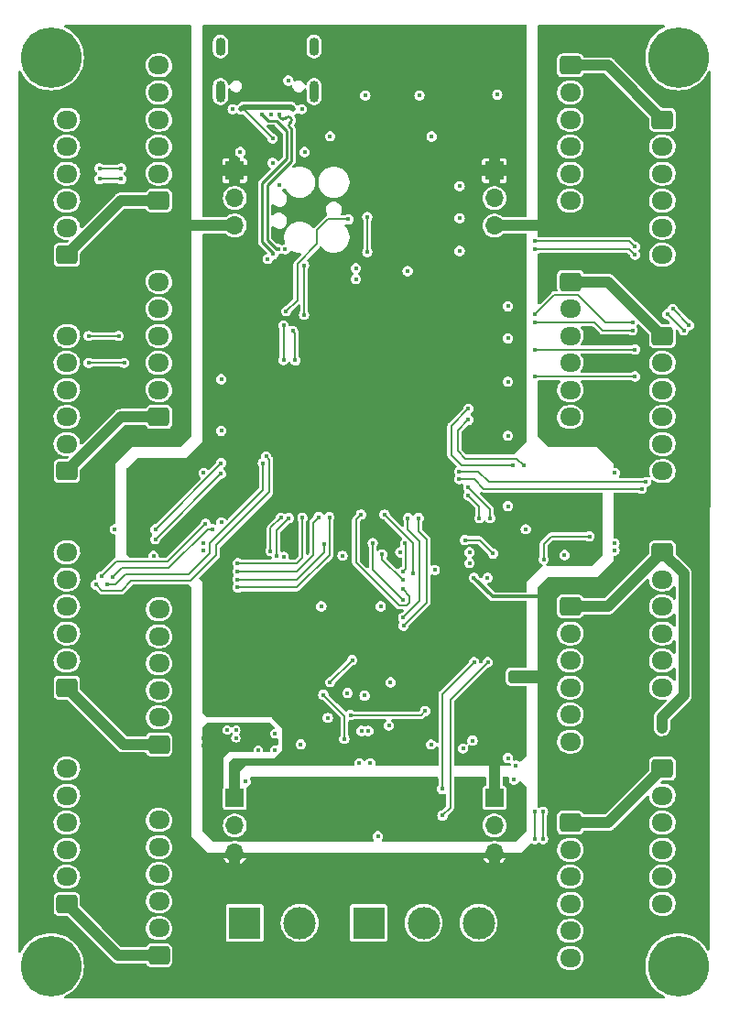
<source format=gbr>
%TF.GenerationSoftware,KiCad,Pcbnew,7.0.1*%
%TF.CreationDate,2023-07-17T00:48:34+01:00*%
%TF.ProjectId,Sensor Hub Board,53656e73-6f72-4204-9875-6220426f6172,rev?*%
%TF.SameCoordinates,Original*%
%TF.FileFunction,Copper,L4,Bot*%
%TF.FilePolarity,Positive*%
%FSLAX46Y46*%
G04 Gerber Fmt 4.6, Leading zero omitted, Abs format (unit mm)*
G04 Created by KiCad (PCBNEW 7.0.1) date 2023-07-17 00:48:34*
%MOMM*%
%LPD*%
G01*
G04 APERTURE LIST*
G04 Aperture macros list*
%AMRoundRect*
0 Rectangle with rounded corners*
0 $1 Rounding radius*
0 $2 $3 $4 $5 $6 $7 $8 $9 X,Y pos of 4 corners*
0 Add a 4 corners polygon primitive as box body*
4,1,4,$2,$3,$4,$5,$6,$7,$8,$9,$2,$3,0*
0 Add four circle primitives for the rounded corners*
1,1,$1+$1,$2,$3*
1,1,$1+$1,$4,$5*
1,1,$1+$1,$6,$7*
1,1,$1+$1,$8,$9*
0 Add four rect primitives between the rounded corners*
20,1,$1+$1,$2,$3,$4,$5,0*
20,1,$1+$1,$4,$5,$6,$7,0*
20,1,$1+$1,$6,$7,$8,$9,0*
20,1,$1+$1,$8,$9,$2,$3,0*%
G04 Aperture macros list end*
%TA.AperFunction,ComponentPad*%
%ADD10R,3.000000X3.000000*%
%TD*%
%TA.AperFunction,ComponentPad*%
%ADD11C,3.000000*%
%TD*%
%TA.AperFunction,ComponentPad*%
%ADD12C,5.600000*%
%TD*%
%TA.AperFunction,ComponentPad*%
%ADD13RoundRect,0.250000X0.725000X-0.600000X0.725000X0.600000X-0.725000X0.600000X-0.725000X-0.600000X0*%
%TD*%
%TA.AperFunction,ComponentPad*%
%ADD14O,1.950000X1.700000*%
%TD*%
%TA.AperFunction,ComponentPad*%
%ADD15R,1.700000X1.700000*%
%TD*%
%TA.AperFunction,ComponentPad*%
%ADD16O,1.700000X1.700000*%
%TD*%
%TA.AperFunction,ComponentPad*%
%ADD17RoundRect,0.250000X-0.725000X0.600000X-0.725000X-0.600000X0.725000X-0.600000X0.725000X0.600000X0*%
%TD*%
%TA.AperFunction,ComponentPad*%
%ADD18O,0.900000X2.000000*%
%TD*%
%TA.AperFunction,ComponentPad*%
%ADD19O,0.900000X1.700000*%
%TD*%
%TA.AperFunction,ViaPad*%
%ADD20C,0.450000*%
%TD*%
%TA.AperFunction,Conductor*%
%ADD21C,0.200000*%
%TD*%
%TA.AperFunction,Conductor*%
%ADD22C,0.500000*%
%TD*%
%TA.AperFunction,Conductor*%
%ADD23C,1.000000*%
%TD*%
%TA.AperFunction,Conductor*%
%ADD24C,0.300000*%
%TD*%
%TA.AperFunction,Conductor*%
%ADD25C,0.250000*%
%TD*%
G04 APERTURE END LIST*
D10*
%TO.P,J302,1,Pin_1*%
%TO.N,/Microcontroller/CANH*%
X140380000Y-138000000D03*
D11*
%TO.P,J302,2,Pin_2*%
%TO.N,GND*%
X145460000Y-138000000D03*
%TO.P,J302,3,Pin_3*%
%TO.N,/Microcontroller/CANL*%
X150540000Y-138000000D03*
%TD*%
D12*
%TO.P,H103,1,1*%
%TO.N,unconnected-(H103-Pad1)*%
X169000000Y-58000000D03*
%TD*%
D13*
%TO.P,J415,1,Pin_1*%
%TO.N,VDDIO4*%
X120975000Y-91250000D03*
D14*
%TO.P,J415,2,Pin_2*%
%TO.N,GND*%
X120975000Y-88750000D03*
%TO.P,J415,3,Pin_3*%
%TO.N,SCL13*%
X120975000Y-86250000D03*
%TO.P,J415,4,Pin_4*%
%TO.N,SDA13*%
X120975000Y-83750000D03*
%TO.P,J415,5,Pin_5*%
%TO.N,GPIO13A*%
X120975000Y-81250000D03*
%TO.P,J415,6,Pin_6*%
%TO.N,GPIO13B*%
X120975000Y-78750000D03*
%TD*%
D13*
%TO.P,J412,1,Pin_1*%
%TO.N,VDDIO4*%
X112475000Y-76250000D03*
D14*
%TO.P,J412,2,Pin_2*%
%TO.N,GND*%
X112475000Y-73750000D03*
%TO.P,J412,3,Pin_3*%
%TO.N,SCL14*%
X112475000Y-71250000D03*
%TO.P,J412,4,Pin_4*%
%TO.N,SDA14*%
X112475000Y-68750000D03*
%TO.P,J412,5,Pin_5*%
%TO.N,GPIO14A*%
X112475000Y-66250000D03*
%TO.P,J412,6,Pin_6*%
%TO.N,GPIO14B*%
X112475000Y-63750000D03*
%TD*%
D10*
%TO.P,J203,1,Pin_1*%
%TO.N,VIN_RAW*%
X128920000Y-138000000D03*
D11*
%TO.P,J203,2,Pin_2*%
%TO.N,GND*%
X134000000Y-138000000D03*
%TD*%
D15*
%TO.P,JP402,1,A*%
%TO.N,+3.3V*%
X128000000Y-126460000D03*
D16*
%TO.P,JP402,2,C*%
%TO.N,VDDIO3*%
X128000000Y-129000000D03*
%TO.P,JP402,3,B*%
%TO.N,+5V*%
X128000000Y-131540000D03*
%TD*%
D12*
%TO.P,H102,1,1*%
%TO.N,unconnected-(H102-Pad1)*%
X111000000Y-142000000D03*
%TD*%
D17*
%TO.P,J405,1,Pin_1*%
%TO.N,VDDIO1*%
X159025000Y-108750000D03*
D14*
%TO.P,J405,2,Pin_2*%
%TO.N,GND*%
X159025000Y-111250000D03*
%TO.P,J405,3,Pin_3*%
%TO.N,SCL1*%
X159025000Y-113750000D03*
%TO.P,J405,4,Pin_4*%
%TO.N,SDA1*%
X159025000Y-116250000D03*
%TO.P,J405,5,Pin_5*%
%TO.N,GPIO1A*%
X159025000Y-118750000D03*
%TO.P,J405,6,Pin_6*%
%TO.N,GPIO1B*%
X159025000Y-121250000D03*
%TD*%
D12*
%TO.P,H101,1,1*%
%TO.N,unconnected-(H101-Pad1)*%
X111000000Y-58000000D03*
%TD*%
D15*
%TO.P,JP403,1,A*%
%TO.N,+3.3V*%
X152000000Y-68475000D03*
D16*
%TO.P,JP403,2,C*%
%TO.N,VDDIO2*%
X152000000Y-71015000D03*
%TO.P,JP403,3,B*%
%TO.N,+5V*%
X152000000Y-73555000D03*
%TD*%
D17*
%TO.P,J402,1,Pin_1*%
%TO.N,VDDIO1*%
X167525000Y-123750000D03*
D14*
%TO.P,J402,2,Pin_2*%
%TO.N,GND*%
X167525000Y-126250000D03*
%TO.P,J402,3,Pin_3*%
%TO.N,SCL2*%
X167525000Y-128750000D03*
%TO.P,J402,4,Pin_4*%
%TO.N,SDA2*%
X167525000Y-131250000D03*
%TO.P,J402,5,Pin_5*%
%TO.N,GPIO2A*%
X167525000Y-133750000D03*
%TO.P,J402,6,Pin_6*%
%TO.N,GPIO2B*%
X167525000Y-136250000D03*
%TD*%
D12*
%TO.P,H104,1,1*%
%TO.N,unconnected-(H104-Pad1)*%
X169000000Y-142000000D03*
%TD*%
D13*
%TO.P,J407,1,Pin_1*%
%TO.N,VDDIO3*%
X121000000Y-121500000D03*
D14*
%TO.P,J407,2,Pin_2*%
%TO.N,GND*%
X121000000Y-119000000D03*
%TO.P,J407,3,Pin_3*%
%TO.N,SCL9*%
X121000000Y-116500000D03*
%TO.P,J407,4,Pin_4*%
%TO.N,SDA9*%
X121000000Y-114000000D03*
%TO.P,J407,5,Pin_5*%
%TO.N,GPIO9A*%
X121000000Y-111500000D03*
%TO.P,J407,6,Pin_6*%
%TO.N,GPIO9B*%
X121000000Y-109000000D03*
%TD*%
D17*
%TO.P,J406,1,Pin_1*%
%TO.N,VDDIO1*%
X167525000Y-103750000D03*
D14*
%TO.P,J406,2,Pin_2*%
%TO.N,GND*%
X167525000Y-106250000D03*
%TO.P,J406,3,Pin_3*%
%TO.N,SCL3*%
X167525000Y-108750000D03*
%TO.P,J406,4,Pin_4*%
%TO.N,SDA3*%
X167525000Y-111250000D03*
%TO.P,J406,5,Pin_5*%
%TO.N,GPIO3A*%
X167525000Y-113750000D03*
%TO.P,J406,6,Pin_6*%
%TO.N,GPIO3B*%
X167525000Y-116250000D03*
%TD*%
D17*
%TO.P,J410,1,Pin_1*%
%TO.N,VDDIO2*%
X159025000Y-58750000D03*
D14*
%TO.P,J410,2,Pin_2*%
%TO.N,GND*%
X159025000Y-61250000D03*
%TO.P,J410,3,Pin_3*%
%TO.N,SCL6*%
X159025000Y-63750000D03*
%TO.P,J410,4,Pin_4*%
%TO.N,SDA6*%
X159025000Y-66250000D03*
%TO.P,J410,5,Pin_5*%
%TO.N,GPIO6A*%
X159025000Y-68750000D03*
%TO.P,J410,6,Pin_6*%
%TO.N,GPIO6B*%
X159025000Y-71250000D03*
%TD*%
D17*
%TO.P,J413,1,Pin_1*%
%TO.N,VDDIO2*%
X167525000Y-63750000D03*
D14*
%TO.P,J413,2,Pin_2*%
%TO.N,GND*%
X167525000Y-66250000D03*
%TO.P,J413,3,Pin_3*%
%TO.N,SCL5*%
X167525000Y-68750000D03*
%TO.P,J413,4,Pin_4*%
%TO.N,SDA5*%
X167525000Y-71250000D03*
%TO.P,J413,5,Pin_5*%
%TO.N,GPIO5A*%
X167525000Y-73750000D03*
%TO.P,J413,6,Pin_6*%
%TO.N,GPIO5B*%
X167525000Y-76250000D03*
%TD*%
D13*
%TO.P,J403,1,Pin_1*%
%TO.N,VDDIO3*%
X121000000Y-141000000D03*
D14*
%TO.P,J403,2,Pin_2*%
%TO.N,GND*%
X121000000Y-138500000D03*
%TO.P,J403,3,Pin_3*%
%TO.N,SCL8*%
X121000000Y-136000000D03*
%TO.P,J403,4,Pin_4*%
%TO.N,SDA8*%
X121000000Y-133500000D03*
%TO.P,J403,5,Pin_5*%
%TO.N,GPIO8A*%
X121000000Y-131000000D03*
%TO.P,J403,6,Pin_6*%
%TO.N,GPIO8B*%
X121000000Y-128500000D03*
%TD*%
D13*
%TO.P,J416,1,Pin_1*%
%TO.N,VDDIO4*%
X120975000Y-71250000D03*
D14*
%TO.P,J416,2,Pin_2*%
%TO.N,GND*%
X120975000Y-68750000D03*
%TO.P,J416,3,Pin_3*%
%TO.N,SCL15*%
X120975000Y-66250000D03*
%TO.P,J416,4,Pin_4*%
%TO.N,SDA15*%
X120975000Y-63750000D03*
%TO.P,J416,5,Pin_5*%
%TO.N,GPIO15A*%
X120975000Y-61250000D03*
%TO.P,J416,6,Pin_6*%
%TO.N,GPIO15B*%
X120975000Y-58750000D03*
%TD*%
D13*
%TO.P,J411,1,Pin_1*%
%TO.N,VDDIO4*%
X112475000Y-96250000D03*
D14*
%TO.P,J411,2,Pin_2*%
%TO.N,GND*%
X112475000Y-93750000D03*
%TO.P,J411,3,Pin_3*%
%TO.N,SCL12*%
X112475000Y-91250000D03*
%TO.P,J411,4,Pin_4*%
%TO.N,SDA12*%
X112475000Y-88750000D03*
%TO.P,J411,5,Pin_5*%
%TO.N,GPIO12A*%
X112475000Y-86250000D03*
%TO.P,J411,6,Pin_6*%
%TO.N,GPIO12B*%
X112475000Y-83750000D03*
%TD*%
D15*
%TO.P,JP404,1,A*%
%TO.N,+3.3V*%
X128000000Y-68460000D03*
D16*
%TO.P,JP404,2,C*%
%TO.N,VDDIO4*%
X128000000Y-71000000D03*
%TO.P,JP404,3,B*%
%TO.N,+5V*%
X128000000Y-73540000D03*
%TD*%
D18*
%TO.P,J303,S1,SHIELD*%
%TO.N,unconnected-(J303-SHIELD-PadS1)*%
X135325000Y-61170000D03*
%TO.P,J303,S2,SHIELD*%
%TO.N,unconnected-(J303-SHIELD-PadS2)*%
X126675000Y-61170000D03*
D19*
%TO.P,J303,S3,SHIELD*%
%TO.N,unconnected-(J303-SHIELD-PadS3)*%
X135325000Y-57000000D03*
%TO.P,J303,S4,SHIELD*%
%TO.N,unconnected-(J303-SHIELD-PadS4)*%
X126675000Y-57000000D03*
%TD*%
D17*
%TO.P,J414,1,Pin_1*%
%TO.N,VDDIO2*%
X159025000Y-78750000D03*
D14*
%TO.P,J414,2,Pin_2*%
%TO.N,GND*%
X159025000Y-81250000D03*
%TO.P,J414,3,Pin_3*%
%TO.N,SCL7*%
X159025000Y-83750000D03*
%TO.P,J414,4,Pin_4*%
%TO.N,SDA7*%
X159025000Y-86250000D03*
%TO.P,J414,5,Pin_5*%
%TO.N,GPIO7A*%
X159025000Y-88750000D03*
%TO.P,J414,6,Pin_6*%
%TO.N,GPIO7B*%
X159025000Y-91250000D03*
%TD*%
D17*
%TO.P,J401,1,Pin_1*%
%TO.N,VDDIO1*%
X159025000Y-128750000D03*
D14*
%TO.P,J401,2,Pin_2*%
%TO.N,GND*%
X159025000Y-131250000D03*
%TO.P,J401,3,Pin_3*%
%TO.N,SCL0*%
X159025000Y-133750000D03*
%TO.P,J401,4,Pin_4*%
%TO.N,SDA0*%
X159025000Y-136250000D03*
%TO.P,J401,5,Pin_5*%
%TO.N,GPIO0A*%
X159025000Y-138750000D03*
%TO.P,J401,6,Pin_6*%
%TO.N,GPIO0B*%
X159025000Y-141250000D03*
%TD*%
D13*
%TO.P,J408,1,Pin_1*%
%TO.N,VDDIO3*%
X112475000Y-116250000D03*
D14*
%TO.P,J408,2,Pin_2*%
%TO.N,GND*%
X112475000Y-113750000D03*
%TO.P,J408,3,Pin_3*%
%TO.N,SCL11*%
X112475000Y-111250000D03*
%TO.P,J408,4,Pin_4*%
%TO.N,SDA11*%
X112475000Y-108750000D03*
%TO.P,J408,5,Pin_5*%
%TO.N,GPIO11A*%
X112475000Y-106250000D03*
%TO.P,J408,6,Pin_6*%
%TO.N,GPIO11B*%
X112475000Y-103750000D03*
%TD*%
D17*
%TO.P,J409,1,Pin_1*%
%TO.N,VDDIO2*%
X167525000Y-83750000D03*
D14*
%TO.P,J409,2,Pin_2*%
%TO.N,GND*%
X167525000Y-86250000D03*
%TO.P,J409,3,Pin_3*%
%TO.N,SCL4*%
X167525000Y-88750000D03*
%TO.P,J409,4,Pin_4*%
%TO.N,SDA4*%
X167525000Y-91250000D03*
%TO.P,J409,5,Pin_5*%
%TO.N,GPIO4A*%
X167525000Y-93750000D03*
%TO.P,J409,6,Pin_6*%
%TO.N,GPIO4B*%
X167525000Y-96250000D03*
%TD*%
D15*
%TO.P,JP401,1,A*%
%TO.N,+3.3V*%
X152000000Y-126460000D03*
D16*
%TO.P,JP401,2,C*%
%TO.N,VDDIO1*%
X152000000Y-129000000D03*
%TO.P,JP401,3,B*%
%TO.N,+5V*%
X152000000Y-131540000D03*
%TD*%
D13*
%TO.P,J404,1,Pin_1*%
%TO.N,VDDIO3*%
X112475000Y-136250000D03*
D14*
%TO.P,J404,2,Pin_2*%
%TO.N,GND*%
X112475000Y-133750000D03*
%TO.P,J404,3,Pin_3*%
%TO.N,SCL10*%
X112475000Y-131250000D03*
%TO.P,J404,4,Pin_4*%
%TO.N,SDA10*%
X112475000Y-128750000D03*
%TO.P,J404,5,Pin_5*%
%TO.N,GPIO10A*%
X112475000Y-126250000D03*
%TO.P,J404,6,Pin_6*%
%TO.N,GPIO10B*%
X112475000Y-123750000D03*
%TD*%
D20*
%TO.N,VIN*%
X129700000Y-119750000D03*
X130400000Y-119750000D03*
X125400000Y-120100000D03*
X131100000Y-119750000D03*
X130000000Y-127200000D03*
X132000000Y-127200000D03*
X126100000Y-120100000D03*
X125100000Y-120900000D03*
X125100000Y-121600000D03*
X129700000Y-120450000D03*
X132000000Y-128200000D03*
X131000000Y-128200000D03*
X131000000Y-127200000D03*
X130000000Y-128200000D03*
X154480000Y-126050000D03*
X154480000Y-125460000D03*
%TO.N,GND*%
X154000000Y-123470000D03*
X126759000Y-87742000D03*
X153250000Y-83980000D03*
X163125000Y-96425000D03*
X149700000Y-104750000D03*
X128500000Y-66750000D03*
X116900000Y-101620000D03*
X153250000Y-81010000D03*
X151375000Y-106100000D03*
X136000000Y-108750000D03*
X148785000Y-75900000D03*
X120480000Y-104075500D03*
X148785000Y-72875000D03*
X146150000Y-121520000D03*
X134200000Y-62800000D03*
X140000000Y-117000000D03*
X131700000Y-120500000D03*
X132667655Y-75752345D03*
X153260000Y-92980000D03*
X146490000Y-105380000D03*
X145070000Y-61530000D03*
X134450000Y-66750000D03*
X142400000Y-115775000D03*
X128100000Y-120900000D03*
X149970000Y-121160000D03*
X154900000Y-101625000D03*
X163100000Y-103575000D03*
X141225000Y-130000000D03*
X139720000Y-120270000D03*
X153810000Y-124760000D03*
X131336233Y-63275664D03*
X136600000Y-119050000D03*
X126760000Y-100970000D03*
X125120000Y-102930000D03*
X152270000Y-61450000D03*
X132526606Y-104168828D03*
X132950000Y-60140000D03*
X153260000Y-87980000D03*
X127800000Y-62800000D03*
X137960000Y-104070000D03*
X131500000Y-67750000D03*
X142250000Y-119770000D03*
X141500000Y-108750000D03*
X136800000Y-65300000D03*
X139200000Y-78500000D03*
X134100000Y-121500000D03*
X131700000Y-122050000D03*
X139200000Y-77490000D03*
X139510000Y-123250000D03*
X146190000Y-65310000D03*
X143300000Y-103750000D03*
X128100000Y-120200000D03*
X126760000Y-92520000D03*
X131040000Y-76640000D03*
X153260000Y-99480000D03*
X125125000Y-96425000D03*
X130150000Y-122050000D03*
X143980000Y-77750000D03*
X138410000Y-116760000D03*
X163100000Y-102925000D03*
X129010000Y-124940000D03*
X140520000Y-123240000D03*
X149100000Y-121890000D03*
X125110000Y-103580000D03*
X140070000Y-61530000D03*
X140340000Y-120270000D03*
X158480000Y-104005000D03*
X132140000Y-69810000D03*
X148785000Y-69900000D03*
X149700000Y-103750000D03*
X153250000Y-122760000D03*
X127300000Y-120200000D03*
%TO.N,+5V*%
X153550000Y-114900000D03*
X154250000Y-115600000D03*
X154250000Y-114900000D03*
X153550000Y-115600000D03*
X150100000Y-106100000D03*
%TO.N,+3.3V*%
X127507000Y-104013000D03*
X136800000Y-77500000D03*
X126759000Y-88702000D03*
X148250000Y-61560000D03*
X141500000Y-65320000D03*
X131500000Y-116000000D03*
X140100000Y-104100000D03*
X143000000Y-121460000D03*
X133490000Y-104180000D03*
X131000000Y-113500000D03*
X126750000Y-100030000D03*
X148850000Y-113890000D03*
X132500000Y-116000000D03*
X135000000Y-108750000D03*
X153240000Y-87020000D03*
X130500000Y-116000000D03*
X134500000Y-117000000D03*
X132500000Y-117000000D03*
X136600000Y-121450000D03*
X132500000Y-119000000D03*
X143140000Y-117470000D03*
X143300000Y-104750000D03*
X153240000Y-81980000D03*
X144445000Y-123045000D03*
X126750000Y-93470000D03*
X130010000Y-77740000D03*
X140000000Y-118270000D03*
X151260000Y-61450000D03*
X154760000Y-89500000D03*
X127500000Y-110000000D03*
X141470000Y-121690000D03*
X157520000Y-104005000D03*
X119500000Y-104050000D03*
X127500000Y-113500000D03*
X153240000Y-92020000D03*
X126750000Y-97500000D03*
X138900000Y-121700000D03*
X140500000Y-108750000D03*
X153260000Y-98520000D03*
X132500000Y-118000000D03*
X143020000Y-77750000D03*
X138500000Y-71184700D03*
X136810000Y-78500000D03*
%TO.N,NRST*%
X133580000Y-86010000D03*
X133360000Y-83280000D03*
%TO.N,VBUS*%
X131500000Y-65500000D03*
X133400000Y-62800000D03*
X128600000Y-62800000D03*
%TO.N,GPIO4B*%
X165000000Y-85000000D03*
X155750000Y-85000000D03*
%TO.N,IMU_CS*%
X141630000Y-103960000D03*
X143510000Y-106290000D03*
%TO.N,IMU_SCK*%
X143510000Y-107170000D03*
X139670000Y-100260000D03*
%TO.N,IMU_MISO*%
X143540000Y-108120000D03*
X140750000Y-102910000D03*
X136800000Y-115760000D03*
X138850000Y-113710000D03*
%TO.N,IMU_MOSI*%
X144480000Y-105670000D03*
X138680000Y-118790000D03*
X145590000Y-118430000D03*
X141850000Y-100260000D03*
%TO.N,MAG_CS*%
X132250000Y-100560000D03*
X131310000Y-103630000D03*
%TO.N,MAG_MISO*%
X131870000Y-104090000D03*
X132999527Y-100588060D03*
%TO.N,USB_DN*%
X131999810Y-75720190D03*
X132126446Y-63253554D03*
%TO.N,USB_DP*%
X131540190Y-76179810D03*
X130550000Y-63310000D03*
%TO.N,SWDIO*%
X132750000Y-81470000D03*
X138500000Y-72970000D03*
%TO.N,SWCLK*%
X134400000Y-81790000D03*
X134400000Y-77230000D03*
%TO.N,SWO*%
X132500000Y-86000000D03*
X132500000Y-82780000D03*
%TO.N,SCL1_MCU*%
X120646231Y-101646231D03*
X126737000Y-95500000D03*
%TO.N,SDA1_MCU*%
X120654000Y-102554000D03*
X126715000Y-96493000D03*
%TO.N,/Microcontroller/CANL*%
X150130000Y-113910000D03*
X147170000Y-125630000D03*
%TO.N,/Microcontroller/CANH*%
X151390000Y-113910000D03*
X147200000Y-128090000D03*
%TO.N,VDDIO1*%
X167500000Y-120000000D03*
X168250000Y-118250000D03*
X167500000Y-119000000D03*
%TO.N,GPIO0A*%
X156500000Y-130250000D03*
X149588643Y-98497164D03*
X150600000Y-100600000D03*
X156500000Y-127750000D03*
%TO.N,GPIO0B*%
X155750000Y-130250000D03*
X155750000Y-127750000D03*
X151879122Y-103870878D03*
X149300751Y-102615500D03*
%TO.N,GPIO2A*%
X169500000Y-83250000D03*
X168000000Y-81750000D03*
X164774500Y-83250000D03*
X155750000Y-82500000D03*
%TO.N,GPIO2B*%
X168500000Y-81250000D03*
X164774500Y-82500000D03*
X155750000Y-81750000D03*
X170000000Y-82750000D03*
%TO.N,GPIO8A*%
X128250000Y-107000000D03*
X136750000Y-100500000D03*
%TO.N,GPIO8B*%
X128250000Y-106250000D03*
X136250000Y-103000000D03*
%TO.N,GPIO10A*%
X125900000Y-101600000D03*
X116725500Y-106000000D03*
%TO.N,GPIO10B*%
X130600000Y-95500000D03*
X116201000Y-106750000D03*
%TO.N,GPIO1B*%
X149588643Y-97750000D03*
X151600000Y-100600000D03*
%TO.N,GPIO3A*%
X165625000Y-97875000D03*
X148750000Y-97000000D03*
%TO.N,GPIO3B*%
X148750000Y-96275000D03*
X166000000Y-97250000D03*
%TO.N,GPIO9A*%
X135750000Y-100500000D03*
X128250000Y-105500000D03*
%TO.N,GPIO9B*%
X134250000Y-100575998D03*
X128250000Y-104750000D03*
%TO.N,GPIO11A*%
X130900000Y-94900000D03*
X115151500Y-106750000D03*
%TO.N,GPIO11B*%
X115674000Y-105990000D03*
X125300000Y-101100000D03*
%TO.N,GPIO4A*%
X155750000Y-87500000D03*
X165000000Y-87500000D03*
%TO.N,GPIO12A*%
X114500000Y-86250000D03*
X117774500Y-86250000D03*
%TO.N,GPIO12B*%
X117274500Y-83750000D03*
X114500000Y-83750000D03*
%TO.N,GPIO14A*%
X117500000Y-69250000D03*
X115500000Y-69250000D03*
%TO.N,GPIO14B*%
X115500000Y-68250000D03*
X117500000Y-68250000D03*
%TO.N,GPIO5A*%
X155750000Y-75000000D03*
X165000000Y-75500000D03*
%TO.N,GPIO5B*%
X155750000Y-75750000D03*
X165000000Y-76250000D03*
%TO.N,MUX2_RST*%
X156550000Y-104400000D03*
X160785000Y-102275000D03*
%TO.N,IMU_INT1*%
X138120000Y-121000000D03*
X136190000Y-116920000D03*
%TO.N,IMU_INT2*%
X143510878Y-105549122D03*
X143754123Y-102905879D03*
%TO.N,MAG_INT*%
X144997164Y-100588643D03*
X143610000Y-110530000D03*
%TO.N,MAG_DRDY*%
X143570000Y-109790000D03*
X144000473Y-100588060D03*
%TO.N,BTN*%
X140250000Y-76000000D03*
X140250000Y-72750000D03*
%TO.N,SCL4_MCU*%
X154750000Y-95750000D03*
X149586843Y-91504663D03*
%TO.N,SDA4_MCU*%
X153750000Y-95750000D03*
X149586080Y-90491966D03*
%TD*%
D21*
%TO.N,SCL4_MCU*%
X149586843Y-91504663D02*
X148590000Y-92501506D01*
%TO.N,SDA4_MCU*%
X153750000Y-95750000D02*
X149000000Y-95750000D01*
%TO.N,SCL4_MCU*%
X154080000Y-95080000D02*
X154750000Y-95750000D01*
%TO.N,MUX2_RST*%
X160780000Y-102280000D02*
X157240000Y-102280000D01*
X160785000Y-102275000D02*
X160780000Y-102280000D01*
X156550000Y-102970000D02*
X156550000Y-104400000D01*
D22*
%TO.N,+5V*%
X153550000Y-115600000D02*
X154250000Y-115600000D01*
X154250000Y-115600000D02*
X156100000Y-115600000D01*
D23*
X128000000Y-73540000D02*
X123460000Y-73540000D01*
D24*
X150100000Y-106100000D02*
X151850000Y-107850000D01*
D22*
X154250000Y-114900000D02*
X153550000Y-114900000D01*
X153550000Y-114900000D02*
X153550000Y-115600000D01*
X154250000Y-114900000D02*
X156100000Y-114900000D01*
D23*
X152000000Y-73555000D02*
X156555000Y-73555000D01*
D22*
X153550000Y-114900000D02*
X154250000Y-115600000D01*
X153900000Y-115250000D02*
X156100000Y-115250000D01*
X153550000Y-114900000D02*
X153900000Y-115250000D01*
D24*
X151850000Y-107850000D02*
X156230000Y-107850000D01*
D22*
X154250000Y-114900000D02*
X154250000Y-115600000D01*
D23*
%TO.N,+3.3V*%
X152000000Y-126460000D02*
X152000000Y-122500000D01*
X128000000Y-126460000D02*
X128000000Y-123400000D01*
D21*
%TO.N,NRST*%
X133580000Y-83500000D02*
X133580000Y-86010000D01*
X133360000Y-83280000D02*
X133580000Y-83500000D01*
D22*
%TO.N,VBUS*%
X128821446Y-62578554D02*
X128600000Y-62800000D01*
X133400000Y-62800000D02*
X133178554Y-62578554D01*
D21*
X131500000Y-65500000D02*
X128800000Y-62800000D01*
X128800000Y-62800000D02*
X128600000Y-62800000D01*
D22*
X133178554Y-62578554D02*
X128821446Y-62578554D01*
D21*
%TO.N,GPIO4B*%
X160500000Y-85000000D02*
X160250000Y-85000000D01*
X165000000Y-85000000D02*
X160500000Y-85000000D01*
X160500000Y-85000000D02*
X155750000Y-85000000D01*
%TO.N,IMU_CS*%
X141630000Y-104410000D02*
X141630000Y-103960000D01*
X143510000Y-106290000D02*
X141630000Y-104410000D01*
%TO.N,IMU_SCK*%
X143900000Y-108690000D02*
X143190000Y-108690000D01*
X143510000Y-107170000D02*
X144150000Y-107810000D01*
X139190000Y-104690000D02*
X139190000Y-100740000D01*
X144150000Y-107810000D02*
X144150000Y-108440000D01*
X139190000Y-100740000D02*
X139670000Y-100260000D01*
X144150000Y-108440000D02*
X143900000Y-108690000D01*
X143190000Y-108690000D02*
X139190000Y-104690000D01*
%TO.N,IMU_MISO*%
X136800000Y-115760000D02*
X138850000Y-113710000D01*
X143540000Y-108120000D02*
X140750000Y-105330000D01*
X140750000Y-105330000D02*
X140750000Y-102910000D01*
%TO.N,IMU_MOSI*%
X145225000Y-118795000D02*
X138685000Y-118795000D01*
X145590000Y-118430000D02*
X145225000Y-118795000D01*
X138685000Y-118795000D02*
X138680000Y-118790000D01*
X144480000Y-102890000D02*
X144480000Y-105670000D01*
X141850000Y-100260000D02*
X144480000Y-102890000D01*
%TO.N,MAG_CS*%
X131310000Y-103630000D02*
X131310000Y-102290000D01*
X131310000Y-101500000D02*
X131310000Y-102290000D01*
X132250000Y-100560000D02*
X131310000Y-101500000D01*
%TO.N,MAG_MISO*%
X132999527Y-100588060D02*
X131870000Y-101717587D01*
X131870000Y-101717587D02*
X131870000Y-104090000D01*
D25*
%TO.N,USB_DN*%
X132678364Y-63635900D02*
X132734818Y-63579447D01*
X132126446Y-63508246D02*
X132254100Y-63635900D01*
X131858389Y-75720190D02*
X131999810Y-75720190D01*
X133102628Y-64484428D02*
X133245000Y-64626800D01*
X130985000Y-69833200D02*
X130985000Y-74846801D01*
X133245000Y-64626800D02*
X133245000Y-67573200D01*
X133159082Y-64003710D02*
X133102629Y-64060164D01*
X132678365Y-63635899D02*
X132678364Y-63635900D01*
X133102628Y-64484429D02*
X133102628Y-64484428D01*
X133245000Y-67573200D02*
X130985000Y-69833200D01*
X132126446Y-63253554D02*
X132126446Y-63508246D01*
X130985000Y-74846801D02*
X131858389Y-75720190D01*
X133159083Y-63579446D02*
X133159082Y-63579446D01*
X133159081Y-64003711D02*
X133159082Y-64003710D01*
X133102632Y-64060167D02*
G75*
G03*
X133102628Y-64484429I212168J-212133D01*
G01*
X133159103Y-64003733D02*
G75*
G03*
X133159082Y-63579446I-212103J212133D01*
G01*
X133159132Y-63579397D02*
G75*
G03*
X132734818Y-63579447I-212132J-212203D01*
G01*
X132254069Y-63635931D02*
G75*
G03*
X132678364Y-63635898I212131J212131D01*
G01*
%TO.N,USB_DP*%
X131540190Y-76179810D02*
X131540190Y-76038389D01*
X130535000Y-69646800D02*
X132795000Y-67386800D01*
X131090000Y-63850000D02*
X130550000Y-63310000D01*
X130535000Y-75033199D02*
X130535000Y-69646800D01*
X131831800Y-63850000D02*
X131090000Y-63850000D01*
X132795000Y-67386800D02*
X132795000Y-64813200D01*
X132795000Y-64813200D02*
X131831800Y-63850000D01*
X131540190Y-76038389D02*
X130535000Y-75033199D01*
D21*
%TO.N,SWDIO*%
X135627550Y-75259987D02*
X133770000Y-77117537D01*
X133770000Y-77117537D02*
X133770000Y-80450000D01*
X135627550Y-73983167D02*
X135627550Y-75259987D01*
X133770000Y-80450000D02*
X132750000Y-81470000D01*
X136640717Y-72970000D02*
X135627550Y-73983167D01*
X138500000Y-72970000D02*
X136640717Y-72970000D01*
%TO.N,SWCLK*%
X134400000Y-77230000D02*
X134400000Y-81790000D01*
%TO.N,SWO*%
X132500000Y-82780000D02*
X132500000Y-86000000D01*
%TO.N,SCL1_MCU*%
X126737000Y-95555463D02*
X126737000Y-95500000D01*
X120646231Y-101646231D02*
X126737000Y-95555463D01*
%TO.N,SDA1_MCU*%
X120654000Y-102554000D02*
X126715000Y-96493000D01*
%TO.N,/Microcontroller/CANL*%
X150130000Y-113910000D02*
X147170000Y-116870000D01*
X147170000Y-116870000D02*
X147170000Y-123960000D01*
X147170000Y-123960000D02*
X147170000Y-125630000D01*
%TO.N,/Microcontroller/CANH*%
X147200000Y-128090000D02*
X147910000Y-127380000D01*
X147910000Y-117390000D02*
X151390000Y-113910000D01*
X147910000Y-127380000D02*
X147910000Y-117390000D01*
D23*
%TO.N,VDDIO1*%
X159025000Y-108750000D02*
X162525000Y-108750000D01*
X159025000Y-128750000D02*
X162525000Y-128750000D01*
X169500000Y-105725000D02*
X169500000Y-117000000D01*
X167525000Y-103750000D02*
X169500000Y-105725000D01*
X162525000Y-108750000D02*
X167525000Y-103750000D01*
X167500000Y-119000000D02*
X167500000Y-120000000D01*
X162525000Y-128750000D02*
X167525000Y-123750000D01*
X169500000Y-117000000D02*
X167500000Y-119000000D01*
D21*
%TO.N,GPIO0A*%
X150600000Y-99508521D02*
X149588643Y-98497164D01*
X150600000Y-100600000D02*
X150600000Y-99508521D01*
X156500000Y-127750000D02*
X156500000Y-130250000D01*
%TO.N,GPIO0B*%
X155750000Y-130250000D02*
X155750000Y-127750000D01*
X150623744Y-102615500D02*
X149300751Y-102615500D01*
X151879122Y-103870878D02*
X150623744Y-102615500D01*
%TO.N,GPIO2A*%
X162000000Y-83250000D02*
X161250000Y-82500000D01*
X161250000Y-82500000D02*
X155750000Y-82500000D01*
X169500000Y-83250000D02*
X168000000Y-81750000D01*
X164774500Y-83250000D02*
X162000000Y-83250000D01*
%TO.N,GPIO2B*%
X164774500Y-82500000D02*
X162250000Y-82500000D01*
X170000000Y-82750000D02*
X168500000Y-81250000D01*
X157500000Y-80000000D02*
X155750000Y-81750000D01*
X162250000Y-82500000D02*
X159750000Y-80000000D01*
X159750000Y-80000000D02*
X157500000Y-80000000D01*
D23*
%TO.N,VDDIO3*%
X117725000Y-121500000D02*
X112475000Y-116250000D01*
X117225000Y-141000000D02*
X121000000Y-141000000D01*
X112475000Y-136250000D02*
X117225000Y-141000000D01*
X121000000Y-121500000D02*
X117725000Y-121500000D01*
D21*
%TO.N,GPIO8A*%
X136775000Y-100525000D02*
X136775000Y-103975000D01*
X136750000Y-100500000D02*
X136775000Y-100525000D01*
X133750000Y-107000000D02*
X128250000Y-107000000D01*
X136775000Y-103975000D02*
X133750000Y-107000000D01*
%TO.N,GPIO8B*%
X128250000Y-106250000D02*
X133739828Y-106250000D01*
X133739828Y-106250000D02*
X136250000Y-103739828D01*
X136250000Y-103739828D02*
X136250000Y-103000000D01*
%TO.N,GPIO10A*%
X117525500Y-105200000D02*
X116725500Y-106000000D01*
X125500000Y-101600000D02*
X121900000Y-105200000D01*
X125900000Y-101600000D02*
X125500000Y-101600000D01*
X121900000Y-105200000D02*
X117525500Y-105200000D01*
%TO.N,GPIO10B*%
X116950000Y-106750000D02*
X117900000Y-105800000D01*
X117900000Y-105800000D02*
X123700000Y-105800000D01*
X130600000Y-97966231D02*
X130600000Y-95500000D01*
X125700000Y-102866231D02*
X130600000Y-97966231D01*
X125700000Y-103800000D02*
X125700000Y-102866231D01*
X116201000Y-106750000D02*
X116950000Y-106750000D01*
X123700000Y-105800000D02*
X125700000Y-103800000D01*
%TO.N,GPIO1B*%
X151600000Y-99761357D02*
X151600000Y-100600000D01*
X149588643Y-97750000D02*
X151600000Y-99761357D01*
%TO.N,GPIO3A*%
X165625000Y-97875000D02*
X151039135Y-97875000D01*
X148772164Y-96977836D02*
X148750000Y-97000000D01*
X150141971Y-96977836D02*
X148772164Y-96977836D01*
X151039135Y-97875000D02*
X150141971Y-96977836D01*
%TO.N,GPIO3B*%
X151500000Y-97250000D02*
X166000000Y-97250000D01*
X148750000Y-96275000D02*
X150525000Y-96275000D01*
X150525000Y-96275000D02*
X151500000Y-97250000D01*
%TO.N,GPIO9A*%
X128250000Y-105500000D02*
X133750000Y-105500000D01*
X135225000Y-101025000D02*
X135750000Y-100500000D01*
X133750000Y-105500000D02*
X135225000Y-104025000D01*
X135225000Y-104025000D02*
X135225000Y-101025000D01*
%TO.N,GPIO9B*%
X128250000Y-104750000D02*
X133750000Y-104750000D01*
X133750000Y-104750000D02*
X134250000Y-104250000D01*
X134250000Y-104250000D02*
X134250000Y-100575998D01*
%TO.N,GPIO11A*%
X131200000Y-95200000D02*
X130900000Y-94900000D01*
X123900000Y-106400000D02*
X126300000Y-104000000D01*
X126300000Y-104000000D02*
X126300000Y-103100000D01*
X115151500Y-106750000D02*
X115676500Y-107275000D01*
X115676500Y-107275000D02*
X117525000Y-107275000D01*
X131200000Y-98200000D02*
X131200000Y-95200000D01*
X117525000Y-107275000D02*
X118400000Y-106400000D01*
X126300000Y-103100000D02*
X131200000Y-98200000D01*
X118400000Y-106400000D02*
X123900000Y-106400000D01*
%TO.N,GPIO11B*%
X115674000Y-105990000D02*
X117064000Y-104600000D01*
X117064000Y-104600000D02*
X121800000Y-104600000D01*
X121800000Y-104600000D02*
X125300000Y-101100000D01*
D23*
%TO.N,VDDIO2*%
X167525000Y-63750000D02*
X162525000Y-58750000D01*
X162525000Y-58750000D02*
X159025000Y-58750000D01*
X162525000Y-78750000D02*
X167525000Y-83750000D01*
X159025000Y-78750000D02*
X162525000Y-78750000D01*
D21*
%TO.N,GPIO4A*%
X160225500Y-87500000D02*
X155750000Y-87500000D01*
X165000000Y-87500000D02*
X160225500Y-87500000D01*
D23*
%TO.N,VDDIO4*%
X117475000Y-71250000D02*
X112475000Y-76250000D01*
X120975000Y-91250000D02*
X117475000Y-91250000D01*
X117475000Y-91250000D02*
X112475000Y-96250000D01*
X120975000Y-71250000D02*
X117475000Y-71250000D01*
D21*
%TO.N,GPIO12A*%
X114500000Y-86250000D02*
X117774500Y-86250000D01*
%TO.N,GPIO12B*%
X114500000Y-83750000D02*
X117274500Y-83750000D01*
%TO.N,GPIO14A*%
X112475000Y-66250000D02*
X112500000Y-66250000D01*
X115500000Y-69250000D02*
X117500000Y-69250000D01*
%TO.N,GPIO14B*%
X115500000Y-68250000D02*
X117500000Y-68250000D01*
%TO.N,GPIO5A*%
X165000000Y-75500000D02*
X164500000Y-75000000D01*
X164500000Y-75000000D02*
X155750000Y-75000000D01*
%TO.N,GPIO5B*%
X164500000Y-75750000D02*
X155750000Y-75750000D01*
X165000000Y-76250000D02*
X164500000Y-75750000D01*
%TO.N,MUX2_RST*%
X157240000Y-102280000D02*
X156550000Y-102970000D01*
%TO.N,IMU_INT1*%
X138155000Y-120965000D02*
X138155000Y-118885000D01*
X138120000Y-121000000D02*
X138155000Y-120965000D01*
X138155000Y-118885000D02*
X136190000Y-116920000D01*
%TO.N,IMU_INT2*%
X143825000Y-105235000D02*
X143825000Y-102976756D01*
X143510878Y-105549122D02*
X143825000Y-105235000D01*
X143825000Y-102976756D02*
X143754123Y-102905879D01*
%TO.N,MAG_INT*%
X145720000Y-108420000D02*
X143610000Y-110530000D01*
X145720000Y-102540000D02*
X145720000Y-108420000D01*
X144997164Y-100588643D02*
X144997164Y-101817164D01*
X144997164Y-101817164D02*
X145720000Y-102540000D01*
%TO.N,MAG_DRDY*%
X145110000Y-108250000D02*
X145110000Y-102730000D01*
X145110000Y-102730000D02*
X144000473Y-101620473D01*
X144000473Y-101620473D02*
X144000473Y-100588060D01*
X143570000Y-109790000D02*
X145110000Y-108250000D01*
%TO.N,BTN*%
X140250000Y-76000000D02*
X140250000Y-72750000D01*
%TO.N,SCL4_MCU*%
X148590000Y-92501506D02*
X148590000Y-94380000D01*
X148590000Y-94380000D02*
X149290000Y-95080000D01*
X149290000Y-95080000D02*
X154080000Y-95080000D01*
%TO.N,SDA4_MCU*%
X149000000Y-95750000D02*
X148000000Y-94750000D01*
X148000000Y-92078046D02*
X148000000Y-94750000D01*
X149586080Y-90491966D02*
X148000000Y-92078046D01*
%TD*%
%TA.AperFunction,Conductor*%
%TO.N,VIN*%
G36*
X126950000Y-125420818D02*
G01*
X126944661Y-125456813D01*
X126929103Y-125489707D01*
X126914034Y-125512259D01*
X126899500Y-125585325D01*
X126899500Y-127334675D01*
X126914033Y-127407738D01*
X126914033Y-127407739D01*
X126914034Y-127407740D01*
X126969399Y-127490601D01*
X127052260Y-127545966D01*
X127088793Y-127553233D01*
X127125325Y-127560500D01*
X127125326Y-127560500D01*
X128874674Y-127560500D01*
X128874675Y-127560500D01*
X128899029Y-127555655D01*
X128947740Y-127545966D01*
X129030601Y-127490601D01*
X129085966Y-127407740D01*
X129100500Y-127334674D01*
X129100500Y-125585326D01*
X129089485Y-125529951D01*
X129092549Y-125469412D01*
X129123944Y-125417559D01*
X129176165Y-125386783D01*
X129209561Y-125376978D01*
X129324589Y-125303055D01*
X129414130Y-125199718D01*
X129470931Y-125075342D01*
X129490390Y-124940000D01*
X129470931Y-124804658D01*
X129450536Y-124760000D01*
X129411952Y-124675512D01*
X129401062Y-124615154D01*
X129420430Y-124556961D01*
X129465319Y-124515168D01*
X129524746Y-124500000D01*
X146695500Y-124500000D01*
X146757500Y-124516613D01*
X146802887Y-124562000D01*
X146819500Y-124624000D01*
X146819500Y-125262140D01*
X146811682Y-125305474D01*
X146789213Y-125343343D01*
X146765869Y-125370282D01*
X146709068Y-125494657D01*
X146689610Y-125630000D01*
X146709068Y-125765342D01*
X146765869Y-125889717D01*
X146855412Y-125993056D01*
X146970437Y-126066977D01*
X146970439Y-126066978D01*
X147101633Y-126105500D01*
X147238367Y-126105500D01*
X147369561Y-126066978D01*
X147369561Y-126066977D01*
X147386667Y-126061955D01*
X147386674Y-126061981D01*
X147431073Y-126048079D01*
X147494926Y-126063167D01*
X147542142Y-126108726D01*
X147559500Y-126172000D01*
X147559500Y-127183457D01*
X147550061Y-127230910D01*
X147523181Y-127271138D01*
X147216137Y-127578181D01*
X147175909Y-127605061D01*
X147138305Y-127612540D01*
X147000437Y-127653022D01*
X146885412Y-127726943D01*
X146795869Y-127830282D01*
X146739068Y-127954657D01*
X146719610Y-128090000D01*
X146739068Y-128225342D01*
X146795869Y-128349717D01*
X146885412Y-128453056D01*
X147000437Y-128526977D01*
X147000439Y-128526978D01*
X147131633Y-128565500D01*
X147268367Y-128565500D01*
X147399561Y-128526978D01*
X147514589Y-128453055D01*
X147604130Y-128349718D01*
X147660931Y-128225342D01*
X147671949Y-128148707D01*
X147683802Y-128110852D01*
X147707002Y-128078678D01*
X148123046Y-127662634D01*
X148142903Y-127646510D01*
X148150669Y-127641437D01*
X148168496Y-127618531D01*
X148178228Y-127607511D01*
X148178370Y-127607311D01*
X148178376Y-127607306D01*
X148189586Y-127591603D01*
X148192600Y-127587561D01*
X148222517Y-127549126D01*
X148222517Y-127549124D01*
X148227108Y-127543227D01*
X148229240Y-127536066D01*
X148243131Y-127489404D01*
X148244686Y-127484549D01*
X148260500Y-127438488D01*
X148260500Y-127438484D01*
X148262925Y-127431420D01*
X148262616Y-127423954D01*
X148262617Y-127423953D01*
X148260606Y-127375321D01*
X148260500Y-127370198D01*
X148260500Y-124624000D01*
X148277113Y-124562000D01*
X148322500Y-124516613D01*
X148384500Y-124500000D01*
X151125500Y-124500000D01*
X151187500Y-124516613D01*
X151232887Y-124562000D01*
X151249500Y-124624000D01*
X151249500Y-125235500D01*
X151232887Y-125297500D01*
X151187500Y-125342887D01*
X151137157Y-125356376D01*
X151137305Y-125357117D01*
X151126003Y-125359365D01*
X151125500Y-125359500D01*
X151125325Y-125359500D01*
X151052261Y-125374033D01*
X150969399Y-125429399D01*
X150914033Y-125512261D01*
X150899500Y-125585325D01*
X150899500Y-127334675D01*
X150914033Y-127407738D01*
X150914033Y-127407739D01*
X150914034Y-127407740D01*
X150969399Y-127490601D01*
X151052260Y-127545966D01*
X151088793Y-127553233D01*
X151125325Y-127560500D01*
X151125326Y-127560500D01*
X152874674Y-127560500D01*
X152874675Y-127560500D01*
X152899029Y-127555655D01*
X152947740Y-127545966D01*
X153030601Y-127490601D01*
X153085966Y-127407740D01*
X153100500Y-127334674D01*
X153100500Y-125585326D01*
X153085966Y-125512260D01*
X153030601Y-125429399D01*
X152947740Y-125374034D01*
X152947739Y-125374033D01*
X152947738Y-125374033D01*
X152874675Y-125359500D01*
X152874674Y-125359500D01*
X152874500Y-125359500D01*
X152873996Y-125359365D01*
X152862695Y-125357117D01*
X152862842Y-125356376D01*
X152812500Y-125342887D01*
X152767113Y-125297500D01*
X152750500Y-125235500D01*
X152750500Y-124624000D01*
X152767113Y-124562000D01*
X152812500Y-124516613D01*
X152874500Y-124500000D01*
X153223888Y-124500000D01*
X153290927Y-124519684D01*
X153336682Y-124572488D01*
X153346626Y-124641646D01*
X153329610Y-124759999D01*
X153349068Y-124895342D01*
X153405869Y-125019717D01*
X153495412Y-125123056D01*
X153610437Y-125196977D01*
X153610439Y-125196978D01*
X153741633Y-125235500D01*
X153878367Y-125235500D01*
X154009561Y-125196978D01*
X154124589Y-125123055D01*
X154214130Y-125019718D01*
X154235745Y-124972386D01*
X154272467Y-124925976D01*
X154326521Y-124901870D01*
X154385591Y-124905565D01*
X154436219Y-124936219D01*
X154963681Y-125463681D01*
X154990561Y-125503909D01*
X155000000Y-125551362D01*
X155000000Y-129448638D01*
X154990561Y-129496091D01*
X154963681Y-129536319D01*
X154036319Y-130463681D01*
X153996091Y-130490561D01*
X153948638Y-130500000D01*
X152385068Y-130500000D01*
X152340276Y-130491627D01*
X152302459Y-130476977D01*
X152302458Y-130476976D01*
X152302456Y-130476976D01*
X152101976Y-130439500D01*
X151898024Y-130439500D01*
X151697544Y-130476976D01*
X151697542Y-130476976D01*
X151697540Y-130476977D01*
X151659724Y-130491627D01*
X151614932Y-130500000D01*
X141692447Y-130500000D01*
X141625408Y-130480316D01*
X141579653Y-130427512D01*
X141569709Y-130358353D01*
X141598734Y-130294798D01*
X141629129Y-130259719D01*
X141629128Y-130259719D01*
X141629130Y-130259718D01*
X141685931Y-130135342D01*
X141705390Y-130000000D01*
X141685931Y-129864658D01*
X141629130Y-129740282D01*
X141539589Y-129636945D01*
X141539588Y-129636944D01*
X141539587Y-129636943D01*
X141424562Y-129563022D01*
X141293367Y-129524500D01*
X141156633Y-129524500D01*
X141025437Y-129563022D01*
X140910412Y-129636943D01*
X140820869Y-129740282D01*
X140764068Y-129864657D01*
X140744610Y-130000000D01*
X140764068Y-130135342D01*
X140820870Y-130259719D01*
X140851266Y-130294798D01*
X140880291Y-130358353D01*
X140870347Y-130427512D01*
X140824592Y-130480316D01*
X140757553Y-130500000D01*
X128385068Y-130500000D01*
X128340276Y-130491627D01*
X128302459Y-130476977D01*
X128302458Y-130476976D01*
X128302456Y-130476976D01*
X128101976Y-130439500D01*
X127898024Y-130439500D01*
X127697544Y-130476976D01*
X127697542Y-130476976D01*
X127697540Y-130476977D01*
X127659724Y-130491627D01*
X127614932Y-130500000D01*
X126051362Y-130500000D01*
X126003909Y-130490561D01*
X125963681Y-130463681D01*
X125036319Y-129536319D01*
X125009439Y-129496091D01*
X125000000Y-129448638D01*
X125000000Y-129000000D01*
X126894785Y-129000000D01*
X126913602Y-129203083D01*
X126969418Y-129399251D01*
X127060324Y-129581818D01*
X127183236Y-129744580D01*
X127333958Y-129881981D01*
X127507361Y-129989347D01*
X127507363Y-129989348D01*
X127697544Y-130063024D01*
X127898024Y-130100500D01*
X128101974Y-130100500D01*
X128101976Y-130100500D01*
X128302456Y-130063024D01*
X128492637Y-129989348D01*
X128666041Y-129881981D01*
X128816764Y-129744579D01*
X128939673Y-129581821D01*
X128939673Y-129581819D01*
X128939675Y-129581818D01*
X129005990Y-129448638D01*
X129030582Y-129399250D01*
X129086397Y-129203083D01*
X129105215Y-129000000D01*
X129105215Y-128999999D01*
X150894785Y-128999999D01*
X150913602Y-129203083D01*
X150969418Y-129399251D01*
X151060324Y-129581818D01*
X151183236Y-129744580D01*
X151333958Y-129881981D01*
X151507361Y-129989347D01*
X151507363Y-129989348D01*
X151697544Y-130063024D01*
X151898024Y-130100500D01*
X152101974Y-130100500D01*
X152101976Y-130100500D01*
X152302456Y-130063024D01*
X152492637Y-129989348D01*
X152666041Y-129881981D01*
X152816764Y-129744579D01*
X152939673Y-129581821D01*
X152939673Y-129581819D01*
X152939675Y-129581818D01*
X153005990Y-129448638D01*
X153030582Y-129399250D01*
X153086397Y-129203083D01*
X153105215Y-129000000D01*
X153086397Y-128796917D01*
X153030582Y-128600750D01*
X153013030Y-128565500D01*
X152939675Y-128418181D01*
X152816763Y-128255419D01*
X152666041Y-128118018D01*
X152492638Y-128010652D01*
X152302457Y-127936976D01*
X152235629Y-127924483D01*
X152101976Y-127899500D01*
X151898024Y-127899500D01*
X151797784Y-127918237D01*
X151697542Y-127936976D01*
X151507361Y-128010652D01*
X151333958Y-128118018D01*
X151183236Y-128255419D01*
X151060324Y-128418181D01*
X150969418Y-128600748D01*
X150913602Y-128796916D01*
X150894785Y-128999999D01*
X129105215Y-128999999D01*
X129086397Y-128796917D01*
X129030582Y-128600750D01*
X129013030Y-128565500D01*
X128939675Y-128418181D01*
X128816763Y-128255419D01*
X128666041Y-128118018D01*
X128492638Y-128010652D01*
X128302457Y-127936976D01*
X128235629Y-127924483D01*
X128101976Y-127899500D01*
X127898024Y-127899500D01*
X127797784Y-127918237D01*
X127697542Y-127936976D01*
X127507361Y-128010652D01*
X127333958Y-128118018D01*
X127183236Y-128255419D01*
X127060324Y-128418181D01*
X126969418Y-128600748D01*
X126913602Y-128796916D01*
X126894785Y-129000000D01*
X125000000Y-129000000D01*
X125000000Y-125500000D01*
X126000000Y-124500000D01*
X126950000Y-124500000D01*
X126950000Y-125420818D01*
G37*
%TD.AperFunction*%
%TD*%
%TA.AperFunction,Conductor*%
%TO.N,+5V*%
G36*
X123938000Y-55017113D02*
G01*
X123983387Y-55062500D01*
X124000000Y-55124500D01*
X124000000Y-92948638D01*
X123990561Y-92996091D01*
X123963681Y-93036319D01*
X123036319Y-93963681D01*
X122996091Y-93990561D01*
X122948638Y-94000000D01*
X118499999Y-94000000D01*
X117000000Y-95499999D01*
X117000000Y-101020500D01*
X116983387Y-101082500D01*
X116938000Y-101127887D01*
X116876000Y-101144500D01*
X116831633Y-101144500D01*
X116700437Y-101183022D01*
X116585412Y-101256943D01*
X116495869Y-101360282D01*
X116439068Y-101484657D01*
X116419610Y-101620000D01*
X116439068Y-101755342D01*
X116495869Y-101879717D01*
X116585412Y-101983056D01*
X116669780Y-102037275D01*
X116700439Y-102056978D01*
X116831633Y-102095500D01*
X116876000Y-102095500D01*
X116938000Y-102112113D01*
X116983387Y-102157500D01*
X117000000Y-102219500D01*
X117000000Y-104162214D01*
X116982522Y-104225690D01*
X116935015Y-104271269D01*
X116922137Y-104278238D01*
X116905812Y-104287073D01*
X116901261Y-104289415D01*
X116850804Y-104314082D01*
X116812780Y-104355387D01*
X116809233Y-104359083D01*
X115690137Y-105478181D01*
X115649909Y-105505061D01*
X115612305Y-105512540D01*
X115474437Y-105553022D01*
X115359412Y-105626943D01*
X115269869Y-105730282D01*
X115213068Y-105854657D01*
X115193701Y-105989366D01*
X115193610Y-105990000D01*
X115210429Y-106106978D01*
X115214149Y-106132853D01*
X115204205Y-106202012D01*
X115158450Y-106254815D01*
X115091411Y-106274500D01*
X115083133Y-106274500D01*
X114951937Y-106313022D01*
X114836912Y-106386943D01*
X114747369Y-106490282D01*
X114690568Y-106614657D01*
X114671110Y-106750000D01*
X114690568Y-106885342D01*
X114747369Y-107009717D01*
X114836912Y-107113056D01*
X114941098Y-107180011D01*
X114951939Y-107186978D01*
X115083133Y-107225500D01*
X115089805Y-107227459D01*
X115127409Y-107234939D01*
X115167637Y-107261819D01*
X115393861Y-107488043D01*
X115409989Y-107507903D01*
X115415063Y-107515669D01*
X115437973Y-107533500D01*
X115448992Y-107543232D01*
X115457620Y-107549391D01*
X115464859Y-107554559D01*
X115468920Y-107557587D01*
X115507374Y-107587517D01*
X115507376Y-107587517D01*
X115513275Y-107592109D01*
X115567093Y-107608131D01*
X115571937Y-107609682D01*
X115618012Y-107625500D01*
X115618014Y-107625500D01*
X115625078Y-107627925D01*
X115632543Y-107627616D01*
X115632546Y-107627617D01*
X115681168Y-107625605D01*
X115686292Y-107625500D01*
X117475788Y-107625500D01*
X117501234Y-107628139D01*
X117502556Y-107628416D01*
X117510315Y-107630043D01*
X117536364Y-107626795D01*
X117539123Y-107626452D01*
X117553795Y-107625541D01*
X117573013Y-107622334D01*
X117578069Y-107621596D01*
X117626393Y-107615573D01*
X117626394Y-107615572D01*
X117633808Y-107614648D01*
X117640378Y-107611092D01*
X117640381Y-107611092D01*
X117683201Y-107587918D01*
X117687747Y-107585577D01*
X117731484Y-107564198D01*
X117731486Y-107564195D01*
X117738195Y-107560916D01*
X117743254Y-107555419D01*
X117743258Y-107555418D01*
X117776254Y-107519572D01*
X117779756Y-107515924D01*
X118508861Y-106786819D01*
X118549090Y-106759939D01*
X118596543Y-106750500D01*
X123699138Y-106750500D01*
X123746591Y-106759939D01*
X123786819Y-106786819D01*
X123963681Y-106963681D01*
X123990561Y-107003909D01*
X124000000Y-107051362D01*
X124000000Y-130000000D01*
X125500000Y-131500000D01*
X126810000Y-131500000D01*
X129190000Y-131500000D01*
X150810000Y-131500000D01*
X154500000Y-131500000D01*
X154802604Y-131197396D01*
X157795746Y-131197396D01*
X157805746Y-131407330D01*
X157855297Y-131611580D01*
X157942602Y-131802752D01*
X158033222Y-131930009D01*
X158064514Y-131973952D01*
X158216622Y-132118986D01*
X158261750Y-132147988D01*
X158393425Y-132232612D01*
X158432580Y-132248287D01*
X158588543Y-132310725D01*
X158717228Y-132335527D01*
X158794914Y-132350500D01*
X158794915Y-132350500D01*
X159202420Y-132350500D01*
X159202425Y-132350500D01*
X159359218Y-132335528D01*
X159560875Y-132276316D01*
X159747682Y-132180011D01*
X159912886Y-132050092D01*
X160050519Y-131891256D01*
X160155604Y-131709244D01*
X160224344Y-131510633D01*
X160254254Y-131302602D01*
X160249243Y-131197396D01*
X166295746Y-131197396D01*
X166305746Y-131407330D01*
X166355297Y-131611580D01*
X166442602Y-131802752D01*
X166533222Y-131930009D01*
X166564514Y-131973952D01*
X166716622Y-132118986D01*
X166761750Y-132147988D01*
X166893425Y-132232612D01*
X166932580Y-132248287D01*
X167088543Y-132310725D01*
X167217228Y-132335527D01*
X167294914Y-132350500D01*
X167294915Y-132350500D01*
X167702420Y-132350500D01*
X167702425Y-132350500D01*
X167859218Y-132335528D01*
X168060875Y-132276316D01*
X168247682Y-132180011D01*
X168412886Y-132050092D01*
X168550519Y-131891256D01*
X168655604Y-131709244D01*
X168724344Y-131510633D01*
X168754254Y-131302602D01*
X168744254Y-131092670D01*
X168694704Y-130888424D01*
X168673809Y-130842670D01*
X168607397Y-130697247D01*
X168521797Y-130577040D01*
X168485486Y-130526048D01*
X168333378Y-130381014D01*
X168298725Y-130358744D01*
X168156574Y-130267387D01*
X167988012Y-130199906D01*
X167961457Y-130189275D01*
X167961456Y-130189274D01*
X167961454Y-130189274D01*
X167755086Y-130149500D01*
X167755085Y-130149500D01*
X167347575Y-130149500D01*
X167249579Y-130158857D01*
X167190779Y-130164472D01*
X166989126Y-130223683D01*
X166802315Y-130319990D01*
X166637115Y-130449906D01*
X166499479Y-130608745D01*
X166394396Y-130790754D01*
X166325655Y-130989366D01*
X166295746Y-131197396D01*
X160249243Y-131197396D01*
X160244254Y-131092670D01*
X160194704Y-130888424D01*
X160173809Y-130842670D01*
X160107397Y-130697247D01*
X160021797Y-130577040D01*
X159985486Y-130526048D01*
X159833378Y-130381014D01*
X159798725Y-130358744D01*
X159656574Y-130267387D01*
X159488012Y-130199906D01*
X159461457Y-130189275D01*
X159461456Y-130189274D01*
X159461454Y-130189274D01*
X159255086Y-130149500D01*
X159255085Y-130149500D01*
X158847575Y-130149500D01*
X158749579Y-130158857D01*
X158690779Y-130164472D01*
X158489126Y-130223683D01*
X158302315Y-130319990D01*
X158137115Y-130449906D01*
X157999479Y-130608745D01*
X157894396Y-130790754D01*
X157825655Y-130989366D01*
X157795746Y-131197396D01*
X154802604Y-131197396D01*
X155335250Y-130664749D01*
X155382372Y-130635252D01*
X155437649Y-130629309D01*
X155489967Y-130648115D01*
X155550439Y-130686978D01*
X155681633Y-130725500D01*
X155818367Y-130725500D01*
X155949561Y-130686978D01*
X156057962Y-130617313D01*
X156125000Y-130597630D01*
X156192037Y-130617313D01*
X156300439Y-130686978D01*
X156431633Y-130725500D01*
X156568367Y-130725500D01*
X156699561Y-130686978D01*
X156814589Y-130613055D01*
X156904130Y-130509718D01*
X156960931Y-130385342D01*
X156980390Y-130250000D01*
X156960931Y-130114658D01*
X156940531Y-130069989D01*
X156904130Y-129990282D01*
X156880787Y-129963343D01*
X156858318Y-129925474D01*
X156850500Y-129882140D01*
X156850500Y-129397869D01*
X157799500Y-129397869D01*
X157805909Y-129457484D01*
X157831056Y-129524906D01*
X157856204Y-129592331D01*
X157942454Y-129707546D01*
X158057669Y-129793796D01*
X158192517Y-129844091D01*
X158252127Y-129850500D01*
X159797872Y-129850499D01*
X159857483Y-129844091D01*
X159992331Y-129793796D01*
X160107546Y-129707546D01*
X160193796Y-129592331D01*
X160197961Y-129581165D01*
X160224400Y-129538929D01*
X160265330Y-129510512D01*
X160314142Y-129500500D01*
X162461294Y-129500500D01*
X162479264Y-129501809D01*
X162483320Y-129502402D01*
X162503023Y-129505289D01*
X162552368Y-129500972D01*
X162563176Y-129500500D01*
X162568706Y-129500500D01*
X162568709Y-129500500D01*
X162599550Y-129496894D01*
X162603031Y-129496539D01*
X162677797Y-129489999D01*
X162677797Y-129489998D01*
X162679052Y-129489889D01*
X162698062Y-129485674D01*
X162699250Y-129485241D01*
X162699255Y-129485241D01*
X162769820Y-129459557D01*
X162773095Y-129458419D01*
X162844334Y-129434814D01*
X162844336Y-129434812D01*
X162845536Y-129434415D01*
X162863063Y-129425929D01*
X162864112Y-129425238D01*
X162864117Y-129425237D01*
X162926806Y-129384005D01*
X162929798Y-129382099D01*
X162993656Y-129342712D01*
X162993656Y-129342711D01*
X162994729Y-129342050D01*
X163009824Y-129329753D01*
X163010692Y-129328832D01*
X163010696Y-129328830D01*
X163062184Y-129274254D01*
X163064630Y-129271736D01*
X163638970Y-128697396D01*
X166295746Y-128697396D01*
X166305746Y-128907330D01*
X166355297Y-129111580D01*
X166442602Y-129302752D01*
X166529824Y-129425237D01*
X166564514Y-129473952D01*
X166716622Y-129618986D01*
X166788964Y-129665478D01*
X166893425Y-129732612D01*
X166932580Y-129748287D01*
X167088543Y-129810725D01*
X167217228Y-129835527D01*
X167294914Y-129850500D01*
X167294915Y-129850500D01*
X167702420Y-129850500D01*
X167702425Y-129850500D01*
X167859218Y-129835528D01*
X168060875Y-129776316D01*
X168247682Y-129680011D01*
X168412886Y-129550092D01*
X168550519Y-129391256D01*
X168655604Y-129209244D01*
X168724344Y-129010633D01*
X168754254Y-128802602D01*
X168744254Y-128592670D01*
X168694704Y-128388424D01*
X168673809Y-128342670D01*
X168607397Y-128197247D01*
X168517931Y-128071611D01*
X168485486Y-128026048D01*
X168333378Y-127881014D01*
X168298725Y-127858744D01*
X168156574Y-127767387D01*
X167988012Y-127699906D01*
X167961457Y-127689275D01*
X167961456Y-127689274D01*
X167961454Y-127689274D01*
X167755086Y-127649500D01*
X167755085Y-127649500D01*
X167347575Y-127649500D01*
X167249579Y-127658857D01*
X167190779Y-127664472D01*
X166989126Y-127723683D01*
X166802315Y-127819990D01*
X166637115Y-127949906D01*
X166499479Y-128108745D01*
X166394396Y-128290754D01*
X166325655Y-128489366D01*
X166295746Y-128697396D01*
X163638970Y-128697396D01*
X166090416Y-126245950D01*
X166138656Y-126216072D01*
X166195158Y-126210813D01*
X166248086Y-126231275D01*
X166286357Y-126273173D01*
X166301954Y-126327730D01*
X166305745Y-126407329D01*
X166305746Y-126407330D01*
X166355297Y-126611580D01*
X166442602Y-126802752D01*
X166552846Y-126957566D01*
X166564514Y-126973952D01*
X166716622Y-127118986D01*
X166788964Y-127165478D01*
X166893425Y-127232612D01*
X166932580Y-127248287D01*
X167088543Y-127310725D01*
X167217228Y-127335527D01*
X167294914Y-127350500D01*
X167294915Y-127350500D01*
X167702420Y-127350500D01*
X167702425Y-127350500D01*
X167859218Y-127335528D01*
X168060875Y-127276316D01*
X168247682Y-127180011D01*
X168412886Y-127050092D01*
X168550519Y-126891256D01*
X168655604Y-126709244D01*
X168724344Y-126510633D01*
X168754254Y-126302602D01*
X168744254Y-126092670D01*
X168694704Y-125888424D01*
X168694702Y-125888419D01*
X168607397Y-125697247D01*
X168485487Y-125526050D01*
X168485486Y-125526048D01*
X168333378Y-125381014D01*
X168267160Y-125338458D01*
X168156574Y-125267387D01*
X168000609Y-125204949D01*
X167961457Y-125189275D01*
X167961456Y-125189274D01*
X167961454Y-125189274D01*
X167755086Y-125149500D01*
X167755085Y-125149500D01*
X167486229Y-125149500D01*
X167429934Y-125135985D01*
X167385911Y-125098385D01*
X167363756Y-125044898D01*
X167368298Y-124987182D01*
X167398548Y-124937819D01*
X167449549Y-124886818D01*
X167489777Y-124859938D01*
X167537230Y-124850499D01*
X168297870Y-124850499D01*
X168297872Y-124850499D01*
X168357483Y-124844091D01*
X168492331Y-124793796D01*
X168607546Y-124707546D01*
X168693796Y-124592331D01*
X168744091Y-124457483D01*
X168750500Y-124397873D01*
X168750499Y-123102128D01*
X168744091Y-123042517D01*
X168693796Y-122907669D01*
X168607546Y-122792454D01*
X168492331Y-122706204D01*
X168357483Y-122655909D01*
X168297873Y-122649500D01*
X168297869Y-122649500D01*
X166752130Y-122649500D01*
X166692515Y-122655909D01*
X166557669Y-122706204D01*
X166442454Y-122792454D01*
X166356204Y-122907668D01*
X166305909Y-123042516D01*
X166299500Y-123102131D01*
X166299500Y-123862770D01*
X166290061Y-123910223D01*
X166263181Y-123950451D01*
X162250451Y-127963181D01*
X162210223Y-127990061D01*
X162162770Y-127999500D01*
X160314142Y-127999500D01*
X160265330Y-127989488D01*
X160224400Y-127961071D01*
X160197961Y-127918835D01*
X160196708Y-127915478D01*
X160193796Y-127907669D01*
X160107546Y-127792454D01*
X159992331Y-127706204D01*
X159857483Y-127655909D01*
X159797873Y-127649500D01*
X159797869Y-127649500D01*
X158252130Y-127649500D01*
X158192515Y-127655909D01*
X158057669Y-127706204D01*
X157942454Y-127792454D01*
X157856204Y-127907668D01*
X157805909Y-128042516D01*
X157799500Y-128102130D01*
X157799500Y-129397869D01*
X156850500Y-129397869D01*
X156850500Y-128117860D01*
X156858318Y-128074526D01*
X156880787Y-128036657D01*
X156889978Y-128026050D01*
X156904130Y-128009718D01*
X156960931Y-127885342D01*
X156980390Y-127750000D01*
X156960931Y-127614658D01*
X156940531Y-127569989D01*
X156904130Y-127490282D01*
X156814587Y-127386943D01*
X156699562Y-127313022D01*
X156568367Y-127274500D01*
X156431633Y-127274500D01*
X156300437Y-127313022D01*
X156192038Y-127382685D01*
X156125028Y-127402369D01*
X156058009Y-127382716D01*
X156057009Y-127382074D01*
X156015182Y-127337179D01*
X156000000Y-127277727D01*
X156000000Y-121197398D01*
X157795746Y-121197398D01*
X157798872Y-121263022D01*
X157805746Y-121407330D01*
X157855297Y-121611580D01*
X157942602Y-121802752D01*
X158038185Y-121936978D01*
X158064514Y-121973952D01*
X158216622Y-122118986D01*
X158253329Y-122142576D01*
X158393425Y-122232612D01*
X158415794Y-122241567D01*
X158588543Y-122310725D01*
X158694596Y-122331165D01*
X158794914Y-122350500D01*
X158794915Y-122350500D01*
X159202420Y-122350500D01*
X159202425Y-122350500D01*
X159359218Y-122335528D01*
X159560875Y-122276316D01*
X159747682Y-122180011D01*
X159912886Y-122050092D01*
X160050519Y-121891256D01*
X160155604Y-121709244D01*
X160224344Y-121510633D01*
X160254254Y-121302602D01*
X160244254Y-121092670D01*
X160194704Y-120888424D01*
X160194702Y-120888419D01*
X160107397Y-120697247D01*
X160002264Y-120549610D01*
X159985486Y-120526048D01*
X159833378Y-120381014D01*
X159801257Y-120360371D01*
X159656574Y-120267387D01*
X159488242Y-120199998D01*
X159461457Y-120189275D01*
X159461456Y-120189274D01*
X159461454Y-120189274D01*
X159255086Y-120149500D01*
X159255085Y-120149500D01*
X158847575Y-120149500D01*
X158749579Y-120158857D01*
X158690779Y-120164472D01*
X158489126Y-120223683D01*
X158302315Y-120319990D01*
X158137115Y-120449906D01*
X157999479Y-120608745D01*
X157894396Y-120790754D01*
X157825655Y-120989366D01*
X157801123Y-121160000D01*
X157795746Y-121197398D01*
X156000000Y-121197398D01*
X156000000Y-118697398D01*
X157795746Y-118697398D01*
X157800303Y-118793055D01*
X157805746Y-118907330D01*
X157855297Y-119111580D01*
X157942602Y-119302752D01*
X158038185Y-119436978D01*
X158064514Y-119473952D01*
X158216622Y-119618986D01*
X158251275Y-119641256D01*
X158393425Y-119732612D01*
X158432580Y-119748287D01*
X158588543Y-119810725D01*
X158704231Y-119833022D01*
X158794914Y-119850500D01*
X158794915Y-119850500D01*
X159202420Y-119850500D01*
X159202425Y-119850500D01*
X159359218Y-119835528D01*
X159560875Y-119776316D01*
X159747682Y-119680011D01*
X159912886Y-119550092D01*
X160050519Y-119391256D01*
X160155604Y-119209244D01*
X160224344Y-119010633D01*
X160254254Y-118802602D01*
X160244254Y-118592670D01*
X160194704Y-118388424D01*
X160194702Y-118388419D01*
X160107397Y-118197247D01*
X160016776Y-118069989D01*
X159985486Y-118026048D01*
X159833378Y-117881014D01*
X159758753Y-117833055D01*
X159656574Y-117767387D01*
X159500609Y-117704949D01*
X159461457Y-117689275D01*
X159461456Y-117689274D01*
X159461454Y-117689274D01*
X159255086Y-117649500D01*
X159255085Y-117649500D01*
X158847575Y-117649500D01*
X158749579Y-117658857D01*
X158690779Y-117664472D01*
X158489126Y-117723683D01*
X158302315Y-117819990D01*
X158137115Y-117949906D01*
X157999479Y-118108745D01*
X157894396Y-118290754D01*
X157825655Y-118489366D01*
X157804225Y-118638424D01*
X157795746Y-118697398D01*
X156000000Y-118697398D01*
X156000000Y-116197398D01*
X157795746Y-116197398D01*
X157798715Y-116259718D01*
X157805746Y-116407330D01*
X157855297Y-116611580D01*
X157942602Y-116802752D01*
X158013377Y-116902140D01*
X158064514Y-116973952D01*
X158216622Y-117118986D01*
X158251275Y-117141256D01*
X158393425Y-117232612D01*
X158400639Y-117235500D01*
X158588543Y-117310725D01*
X158696396Y-117331512D01*
X158794914Y-117350500D01*
X158794915Y-117350500D01*
X159202420Y-117350500D01*
X159202425Y-117350500D01*
X159359218Y-117335528D01*
X159560875Y-117276316D01*
X159747682Y-117180011D01*
X159912886Y-117050092D01*
X160050519Y-116891256D01*
X160155604Y-116709244D01*
X160224344Y-116510633D01*
X160254254Y-116302602D01*
X160244254Y-116092670D01*
X160194704Y-115888424D01*
X160194702Y-115888419D01*
X160107397Y-115697247D01*
X159997213Y-115542517D01*
X159985486Y-115526048D01*
X159833378Y-115381014D01*
X159766482Y-115338022D01*
X159656574Y-115267387D01*
X159500609Y-115204949D01*
X159461457Y-115189275D01*
X159461456Y-115189274D01*
X159461454Y-115189274D01*
X159255086Y-115149500D01*
X159255085Y-115149500D01*
X158847575Y-115149500D01*
X158749579Y-115158857D01*
X158690779Y-115164472D01*
X158489126Y-115223683D01*
X158302315Y-115319990D01*
X158137115Y-115449906D01*
X157999479Y-115608745D01*
X157894396Y-115790754D01*
X157825655Y-115989366D01*
X157804225Y-116138424D01*
X157795746Y-116197398D01*
X156000000Y-116197398D01*
X156000000Y-113697398D01*
X157795746Y-113697398D01*
X157805022Y-113892140D01*
X157805746Y-113907330D01*
X157855297Y-114111580D01*
X157942602Y-114302752D01*
X158021020Y-114412873D01*
X158064514Y-114473952D01*
X158216622Y-114618986D01*
X158251275Y-114641256D01*
X158393425Y-114732612D01*
X158432580Y-114748287D01*
X158588543Y-114810725D01*
X158717228Y-114835527D01*
X158794914Y-114850500D01*
X158794915Y-114850500D01*
X159202420Y-114850500D01*
X159202425Y-114850500D01*
X159359218Y-114835528D01*
X159560875Y-114776316D01*
X159747682Y-114680011D01*
X159912886Y-114550092D01*
X160050519Y-114391256D01*
X160155604Y-114209244D01*
X160224344Y-114010633D01*
X160254254Y-113802602D01*
X160244254Y-113592670D01*
X160194704Y-113388424D01*
X160194702Y-113388419D01*
X160107397Y-113197247D01*
X159985487Y-113026050D01*
X159985486Y-113026048D01*
X159833378Y-112881014D01*
X159801257Y-112860371D01*
X159656574Y-112767387D01*
X159500609Y-112704949D01*
X159461457Y-112689275D01*
X159461456Y-112689274D01*
X159461454Y-112689274D01*
X159255086Y-112649500D01*
X159255085Y-112649500D01*
X158847575Y-112649500D01*
X158749579Y-112658857D01*
X158690779Y-112664472D01*
X158489126Y-112723683D01*
X158302315Y-112819990D01*
X158137115Y-112949906D01*
X157999479Y-113108745D01*
X157894396Y-113290754D01*
X157825655Y-113489366D01*
X157804225Y-113638424D01*
X157795746Y-113697398D01*
X156000000Y-113697398D01*
X156000000Y-111197396D01*
X157795746Y-111197396D01*
X157805746Y-111407330D01*
X157855297Y-111611580D01*
X157942602Y-111802752D01*
X158021020Y-111912873D01*
X158064514Y-111973952D01*
X158216622Y-112118986D01*
X158251275Y-112141256D01*
X158393425Y-112232612D01*
X158432580Y-112248287D01*
X158588543Y-112310725D01*
X158717228Y-112335527D01*
X158794914Y-112350500D01*
X158794915Y-112350500D01*
X159202420Y-112350500D01*
X159202425Y-112350500D01*
X159359218Y-112335528D01*
X159560875Y-112276316D01*
X159747682Y-112180011D01*
X159912886Y-112050092D01*
X160050519Y-111891256D01*
X160155604Y-111709244D01*
X160224344Y-111510633D01*
X160254254Y-111302602D01*
X160244254Y-111092670D01*
X160194704Y-110888424D01*
X160181150Y-110858744D01*
X160107397Y-110697247D01*
X160015959Y-110568842D01*
X159985486Y-110526048D01*
X159833378Y-110381014D01*
X159801257Y-110360371D01*
X159656574Y-110267387D01*
X159500609Y-110204949D01*
X159461457Y-110189275D01*
X159461456Y-110189274D01*
X159461454Y-110189274D01*
X159255086Y-110149500D01*
X159255085Y-110149500D01*
X158847575Y-110149500D01*
X158749579Y-110158857D01*
X158690779Y-110164472D01*
X158489126Y-110223683D01*
X158302315Y-110319990D01*
X158137115Y-110449906D01*
X157999479Y-110608745D01*
X157894396Y-110790754D01*
X157825655Y-110989366D01*
X157795746Y-111197396D01*
X156000000Y-111197396D01*
X156000000Y-109397869D01*
X157799500Y-109397869D01*
X157805909Y-109457484D01*
X157830905Y-109524500D01*
X157856204Y-109592331D01*
X157942454Y-109707546D01*
X158057669Y-109793796D01*
X158192517Y-109844091D01*
X158252127Y-109850500D01*
X159797872Y-109850499D01*
X159857483Y-109844091D01*
X159992331Y-109793796D01*
X160107546Y-109707546D01*
X160193796Y-109592331D01*
X160197961Y-109581165D01*
X160224400Y-109538929D01*
X160265330Y-109510512D01*
X160314142Y-109500500D01*
X162461294Y-109500500D01*
X162479264Y-109501809D01*
X162483320Y-109502402D01*
X162503023Y-109505289D01*
X162552368Y-109500972D01*
X162563176Y-109500500D01*
X162568706Y-109500500D01*
X162568709Y-109500500D01*
X162599550Y-109496894D01*
X162603031Y-109496539D01*
X162677797Y-109489999D01*
X162677797Y-109489998D01*
X162679052Y-109489889D01*
X162698062Y-109485674D01*
X162699250Y-109485241D01*
X162699255Y-109485241D01*
X162769820Y-109459557D01*
X162773095Y-109458419D01*
X162844334Y-109434814D01*
X162844336Y-109434812D01*
X162845536Y-109434415D01*
X162863063Y-109425929D01*
X162864112Y-109425238D01*
X162864117Y-109425237D01*
X162926806Y-109384005D01*
X162929798Y-109382099D01*
X162993656Y-109342712D01*
X162993656Y-109342711D01*
X162994729Y-109342050D01*
X163009824Y-109329753D01*
X163010692Y-109328832D01*
X163010696Y-109328830D01*
X163062184Y-109274254D01*
X163064630Y-109271736D01*
X166090416Y-106245950D01*
X166138656Y-106216072D01*
X166195158Y-106210813D01*
X166248086Y-106231275D01*
X166286357Y-106273173D01*
X166301954Y-106327730D01*
X166303478Y-106359718D01*
X166305746Y-106407330D01*
X166355297Y-106611580D01*
X166442602Y-106802752D01*
X166519175Y-106910282D01*
X166564514Y-106973952D01*
X166716622Y-107118986D01*
X166788964Y-107165478D01*
X166893425Y-107232612D01*
X166899238Y-107234939D01*
X167088543Y-107310725D01*
X167217228Y-107335527D01*
X167294914Y-107350500D01*
X167294915Y-107350500D01*
X167702420Y-107350500D01*
X167702425Y-107350500D01*
X167859218Y-107335528D01*
X168060875Y-107276316D01*
X168247682Y-107180011D01*
X168412886Y-107050092D01*
X168531788Y-106912871D01*
X168580512Y-106878525D01*
X168639635Y-106870884D01*
X168695491Y-106891718D01*
X168735170Y-106936209D01*
X168749500Y-106994076D01*
X168749500Y-108008898D01*
X168734048Y-108068842D01*
X168691543Y-108113847D01*
X168632579Y-108132696D01*
X168571851Y-108120691D01*
X168524493Y-108080825D01*
X168485487Y-108026050D01*
X168485486Y-108026048D01*
X168333378Y-107881014D01*
X168279442Y-107846351D01*
X168156574Y-107767387D01*
X167993090Y-107701939D01*
X167961457Y-107689275D01*
X167961456Y-107689274D01*
X167961454Y-107689274D01*
X167755086Y-107649500D01*
X167755085Y-107649500D01*
X167347575Y-107649500D01*
X167249579Y-107658857D01*
X167190779Y-107664472D01*
X166989126Y-107723683D01*
X166802315Y-107819990D01*
X166637115Y-107949906D01*
X166499479Y-108108745D01*
X166394396Y-108290754D01*
X166325655Y-108489366D01*
X166296300Y-108693543D01*
X166295746Y-108697398D01*
X166305746Y-108907330D01*
X166318129Y-108958375D01*
X166355297Y-109111580D01*
X166442602Y-109302752D01*
X166532515Y-109429016D01*
X166564514Y-109473952D01*
X166716622Y-109618986D01*
X166788964Y-109665478D01*
X166893425Y-109732612D01*
X166912584Y-109740282D01*
X167088543Y-109810725D01*
X167217228Y-109835527D01*
X167294914Y-109850500D01*
X167294915Y-109850500D01*
X167702420Y-109850500D01*
X167702425Y-109850500D01*
X167859218Y-109835528D01*
X168060875Y-109776316D01*
X168247682Y-109680011D01*
X168412886Y-109550092D01*
X168531788Y-109412871D01*
X168580512Y-109378525D01*
X168639635Y-109370884D01*
X168695491Y-109391718D01*
X168735170Y-109436209D01*
X168749500Y-109494076D01*
X168749500Y-110508898D01*
X168734048Y-110568842D01*
X168691543Y-110613847D01*
X168632579Y-110632696D01*
X168571851Y-110620691D01*
X168524493Y-110580825D01*
X168502353Y-110549735D01*
X168485486Y-110526048D01*
X168333378Y-110381014D01*
X168301257Y-110360371D01*
X168156574Y-110267387D01*
X168000609Y-110204949D01*
X167961457Y-110189275D01*
X167961456Y-110189274D01*
X167961454Y-110189274D01*
X167755086Y-110149500D01*
X167755085Y-110149500D01*
X167347575Y-110149500D01*
X167249579Y-110158857D01*
X167190779Y-110164472D01*
X166989126Y-110223683D01*
X166802315Y-110319990D01*
X166637115Y-110449906D01*
X166499479Y-110608745D01*
X166394396Y-110790754D01*
X166325655Y-110989366D01*
X166295746Y-111197396D01*
X166305746Y-111407330D01*
X166355297Y-111611580D01*
X166442602Y-111802752D01*
X166521020Y-111912873D01*
X166564514Y-111973952D01*
X166716622Y-112118986D01*
X166751275Y-112141256D01*
X166893425Y-112232612D01*
X166932580Y-112248287D01*
X167088543Y-112310725D01*
X167217228Y-112335527D01*
X167294914Y-112350500D01*
X167294915Y-112350500D01*
X167702420Y-112350500D01*
X167702425Y-112350500D01*
X167859218Y-112335528D01*
X168060875Y-112276316D01*
X168247682Y-112180011D01*
X168412886Y-112050092D01*
X168531788Y-111912871D01*
X168580512Y-111878525D01*
X168639635Y-111870884D01*
X168695491Y-111891718D01*
X168735170Y-111936209D01*
X168749500Y-111994076D01*
X168749500Y-113008898D01*
X168734048Y-113068842D01*
X168691543Y-113113847D01*
X168632579Y-113132696D01*
X168571851Y-113120691D01*
X168524493Y-113080825D01*
X168485487Y-113026050D01*
X168485486Y-113026048D01*
X168333378Y-112881014D01*
X168301257Y-112860371D01*
X168156574Y-112767387D01*
X168000609Y-112704949D01*
X167961457Y-112689275D01*
X167961456Y-112689274D01*
X167961454Y-112689274D01*
X167755086Y-112649500D01*
X167755085Y-112649500D01*
X167347575Y-112649500D01*
X167249579Y-112658857D01*
X167190779Y-112664472D01*
X166989126Y-112723683D01*
X166802315Y-112819990D01*
X166637115Y-112949906D01*
X166499479Y-113108745D01*
X166394396Y-113290754D01*
X166325655Y-113489366D01*
X166304225Y-113638424D01*
X166295746Y-113697398D01*
X166305022Y-113892140D01*
X166305746Y-113907330D01*
X166355297Y-114111580D01*
X166442602Y-114302752D01*
X166521020Y-114412873D01*
X166564514Y-114473952D01*
X166716622Y-114618986D01*
X166751275Y-114641256D01*
X166893425Y-114732612D01*
X166932580Y-114748287D01*
X167088543Y-114810725D01*
X167217228Y-114835527D01*
X167294914Y-114850500D01*
X167294915Y-114850500D01*
X167702420Y-114850500D01*
X167702425Y-114850500D01*
X167859218Y-114835528D01*
X168060875Y-114776316D01*
X168247682Y-114680011D01*
X168412886Y-114550092D01*
X168531788Y-114412871D01*
X168580512Y-114378525D01*
X168639635Y-114370884D01*
X168695491Y-114391718D01*
X168735170Y-114436209D01*
X168749500Y-114494076D01*
X168749500Y-115508898D01*
X168734048Y-115568842D01*
X168691543Y-115613847D01*
X168632579Y-115632696D01*
X168571851Y-115620691D01*
X168524493Y-115580825D01*
X168485487Y-115526050D01*
X168485486Y-115526048D01*
X168333378Y-115381014D01*
X168266482Y-115338022D01*
X168156574Y-115267387D01*
X168000609Y-115204949D01*
X167961457Y-115189275D01*
X167961456Y-115189274D01*
X167961454Y-115189274D01*
X167755086Y-115149500D01*
X167755085Y-115149500D01*
X167347575Y-115149500D01*
X167249579Y-115158857D01*
X167190779Y-115164472D01*
X166989126Y-115223683D01*
X166802315Y-115319990D01*
X166637115Y-115449906D01*
X166499479Y-115608745D01*
X166394396Y-115790754D01*
X166325655Y-115989366D01*
X166304225Y-116138424D01*
X166295746Y-116197398D01*
X166298715Y-116259718D01*
X166305746Y-116407330D01*
X166355297Y-116611580D01*
X166442602Y-116802752D01*
X166513377Y-116902140D01*
X166564514Y-116973952D01*
X166716622Y-117118986D01*
X166751275Y-117141256D01*
X166893425Y-117232612D01*
X166900639Y-117235500D01*
X167088543Y-117310725D01*
X167196396Y-117331512D01*
X167294914Y-117350500D01*
X167294915Y-117350500D01*
X167702425Y-117350500D01*
X167702429Y-117350500D01*
X167785472Y-117342570D01*
X167844985Y-117351560D01*
X167893253Y-117387514D01*
X167918906Y-117441961D01*
X167915899Y-117502074D01*
X167884941Y-117553689D01*
X167014358Y-118424272D01*
X167000727Y-118436053D01*
X166981467Y-118450392D01*
X166949633Y-118488329D01*
X166942341Y-118496289D01*
X166938408Y-118500222D01*
X166919176Y-118524545D01*
X166916902Y-118527337D01*
X166867894Y-118585744D01*
X166857418Y-118602187D01*
X166825192Y-118671294D01*
X166823622Y-118674536D01*
X166789393Y-118742692D01*
X166782996Y-118761098D01*
X166767573Y-118835788D01*
X166766793Y-118839305D01*
X166749208Y-118913505D01*
X166747229Y-118932878D01*
X166749448Y-119009131D01*
X166749500Y-119012737D01*
X166749500Y-120043709D01*
X166754645Y-120087723D01*
X166764759Y-120174257D01*
X166824762Y-120339116D01*
X166921170Y-120485696D01*
X167048780Y-120606091D01*
X167048782Y-120606092D01*
X167200719Y-120693812D01*
X167368790Y-120744130D01*
X167535250Y-120753825D01*
X167543934Y-120754331D01*
X167543934Y-120754330D01*
X167543935Y-120754331D01*
X167716711Y-120723865D01*
X167877804Y-120654377D01*
X168018530Y-120549610D01*
X168131302Y-120415214D01*
X168210040Y-120258433D01*
X168226431Y-120189274D01*
X168250500Y-120087723D01*
X168250500Y-119362230D01*
X168259939Y-119314777D01*
X168286819Y-119274549D01*
X168561368Y-119000000D01*
X169985638Y-117575727D01*
X169999256Y-117563957D01*
X170018530Y-117549610D01*
X170050382Y-117511649D01*
X170057668Y-117503697D01*
X170061590Y-117499777D01*
X170080863Y-117475399D01*
X170083030Y-117472739D01*
X170131302Y-117415214D01*
X170131303Y-117415210D01*
X170132118Y-117414240D01*
X170142573Y-117397827D01*
X170143106Y-117396682D01*
X170143111Y-117396677D01*
X170174833Y-117328646D01*
X170176362Y-117325488D01*
X170210040Y-117258433D01*
X170210040Y-117258432D01*
X170210612Y-117257294D01*
X170217000Y-117238914D01*
X170217255Y-117237675D01*
X170217257Y-117237673D01*
X170232433Y-117164168D01*
X170233194Y-117160734D01*
X170250500Y-117087721D01*
X170250500Y-117087718D01*
X170250790Y-117086494D01*
X170252769Y-117067123D01*
X170252732Y-117065859D01*
X170252733Y-117065856D01*
X170250552Y-116990889D01*
X170250500Y-116987284D01*
X170250500Y-105788706D01*
X170251809Y-105770736D01*
X170252338Y-105767118D01*
X170255289Y-105746977D01*
X170250972Y-105697631D01*
X170250500Y-105686824D01*
X170250500Y-105681289D01*
X170246903Y-105650521D01*
X170246536Y-105646929D01*
X170243196Y-105608745D01*
X170239999Y-105572203D01*
X170239998Y-105572201D01*
X170239889Y-105570949D01*
X170235672Y-105551930D01*
X170229009Y-105533624D01*
X170209591Y-105480273D01*
X170208408Y-105476868D01*
X170199474Y-105449908D01*
X170184814Y-105405666D01*
X170184812Y-105405663D01*
X170184415Y-105404464D01*
X170175929Y-105386936D01*
X170175237Y-105385884D01*
X170175237Y-105385883D01*
X170134001Y-105323188D01*
X170132086Y-105320181D01*
X170113103Y-105289404D01*
X170092712Y-105256345D01*
X170092711Y-105256344D01*
X170092048Y-105255269D01*
X170079748Y-105240170D01*
X170024272Y-105187831D01*
X170021685Y-105185318D01*
X168786818Y-103950450D01*
X168759938Y-103910222D01*
X168750499Y-103862769D01*
X168750499Y-103102130D01*
X168750499Y-103102127D01*
X168744091Y-103042517D01*
X168693796Y-102907669D01*
X168607546Y-102792454D01*
X168492331Y-102706204D01*
X168357483Y-102655909D01*
X168297873Y-102649500D01*
X168297869Y-102649500D01*
X166752130Y-102649500D01*
X166692515Y-102655909D01*
X166557669Y-102706204D01*
X166442454Y-102792454D01*
X166356204Y-102907668D01*
X166305909Y-103042515D01*
X166305909Y-103042517D01*
X166300697Y-103091000D01*
X166299500Y-103102131D01*
X166299500Y-103862770D01*
X166290061Y-103910223D01*
X166263181Y-103950451D01*
X162250451Y-107963181D01*
X162210223Y-107990061D01*
X162162770Y-107999500D01*
X160314142Y-107999500D01*
X160265330Y-107989488D01*
X160224400Y-107961071D01*
X160197961Y-107918835D01*
X160196333Y-107914472D01*
X160193796Y-107907669D01*
X160107546Y-107792454D01*
X159992331Y-107706204D01*
X159857483Y-107655909D01*
X159797873Y-107649500D01*
X159797869Y-107649500D01*
X158252130Y-107649500D01*
X158192515Y-107655909D01*
X158057669Y-107706204D01*
X157942454Y-107792454D01*
X157856204Y-107907668D01*
X157805909Y-108042516D01*
X157799500Y-108102130D01*
X157799500Y-109397869D01*
X156000000Y-109397869D01*
X156000000Y-107051362D01*
X156009439Y-107003909D01*
X156036319Y-106963681D01*
X156963681Y-106036319D01*
X157003909Y-106009439D01*
X157051362Y-106000000D01*
X161500000Y-106000000D01*
X163000000Y-104500000D01*
X163000000Y-104174500D01*
X163016613Y-104112500D01*
X163062000Y-104067113D01*
X163124000Y-104050500D01*
X163168367Y-104050500D01*
X163299561Y-104011978D01*
X163414589Y-103938055D01*
X163504130Y-103834718D01*
X163560931Y-103710342D01*
X163580390Y-103575000D01*
X163560931Y-103439658D01*
X163558301Y-103433900D01*
X163497841Y-103301511D01*
X163486635Y-103249999D01*
X163497841Y-103198486D01*
X163504127Y-103184721D01*
X163504130Y-103184718D01*
X163560931Y-103060342D01*
X163580390Y-102925000D01*
X163560931Y-102789658D01*
X163543204Y-102750842D01*
X163504130Y-102665282D01*
X163479576Y-102636945D01*
X163414589Y-102561945D01*
X163414588Y-102561944D01*
X163414587Y-102561943D01*
X163299562Y-102488022D01*
X163168367Y-102449500D01*
X163124000Y-102449500D01*
X163062000Y-102432887D01*
X163016613Y-102387500D01*
X163000000Y-102325500D01*
X163000000Y-98349500D01*
X163016613Y-98287500D01*
X163062000Y-98242113D01*
X163124000Y-98225500D01*
X165254466Y-98225500D01*
X165321503Y-98245183D01*
X165425439Y-98311978D01*
X165556633Y-98350500D01*
X165693367Y-98350500D01*
X165824561Y-98311978D01*
X165939589Y-98238055D01*
X166029130Y-98134718D01*
X166085931Y-98010342D01*
X166105390Y-97875000D01*
X166098557Y-97827476D01*
X166104115Y-97769274D01*
X166135726Y-97720087D01*
X166186360Y-97690853D01*
X166199561Y-97686978D01*
X166314589Y-97613055D01*
X166404130Y-97509718D01*
X166460931Y-97385342D01*
X166480390Y-97250000D01*
X166472017Y-97191765D01*
X166478368Y-97131340D01*
X166512663Y-97081185D01*
X166566669Y-97053343D01*
X166627418Y-97054499D01*
X166680323Y-97084375D01*
X166716622Y-97118986D01*
X166744567Y-97136945D01*
X166893425Y-97232612D01*
X166912584Y-97240282D01*
X167088543Y-97310725D01*
X167217228Y-97335527D01*
X167294914Y-97350500D01*
X167294915Y-97350500D01*
X167702420Y-97350500D01*
X167702425Y-97350500D01*
X167859218Y-97335528D01*
X168060875Y-97276316D01*
X168247682Y-97180011D01*
X168412886Y-97050092D01*
X168550519Y-96891256D01*
X168655604Y-96709244D01*
X168724344Y-96510633D01*
X168754254Y-96302602D01*
X168744254Y-96092670D01*
X168694704Y-95888424D01*
X168694282Y-95887500D01*
X168607397Y-95697247D01*
X168497213Y-95542517D01*
X168485486Y-95526048D01*
X168333378Y-95381014D01*
X168301257Y-95360371D01*
X168156574Y-95267387D01*
X168000609Y-95204949D01*
X167961457Y-95189275D01*
X167961456Y-95189274D01*
X167961454Y-95189274D01*
X167755086Y-95149500D01*
X167755085Y-95149500D01*
X167347575Y-95149500D01*
X167249579Y-95158857D01*
X167190779Y-95164472D01*
X166989126Y-95223683D01*
X166802315Y-95319990D01*
X166637115Y-95449906D01*
X166499479Y-95608745D01*
X166394396Y-95790754D01*
X166325655Y-95989366D01*
X166295746Y-96197396D01*
X166305746Y-96407330D01*
X166355296Y-96611578D01*
X166374773Y-96654226D01*
X166385523Y-96716348D01*
X166364337Y-96775727D01*
X166316690Y-96817013D01*
X166254900Y-96829534D01*
X166216917Y-96817193D01*
X166216667Y-96818045D01*
X166199561Y-96813022D01*
X166068367Y-96774500D01*
X165931633Y-96774500D01*
X165800439Y-96813021D01*
X165774745Y-96829534D01*
X165696503Y-96879816D01*
X165629466Y-96899500D01*
X163614543Y-96899500D01*
X163547504Y-96879816D01*
X163501749Y-96827012D01*
X163491805Y-96757854D01*
X163520829Y-96694299D01*
X163529129Y-96684719D01*
X163529128Y-96684719D01*
X163529130Y-96684718D01*
X163585931Y-96560342D01*
X163605390Y-96425000D01*
X163585931Y-96289658D01*
X163529130Y-96165282D01*
X163439589Y-96061945D01*
X163439588Y-96061944D01*
X163439587Y-96061943D01*
X163324562Y-95988022D01*
X163193367Y-95949500D01*
X163124000Y-95949500D01*
X163062000Y-95932887D01*
X163016613Y-95887500D01*
X163000000Y-95825500D01*
X163000000Y-95500001D01*
X162999999Y-95499999D01*
X161500000Y-94000000D01*
X157051362Y-94000000D01*
X157003909Y-93990561D01*
X156963681Y-93963681D01*
X156697396Y-93697396D01*
X166295746Y-93697396D01*
X166305746Y-93907330D01*
X166355297Y-94111580D01*
X166442602Y-94302752D01*
X166529299Y-94424500D01*
X166564514Y-94473952D01*
X166716622Y-94618986D01*
X166788964Y-94665478D01*
X166893425Y-94732612D01*
X166900177Y-94735315D01*
X167088543Y-94810725D01*
X167217228Y-94835527D01*
X167294914Y-94850500D01*
X167294915Y-94850500D01*
X167702420Y-94850500D01*
X167702425Y-94850500D01*
X167859218Y-94835528D01*
X168060875Y-94776316D01*
X168247682Y-94680011D01*
X168412886Y-94550092D01*
X168550519Y-94391256D01*
X168655604Y-94209244D01*
X168724344Y-94010633D01*
X168754254Y-93802602D01*
X168744254Y-93592670D01*
X168694704Y-93388424D01*
X168670150Y-93334658D01*
X168607397Y-93197247D01*
X168485487Y-93026050D01*
X168485486Y-93026048D01*
X168333378Y-92881014D01*
X168301257Y-92860371D01*
X168156574Y-92767387D01*
X168000609Y-92704949D01*
X167961457Y-92689275D01*
X167961456Y-92689274D01*
X167961454Y-92689274D01*
X167755086Y-92649500D01*
X167755085Y-92649500D01*
X167347575Y-92649500D01*
X167249579Y-92658857D01*
X167190779Y-92664472D01*
X166989126Y-92723683D01*
X166802315Y-92819990D01*
X166637115Y-92949906D01*
X166499479Y-93108745D01*
X166394396Y-93290754D01*
X166325655Y-93489366D01*
X166295746Y-93697396D01*
X156697396Y-93697396D01*
X156036319Y-93036319D01*
X156009439Y-92996091D01*
X156000000Y-92948638D01*
X156000000Y-91197396D01*
X157795746Y-91197396D01*
X157805746Y-91407330D01*
X157855297Y-91611580D01*
X157942602Y-91802752D01*
X158027505Y-91921980D01*
X158064514Y-91973952D01*
X158216622Y-92118986D01*
X158273193Y-92155342D01*
X158393425Y-92232612D01*
X158410144Y-92239305D01*
X158588543Y-92310725D01*
X158717228Y-92335527D01*
X158794914Y-92350500D01*
X158794915Y-92350500D01*
X159202420Y-92350500D01*
X159202425Y-92350500D01*
X159359218Y-92335528D01*
X159560875Y-92276316D01*
X159747682Y-92180011D01*
X159912886Y-92050092D01*
X160050519Y-91891256D01*
X160155604Y-91709244D01*
X160224344Y-91510633D01*
X160254254Y-91302602D01*
X160249243Y-91197396D01*
X166295746Y-91197396D01*
X166305746Y-91407330D01*
X166355297Y-91611580D01*
X166442602Y-91802752D01*
X166527505Y-91921980D01*
X166564514Y-91973952D01*
X166716622Y-92118986D01*
X166773193Y-92155342D01*
X166893425Y-92232612D01*
X166910144Y-92239305D01*
X167088543Y-92310725D01*
X167217228Y-92335527D01*
X167294914Y-92350500D01*
X167294915Y-92350500D01*
X167702420Y-92350500D01*
X167702425Y-92350500D01*
X167859218Y-92335528D01*
X168060875Y-92276316D01*
X168247682Y-92180011D01*
X168412886Y-92050092D01*
X168550519Y-91891256D01*
X168655604Y-91709244D01*
X168724344Y-91510633D01*
X168754254Y-91302602D01*
X168744254Y-91092670D01*
X168694704Y-90888424D01*
X168694702Y-90888419D01*
X168607397Y-90697247D01*
X168517484Y-90570983D01*
X168485486Y-90526048D01*
X168333378Y-90381014D01*
X168295427Y-90356624D01*
X168156574Y-90267387D01*
X168000609Y-90204949D01*
X167961457Y-90189275D01*
X167961456Y-90189274D01*
X167961454Y-90189274D01*
X167755086Y-90149500D01*
X167755085Y-90149500D01*
X167347575Y-90149500D01*
X167249579Y-90158857D01*
X167190779Y-90164472D01*
X166989126Y-90223683D01*
X166802315Y-90319990D01*
X166637115Y-90449906D01*
X166499479Y-90608745D01*
X166394396Y-90790754D01*
X166325655Y-90989366D01*
X166295746Y-91197396D01*
X160249243Y-91197396D01*
X160244254Y-91092670D01*
X160194704Y-90888424D01*
X160194702Y-90888419D01*
X160107397Y-90697247D01*
X160017484Y-90570983D01*
X159985486Y-90526048D01*
X159833378Y-90381014D01*
X159795427Y-90356624D01*
X159656574Y-90267387D01*
X159500609Y-90204949D01*
X159461457Y-90189275D01*
X159461456Y-90189274D01*
X159461454Y-90189274D01*
X159255086Y-90149500D01*
X159255085Y-90149500D01*
X158847575Y-90149500D01*
X158749579Y-90158857D01*
X158690779Y-90164472D01*
X158489126Y-90223683D01*
X158302315Y-90319990D01*
X158137115Y-90449906D01*
X157999479Y-90608745D01*
X157894396Y-90790754D01*
X157825655Y-90989366D01*
X157795746Y-91197396D01*
X156000000Y-91197396D01*
X156000000Y-87974500D01*
X156016613Y-87912500D01*
X156062000Y-87867113D01*
X156124000Y-87850500D01*
X157951729Y-87850500D01*
X158006440Y-87863223D01*
X158049925Y-87898780D01*
X158073259Y-87949875D01*
X158071655Y-88006023D01*
X158045442Y-88055703D01*
X157999479Y-88108745D01*
X157894396Y-88290754D01*
X157825655Y-88489366D01*
X157795746Y-88697396D01*
X157805746Y-88907330D01*
X157855297Y-89111580D01*
X157942602Y-89302752D01*
X158052846Y-89457566D01*
X158064514Y-89473952D01*
X158216622Y-89618986D01*
X158288964Y-89665478D01*
X158393425Y-89732612D01*
X158432580Y-89748287D01*
X158588543Y-89810725D01*
X158717228Y-89835527D01*
X158794914Y-89850500D01*
X158794915Y-89850500D01*
X159202420Y-89850500D01*
X159202425Y-89850500D01*
X159359218Y-89835528D01*
X159560875Y-89776316D01*
X159747682Y-89680011D01*
X159912886Y-89550092D01*
X160050519Y-89391256D01*
X160155604Y-89209244D01*
X160224344Y-89010633D01*
X160254254Y-88802602D01*
X160249243Y-88697396D01*
X166295746Y-88697396D01*
X166305746Y-88907330D01*
X166355297Y-89111580D01*
X166442602Y-89302752D01*
X166552846Y-89457566D01*
X166564514Y-89473952D01*
X166716622Y-89618986D01*
X166788964Y-89665478D01*
X166893425Y-89732612D01*
X166932580Y-89748287D01*
X167088543Y-89810725D01*
X167217228Y-89835527D01*
X167294914Y-89850500D01*
X167294915Y-89850500D01*
X167702420Y-89850500D01*
X167702425Y-89850500D01*
X167859218Y-89835528D01*
X168060875Y-89776316D01*
X168247682Y-89680011D01*
X168412886Y-89550092D01*
X168550519Y-89391256D01*
X168655604Y-89209244D01*
X168724344Y-89010633D01*
X168754254Y-88802602D01*
X168744254Y-88592670D01*
X168694704Y-88388424D01*
X168672108Y-88338945D01*
X168607397Y-88197247D01*
X168485487Y-88026050D01*
X168485486Y-88026048D01*
X168333378Y-87881014D01*
X168285898Y-87850500D01*
X168156574Y-87767387D01*
X168000609Y-87704949D01*
X167961457Y-87689275D01*
X167961456Y-87689274D01*
X167961454Y-87689274D01*
X167755086Y-87649500D01*
X167755085Y-87649500D01*
X167347575Y-87649500D01*
X167249579Y-87658857D01*
X167190779Y-87664472D01*
X166989126Y-87723683D01*
X166802315Y-87819990D01*
X166637115Y-87949906D01*
X166499479Y-88108745D01*
X166394396Y-88290754D01*
X166325655Y-88489366D01*
X166295746Y-88697396D01*
X160249243Y-88697396D01*
X160244254Y-88592670D01*
X160194704Y-88388424D01*
X160172108Y-88338945D01*
X160107397Y-88197247D01*
X159999998Y-88046427D01*
X159977321Y-87983346D01*
X159990789Y-87917680D01*
X160036467Y-87868619D01*
X160101005Y-87850500D01*
X160167012Y-87850500D01*
X160254540Y-87850500D01*
X164629466Y-87850500D01*
X164696503Y-87870183D01*
X164800439Y-87936978D01*
X164931633Y-87975500D01*
X165068367Y-87975500D01*
X165199561Y-87936978D01*
X165314589Y-87863055D01*
X165404130Y-87759718D01*
X165460931Y-87635342D01*
X165480390Y-87500000D01*
X165460931Y-87364658D01*
X165454465Y-87350500D01*
X165404130Y-87240282D01*
X165314587Y-87136943D01*
X165199562Y-87063022D01*
X165068367Y-87024500D01*
X164931633Y-87024500D01*
X164800439Y-87063021D01*
X164741001Y-87101220D01*
X164696503Y-87129816D01*
X164629466Y-87149500D01*
X160283988Y-87149500D01*
X160098271Y-87149500D01*
X160043560Y-87136777D01*
X160000075Y-87101220D01*
X159976741Y-87050125D01*
X159978345Y-86993977D01*
X160004558Y-86944297D01*
X160050519Y-86891256D01*
X160155604Y-86709244D01*
X160224344Y-86510633D01*
X160254254Y-86302602D01*
X160249243Y-86197396D01*
X166295746Y-86197396D01*
X166305746Y-86407330D01*
X166355297Y-86611580D01*
X166442602Y-86802752D01*
X166543397Y-86944297D01*
X166564514Y-86973952D01*
X166716622Y-87118986D01*
X166773193Y-87155342D01*
X166893425Y-87232612D01*
X166912584Y-87240282D01*
X167088543Y-87310725D01*
X167217228Y-87335527D01*
X167294914Y-87350500D01*
X167294915Y-87350500D01*
X167702420Y-87350500D01*
X167702425Y-87350500D01*
X167859218Y-87335528D01*
X168060875Y-87276316D01*
X168247682Y-87180011D01*
X168412886Y-87050092D01*
X168550519Y-86891256D01*
X168655604Y-86709244D01*
X168724344Y-86510633D01*
X168754254Y-86302602D01*
X168744254Y-86092670D01*
X168694704Y-85888424D01*
X168690773Y-85879816D01*
X168607397Y-85697247D01*
X168485487Y-85526050D01*
X168485486Y-85526048D01*
X168333378Y-85381014D01*
X168285898Y-85350500D01*
X168156574Y-85267387D01*
X168000609Y-85204949D01*
X167961457Y-85189275D01*
X167961456Y-85189274D01*
X167961454Y-85189274D01*
X167755086Y-85149500D01*
X167755085Y-85149500D01*
X167347575Y-85149500D01*
X167249579Y-85158857D01*
X167190779Y-85164472D01*
X166989126Y-85223683D01*
X166802315Y-85319990D01*
X166637115Y-85449906D01*
X166499479Y-85608745D01*
X166394396Y-85790754D01*
X166325655Y-85989366D01*
X166295746Y-86197396D01*
X160249243Y-86197396D01*
X160244254Y-86092670D01*
X160194704Y-85888424D01*
X160190773Y-85879816D01*
X160107397Y-85697247D01*
X159999998Y-85546427D01*
X159977321Y-85483346D01*
X159990789Y-85417680D01*
X160036467Y-85368619D01*
X160101005Y-85350500D01*
X160191512Y-85350500D01*
X160441512Y-85350500D01*
X160529040Y-85350500D01*
X164629466Y-85350500D01*
X164696503Y-85370183D01*
X164800439Y-85436978D01*
X164931633Y-85475500D01*
X165068367Y-85475500D01*
X165199561Y-85436978D01*
X165314589Y-85363055D01*
X165404130Y-85259718D01*
X165460931Y-85135342D01*
X165480390Y-85000000D01*
X165460931Y-84864658D01*
X165454465Y-84850500D01*
X165404130Y-84740282D01*
X165375764Y-84707546D01*
X165314589Y-84636945D01*
X165314588Y-84636944D01*
X165314587Y-84636943D01*
X165199562Y-84563022D01*
X165068367Y-84524500D01*
X164931633Y-84524500D01*
X164800439Y-84563021D01*
X164741001Y-84601220D01*
X164696503Y-84629816D01*
X164629466Y-84649500D01*
X160558488Y-84649500D01*
X160098271Y-84649500D01*
X160043560Y-84636777D01*
X160000075Y-84601220D01*
X159976741Y-84550125D01*
X159978345Y-84493977D01*
X160004558Y-84444297D01*
X160050519Y-84391256D01*
X160155604Y-84209244D01*
X160224344Y-84010633D01*
X160254254Y-83802602D01*
X160244254Y-83592670D01*
X160194704Y-83388424D01*
X160194028Y-83386943D01*
X160107397Y-83197247D01*
X159999998Y-83046427D01*
X159977321Y-82983346D01*
X159990789Y-82917680D01*
X160036467Y-82868619D01*
X160101005Y-82850500D01*
X161053456Y-82850500D01*
X161100909Y-82859939D01*
X161141137Y-82886819D01*
X161717361Y-83463043D01*
X161733489Y-83482903D01*
X161738563Y-83490670D01*
X161761469Y-83508498D01*
X161772488Y-83518228D01*
X161772690Y-83518372D01*
X161772693Y-83518375D01*
X161788332Y-83529540D01*
X161792446Y-83532607D01*
X161836770Y-83567106D01*
X161843933Y-83569238D01*
X161843934Y-83569239D01*
X161890612Y-83583135D01*
X161895438Y-83584681D01*
X161941512Y-83600500D01*
X161941514Y-83600500D01*
X161948577Y-83602925D01*
X161956043Y-83602616D01*
X161956046Y-83602617D01*
X162004668Y-83600605D01*
X162009792Y-83600500D01*
X164403966Y-83600500D01*
X164471003Y-83620183D01*
X164574939Y-83686978D01*
X164706133Y-83725500D01*
X164842867Y-83725500D01*
X164974061Y-83686978D01*
X165089089Y-83613055D01*
X165178630Y-83509718D01*
X165235431Y-83385342D01*
X165254890Y-83250000D01*
X165235431Y-83114658D01*
X165234699Y-83113056D01*
X165194964Y-83026048D01*
X165178630Y-82990282D01*
X165149098Y-82956200D01*
X165122308Y-82904234D01*
X165122308Y-82845766D01*
X165149098Y-82793799D01*
X165178630Y-82759718D01*
X165196837Y-82719848D01*
X165233560Y-82673437D01*
X165287614Y-82649331D01*
X165346684Y-82653026D01*
X165397312Y-82683680D01*
X166263181Y-83549549D01*
X166290061Y-83589777D01*
X166299500Y-83637230D01*
X166299500Y-84397869D01*
X166305909Y-84457484D01*
X166319520Y-84493977D01*
X166356204Y-84592331D01*
X166442454Y-84707546D01*
X166557669Y-84793796D01*
X166692517Y-84844091D01*
X166752127Y-84850500D01*
X168297872Y-84850499D01*
X168357483Y-84844091D01*
X168492331Y-84793796D01*
X168607546Y-84707546D01*
X168693796Y-84592331D01*
X168744091Y-84457483D01*
X168750500Y-84397873D01*
X168750499Y-83295542D01*
X168764014Y-83239248D01*
X168801614Y-83195225D01*
X168855101Y-83173070D01*
X168912817Y-83177612D01*
X168962180Y-83207862D01*
X168992993Y-83238675D01*
X169016195Y-83270851D01*
X169028050Y-83308707D01*
X169030719Y-83327271D01*
X169039069Y-83385342D01*
X169039070Y-83385344D01*
X169095868Y-83509716D01*
X169114346Y-83531041D01*
X169167747Y-83592670D01*
X169185412Y-83613056D01*
X169300437Y-83686977D01*
X169300439Y-83686978D01*
X169431633Y-83725500D01*
X169568367Y-83725500D01*
X169699561Y-83686978D01*
X169814589Y-83613055D01*
X169904130Y-83509718D01*
X169960931Y-83385342D01*
X169968849Y-83330269D01*
X169984200Y-83285916D01*
X170014935Y-83250445D01*
X170056653Y-83228939D01*
X170068365Y-83225500D01*
X170068367Y-83225500D01*
X170199561Y-83186978D01*
X170314589Y-83113055D01*
X170404130Y-83009718D01*
X170460931Y-82885342D01*
X170480390Y-82750000D01*
X170460931Y-82614658D01*
X170460256Y-82613181D01*
X170404130Y-82490282D01*
X170401444Y-82487182D01*
X170314589Y-82386945D01*
X170314588Y-82386944D01*
X170314587Y-82386943D01*
X170199562Y-82313022D01*
X170061694Y-82272540D01*
X170024091Y-82265061D01*
X169983863Y-82238181D01*
X169007005Y-81261323D01*
X168983802Y-81229146D01*
X168971948Y-81191288D01*
X168970467Y-81180989D01*
X168960931Y-81114658D01*
X168950889Y-81092670D01*
X168904130Y-80990282D01*
X168875316Y-80957029D01*
X168814589Y-80886945D01*
X168814588Y-80886944D01*
X168814587Y-80886943D01*
X168699562Y-80813022D01*
X168568367Y-80774500D01*
X168431633Y-80774500D01*
X168300437Y-80813022D01*
X168185412Y-80886943D01*
X168095869Y-80990282D01*
X168039068Y-81114657D01*
X168031150Y-81169731D01*
X168002125Y-81233286D01*
X167943347Y-81271060D01*
X167800437Y-81313022D01*
X167685412Y-81386943D01*
X167595869Y-81490282D01*
X167539068Y-81614657D01*
X167519610Y-81750000D01*
X167539068Y-81885342D01*
X167595869Y-82009717D01*
X167685412Y-82113056D01*
X167800437Y-82186977D01*
X167800439Y-82186978D01*
X167931633Y-82225500D01*
X167938305Y-82227459D01*
X167975909Y-82234939D01*
X168016137Y-82261819D01*
X168192137Y-82437819D01*
X168222387Y-82487182D01*
X168226929Y-82544898D01*
X168204774Y-82598385D01*
X168160751Y-82635985D01*
X168104456Y-82649500D01*
X167537229Y-82649500D01*
X167489776Y-82640061D01*
X167449548Y-82613181D01*
X165286275Y-80449908D01*
X163100728Y-78264360D01*
X163088946Y-78250727D01*
X163074609Y-78231469D01*
X163036666Y-78199631D01*
X163028691Y-78192323D01*
X163024782Y-78188414D01*
X163024781Y-78188413D01*
X163024777Y-78188409D01*
X163000423Y-78169152D01*
X162997647Y-78166890D01*
X162939251Y-78117890D01*
X162922821Y-78107422D01*
X162853691Y-78075186D01*
X162850447Y-78073615D01*
X162782306Y-78039394D01*
X162763903Y-78032997D01*
X162762673Y-78032743D01*
X162689206Y-78017572D01*
X162685692Y-78016794D01*
X162611490Y-77999208D01*
X162592121Y-77997229D01*
X162515869Y-77999448D01*
X162512263Y-77999500D01*
X160314142Y-77999500D01*
X160265330Y-77989488D01*
X160224400Y-77961071D01*
X160197961Y-77918835D01*
X160196708Y-77915478D01*
X160193796Y-77907669D01*
X160107546Y-77792454D01*
X159992331Y-77706204D01*
X159857483Y-77655909D01*
X159797873Y-77649500D01*
X159797869Y-77649500D01*
X158252130Y-77649500D01*
X158192515Y-77655909D01*
X158057669Y-77706204D01*
X157942454Y-77792454D01*
X157856204Y-77907668D01*
X157806862Y-78039960D01*
X157805909Y-78042517D01*
X157802566Y-78073615D01*
X157799500Y-78102130D01*
X157799500Y-79397869D01*
X157805909Y-79457484D01*
X157815115Y-79482165D01*
X157821967Y-79540953D01*
X157800791Y-79596220D01*
X157756409Y-79635375D01*
X157698934Y-79649500D01*
X157549212Y-79649500D01*
X157523766Y-79646861D01*
X157514685Y-79644957D01*
X157485877Y-79648548D01*
X157471201Y-79649458D01*
X157451961Y-79652668D01*
X157446903Y-79653405D01*
X157391189Y-79660351D01*
X157341808Y-79687074D01*
X157337257Y-79689417D01*
X157286803Y-79714083D01*
X157248770Y-79755398D01*
X157245222Y-79759095D01*
X156211681Y-80792637D01*
X156162318Y-80822887D01*
X156104602Y-80827429D01*
X156051115Y-80805274D01*
X156013515Y-80761251D01*
X156000000Y-80704956D01*
X156000000Y-76224500D01*
X156016613Y-76162500D01*
X156062000Y-76117113D01*
X156124000Y-76100500D01*
X164303456Y-76100500D01*
X164350909Y-76109939D01*
X164391137Y-76136819D01*
X164492993Y-76238675D01*
X164516195Y-76270851D01*
X164528050Y-76308707D01*
X164539069Y-76385342D01*
X164539070Y-76385344D01*
X164595868Y-76509716D01*
X164595870Y-76509718D01*
X164684129Y-76611576D01*
X164685412Y-76613056D01*
X164800437Y-76686977D01*
X164800439Y-76686978D01*
X164931633Y-76725500D01*
X165068367Y-76725500D01*
X165199561Y-76686978D01*
X165314589Y-76613055D01*
X165404130Y-76509718D01*
X165460931Y-76385342D01*
X165480390Y-76250000D01*
X165472827Y-76197396D01*
X166295746Y-76197396D01*
X166305746Y-76407330D01*
X166355297Y-76611580D01*
X166442602Y-76802752D01*
X166511652Y-76899718D01*
X166564514Y-76973952D01*
X166716622Y-77118986D01*
X166744567Y-77136945D01*
X166893425Y-77232612D01*
X166912584Y-77240282D01*
X167088543Y-77310725D01*
X167217228Y-77335527D01*
X167294914Y-77350500D01*
X167294915Y-77350500D01*
X167702420Y-77350500D01*
X167702425Y-77350500D01*
X167859218Y-77335528D01*
X168060875Y-77276316D01*
X168247682Y-77180011D01*
X168412886Y-77050092D01*
X168550519Y-76891256D01*
X168655604Y-76709244D01*
X168724344Y-76510633D01*
X168754254Y-76302602D01*
X168744254Y-76092670D01*
X168694704Y-75888424D01*
X168694702Y-75888419D01*
X168607397Y-75697247D01*
X168497213Y-75542517D01*
X168485486Y-75526048D01*
X168333378Y-75381014D01*
X168285898Y-75350500D01*
X168156574Y-75267387D01*
X167987240Y-75199597D01*
X167961457Y-75189275D01*
X167961456Y-75189274D01*
X167961454Y-75189274D01*
X167755086Y-75149500D01*
X167755085Y-75149500D01*
X167347575Y-75149500D01*
X167249579Y-75158857D01*
X167190779Y-75164472D01*
X166989126Y-75223683D01*
X166802315Y-75319990D01*
X166637115Y-75449906D01*
X166499479Y-75608745D01*
X166394396Y-75790754D01*
X166325655Y-75989366D01*
X166295746Y-76197396D01*
X165472827Y-76197396D01*
X165460931Y-76114658D01*
X165454465Y-76100500D01*
X165431196Y-76049548D01*
X165404130Y-75990282D01*
X165374598Y-75956200D01*
X165347808Y-75904234D01*
X165347808Y-75845766D01*
X165374598Y-75793799D01*
X165404130Y-75759718D01*
X165460931Y-75635342D01*
X165480390Y-75500000D01*
X165460931Y-75364658D01*
X165457495Y-75357135D01*
X165404130Y-75240282D01*
X165389747Y-75223683D01*
X165314589Y-75136945D01*
X165314588Y-75136944D01*
X165314587Y-75136943D01*
X165199562Y-75063022D01*
X165061694Y-75022540D01*
X165024091Y-75015061D01*
X164983863Y-74988181D01*
X164782638Y-74786956D01*
X164766509Y-74767094D01*
X164761437Y-74759330D01*
X164738533Y-74741504D01*
X164727508Y-74731768D01*
X164711653Y-74720448D01*
X164707544Y-74717384D01*
X164663229Y-74682892D01*
X164609409Y-74666869D01*
X164604531Y-74665306D01*
X164551421Y-74647074D01*
X164495332Y-74649394D01*
X164490208Y-74649500D01*
X156124000Y-74649500D01*
X156062000Y-74632887D01*
X156016613Y-74587500D01*
X156000000Y-74525500D01*
X156000000Y-73697398D01*
X166295746Y-73697398D01*
X166298444Y-73754046D01*
X166305746Y-73907330D01*
X166355297Y-74111580D01*
X166442602Y-74302752D01*
X166552846Y-74457566D01*
X166564514Y-74473952D01*
X166716622Y-74618986D01*
X166788697Y-74665306D01*
X166893425Y-74732612D01*
X166912584Y-74740282D01*
X167088543Y-74810725D01*
X167217228Y-74835527D01*
X167294914Y-74850500D01*
X167294915Y-74850500D01*
X167702420Y-74850500D01*
X167702425Y-74850500D01*
X167859218Y-74835528D01*
X168060875Y-74776316D01*
X168247682Y-74680011D01*
X168412886Y-74550092D01*
X168550519Y-74391256D01*
X168655604Y-74209244D01*
X168724344Y-74010633D01*
X168754254Y-73802602D01*
X168744254Y-73592670D01*
X168694704Y-73388424D01*
X168694702Y-73388419D01*
X168607397Y-73197247D01*
X168485487Y-73026050D01*
X168485486Y-73026048D01*
X168333378Y-72881014D01*
X168301257Y-72860371D01*
X168156574Y-72767387D01*
X168000609Y-72704949D01*
X167961457Y-72689275D01*
X167961456Y-72689274D01*
X167961454Y-72689274D01*
X167755086Y-72649500D01*
X167755085Y-72649500D01*
X167347575Y-72649500D01*
X167255481Y-72658294D01*
X167190779Y-72664472D01*
X166989126Y-72723683D01*
X166802315Y-72819990D01*
X166637115Y-72949906D01*
X166499479Y-73108745D01*
X166394396Y-73290754D01*
X166325655Y-73489366D01*
X166295746Y-73697396D01*
X166295746Y-73697398D01*
X156000000Y-73697398D01*
X156000000Y-71197398D01*
X157795746Y-71197398D01*
X157804178Y-71374406D01*
X157805746Y-71407330D01*
X157855297Y-71611580D01*
X157942602Y-71802752D01*
X158047182Y-71949612D01*
X158064514Y-71973952D01*
X158216622Y-72118986D01*
X158288964Y-72165478D01*
X158393425Y-72232612D01*
X158432580Y-72248287D01*
X158588543Y-72310725D01*
X158717228Y-72335527D01*
X158794914Y-72350500D01*
X158794915Y-72350500D01*
X159202420Y-72350500D01*
X159202425Y-72350500D01*
X159359218Y-72335528D01*
X159560875Y-72276316D01*
X159747682Y-72180011D01*
X159912886Y-72050092D01*
X160050519Y-71891256D01*
X160155604Y-71709244D01*
X160224344Y-71510633D01*
X160254254Y-71302602D01*
X160249243Y-71197398D01*
X166295746Y-71197398D01*
X166304178Y-71374406D01*
X166305746Y-71407330D01*
X166355297Y-71611580D01*
X166442602Y-71802752D01*
X166547182Y-71949612D01*
X166564514Y-71973952D01*
X166716622Y-72118986D01*
X166788964Y-72165478D01*
X166893425Y-72232612D01*
X166932580Y-72248287D01*
X167088543Y-72310725D01*
X167217228Y-72335527D01*
X167294914Y-72350500D01*
X167294915Y-72350500D01*
X167702420Y-72350500D01*
X167702425Y-72350500D01*
X167859218Y-72335528D01*
X168060875Y-72276316D01*
X168247682Y-72180011D01*
X168412886Y-72050092D01*
X168550519Y-71891256D01*
X168655604Y-71709244D01*
X168724344Y-71510633D01*
X168754254Y-71302602D01*
X168744254Y-71092670D01*
X168694704Y-70888424D01*
X168694702Y-70888419D01*
X168607397Y-70697247D01*
X168517484Y-70570983D01*
X168485486Y-70526048D01*
X168333378Y-70381014D01*
X168301257Y-70360371D01*
X168156574Y-70267387D01*
X168000609Y-70204949D01*
X167961457Y-70189275D01*
X167961456Y-70189274D01*
X167961454Y-70189274D01*
X167755086Y-70149500D01*
X167755085Y-70149500D01*
X167347575Y-70149500D01*
X167249579Y-70158857D01*
X167190779Y-70164472D01*
X166989126Y-70223683D01*
X166802315Y-70319990D01*
X166637115Y-70449906D01*
X166499479Y-70608745D01*
X166394396Y-70790754D01*
X166325655Y-70989366D01*
X166295746Y-71197396D01*
X166295746Y-71197398D01*
X160249243Y-71197398D01*
X160244254Y-71092670D01*
X160194704Y-70888424D01*
X160194702Y-70888419D01*
X160107397Y-70697247D01*
X160017484Y-70570983D01*
X159985486Y-70526048D01*
X159833378Y-70381014D01*
X159801257Y-70360371D01*
X159656574Y-70267387D01*
X159500609Y-70204949D01*
X159461457Y-70189275D01*
X159461456Y-70189274D01*
X159461454Y-70189274D01*
X159255086Y-70149500D01*
X159255085Y-70149500D01*
X158847575Y-70149500D01*
X158749579Y-70158857D01*
X158690779Y-70164472D01*
X158489126Y-70223683D01*
X158302315Y-70319990D01*
X158137115Y-70449906D01*
X157999479Y-70608745D01*
X157894396Y-70790754D01*
X157825655Y-70989366D01*
X157795746Y-71197396D01*
X157795746Y-71197398D01*
X156000000Y-71197398D01*
X156000000Y-68697398D01*
X157795746Y-68697398D01*
X157801254Y-68813022D01*
X157805746Y-68907330D01*
X157855297Y-69111580D01*
X157942602Y-69302752D01*
X158026699Y-69420848D01*
X158064514Y-69473952D01*
X158216622Y-69618986D01*
X158271970Y-69654556D01*
X158393425Y-69732612D01*
X158432580Y-69748287D01*
X158588543Y-69810725D01*
X158717228Y-69835527D01*
X158794914Y-69850500D01*
X158794915Y-69850500D01*
X159202420Y-69850500D01*
X159202425Y-69850500D01*
X159359218Y-69835528D01*
X159560875Y-69776316D01*
X159747682Y-69680011D01*
X159912886Y-69550092D01*
X160050519Y-69391256D01*
X160155604Y-69209244D01*
X160224344Y-69010633D01*
X160254254Y-68802602D01*
X160249243Y-68697398D01*
X166295746Y-68697398D01*
X166301254Y-68813022D01*
X166305746Y-68907330D01*
X166355297Y-69111580D01*
X166442602Y-69302752D01*
X166526699Y-69420848D01*
X166564514Y-69473952D01*
X166716622Y-69618986D01*
X166771970Y-69654556D01*
X166893425Y-69732612D01*
X166932580Y-69748287D01*
X167088543Y-69810725D01*
X167217228Y-69835527D01*
X167294914Y-69850500D01*
X167294915Y-69850500D01*
X167702420Y-69850500D01*
X167702425Y-69850500D01*
X167859218Y-69835528D01*
X168060875Y-69776316D01*
X168247682Y-69680011D01*
X168412886Y-69550092D01*
X168550519Y-69391256D01*
X168655604Y-69209244D01*
X168724344Y-69010633D01*
X168754254Y-68802602D01*
X168744254Y-68592670D01*
X168694704Y-68388424D01*
X168694702Y-68388419D01*
X168607397Y-68197247D01*
X168485487Y-68026050D01*
X168485486Y-68026048D01*
X168333378Y-67881014D01*
X168241914Y-67822233D01*
X168156574Y-67767387D01*
X168000609Y-67704949D01*
X167961457Y-67689275D01*
X167961456Y-67689274D01*
X167961454Y-67689274D01*
X167755086Y-67649500D01*
X167755085Y-67649500D01*
X167347575Y-67649500D01*
X167249579Y-67658857D01*
X167190779Y-67664472D01*
X166989126Y-67723683D01*
X166802315Y-67819990D01*
X166637115Y-67949906D01*
X166499479Y-68108745D01*
X166394396Y-68290754D01*
X166325655Y-68489366D01*
X166303181Y-68645684D01*
X166295746Y-68697398D01*
X160249243Y-68697398D01*
X160244254Y-68592670D01*
X160194704Y-68388424D01*
X160194702Y-68388419D01*
X160107397Y-68197247D01*
X159985487Y-68026050D01*
X159985486Y-68026048D01*
X159833378Y-67881014D01*
X159741914Y-67822233D01*
X159656574Y-67767387D01*
X159500609Y-67704949D01*
X159461457Y-67689275D01*
X159461456Y-67689274D01*
X159461454Y-67689274D01*
X159255086Y-67649500D01*
X159255085Y-67649500D01*
X158847575Y-67649500D01*
X158749579Y-67658857D01*
X158690779Y-67664472D01*
X158489126Y-67723683D01*
X158302315Y-67819990D01*
X158137115Y-67949906D01*
X157999479Y-68108745D01*
X157894396Y-68290754D01*
X157825655Y-68489366D01*
X157803181Y-68645684D01*
X157795746Y-68697398D01*
X156000000Y-68697398D01*
X156000000Y-66197396D01*
X157795746Y-66197396D01*
X157805746Y-66407330D01*
X157855297Y-66611580D01*
X157942602Y-66802752D01*
X158052845Y-66957566D01*
X158064514Y-66973952D01*
X158216622Y-67118986D01*
X158288964Y-67165478D01*
X158393425Y-67232612D01*
X158432580Y-67248287D01*
X158588543Y-67310725D01*
X158717228Y-67335527D01*
X158794914Y-67350500D01*
X158794915Y-67350500D01*
X159202420Y-67350500D01*
X159202425Y-67350500D01*
X159359218Y-67335528D01*
X159560875Y-67276316D01*
X159747682Y-67180011D01*
X159912886Y-67050092D01*
X160050519Y-66891256D01*
X160155604Y-66709244D01*
X160224344Y-66510633D01*
X160254254Y-66302602D01*
X160249243Y-66197396D01*
X166295746Y-66197396D01*
X166305746Y-66407330D01*
X166355297Y-66611580D01*
X166442602Y-66802752D01*
X166552845Y-66957566D01*
X166564514Y-66973952D01*
X166716622Y-67118986D01*
X166788964Y-67165478D01*
X166893425Y-67232612D01*
X166932580Y-67248287D01*
X167088543Y-67310725D01*
X167217228Y-67335527D01*
X167294914Y-67350500D01*
X167294915Y-67350500D01*
X167702420Y-67350500D01*
X167702425Y-67350500D01*
X167859218Y-67335528D01*
X168060875Y-67276316D01*
X168247682Y-67180011D01*
X168412886Y-67050092D01*
X168550519Y-66891256D01*
X168655604Y-66709244D01*
X168724344Y-66510633D01*
X168754254Y-66302602D01*
X168744254Y-66092670D01*
X168694704Y-65888424D01*
X168694702Y-65888419D01*
X168607397Y-65697247D01*
X168485487Y-65526050D01*
X168485486Y-65526048D01*
X168333378Y-65381014D01*
X168301257Y-65360371D01*
X168156574Y-65267387D01*
X168000609Y-65204949D01*
X167961457Y-65189275D01*
X167961456Y-65189274D01*
X167961454Y-65189274D01*
X167755086Y-65149500D01*
X167755085Y-65149500D01*
X167347575Y-65149500D01*
X167249579Y-65158857D01*
X167190779Y-65164472D01*
X166989126Y-65223683D01*
X166802315Y-65319990D01*
X166637115Y-65449906D01*
X166499479Y-65608745D01*
X166394396Y-65790754D01*
X166325655Y-65989366D01*
X166295746Y-66197396D01*
X160249243Y-66197396D01*
X160244254Y-66092670D01*
X160194704Y-65888424D01*
X160194702Y-65888419D01*
X160107397Y-65697247D01*
X159985487Y-65526050D01*
X159985486Y-65526048D01*
X159833378Y-65381014D01*
X159801257Y-65360371D01*
X159656574Y-65267387D01*
X159500609Y-65204949D01*
X159461457Y-65189275D01*
X159461456Y-65189274D01*
X159461454Y-65189274D01*
X159255086Y-65149500D01*
X159255085Y-65149500D01*
X158847575Y-65149500D01*
X158749579Y-65158857D01*
X158690779Y-65164472D01*
X158489126Y-65223683D01*
X158302315Y-65319990D01*
X158137115Y-65449906D01*
X157999479Y-65608745D01*
X157894396Y-65790754D01*
X157825655Y-65989366D01*
X157795746Y-66197396D01*
X156000000Y-66197396D01*
X156000000Y-63697396D01*
X157795746Y-63697396D01*
X157805746Y-63907330D01*
X157855297Y-64111580D01*
X157942602Y-64302752D01*
X158015832Y-64405588D01*
X158064514Y-64473952D01*
X158216622Y-64618986D01*
X158253259Y-64642531D01*
X158393425Y-64732612D01*
X158432580Y-64748287D01*
X158588543Y-64810725D01*
X158711899Y-64834500D01*
X158794914Y-64850500D01*
X158794915Y-64850500D01*
X159202420Y-64850500D01*
X159202425Y-64850500D01*
X159359218Y-64835528D01*
X159560875Y-64776316D01*
X159747682Y-64680011D01*
X159912886Y-64550092D01*
X160050519Y-64391256D01*
X160155604Y-64209244D01*
X160224344Y-64010633D01*
X160254254Y-63802602D01*
X160244254Y-63592670D01*
X160194704Y-63388424D01*
X160194702Y-63388419D01*
X160107397Y-63197247D01*
X159985487Y-63026050D01*
X159985486Y-63026048D01*
X159833378Y-62881014D01*
X159801257Y-62860371D01*
X159656574Y-62767387D01*
X159500609Y-62704949D01*
X159461457Y-62689275D01*
X159461456Y-62689274D01*
X159461454Y-62689274D01*
X159255086Y-62649500D01*
X159255085Y-62649500D01*
X158847575Y-62649500D01*
X158749579Y-62658857D01*
X158690779Y-62664472D01*
X158489126Y-62723683D01*
X158302315Y-62819990D01*
X158137115Y-62949906D01*
X157999479Y-63108745D01*
X157894396Y-63290754D01*
X157825655Y-63489366D01*
X157795746Y-63697396D01*
X156000000Y-63697396D01*
X156000000Y-61197396D01*
X157795746Y-61197396D01*
X157805746Y-61407330D01*
X157855297Y-61611580D01*
X157942602Y-61802752D01*
X158052846Y-61957566D01*
X158064514Y-61973952D01*
X158216622Y-62118986D01*
X158241164Y-62134758D01*
X158393425Y-62232612D01*
X158430429Y-62247426D01*
X158588543Y-62310725D01*
X158717228Y-62335527D01*
X158794914Y-62350500D01*
X158794915Y-62350500D01*
X159202420Y-62350500D01*
X159202425Y-62350500D01*
X159359218Y-62335528D01*
X159560875Y-62276316D01*
X159747682Y-62180011D01*
X159912886Y-62050092D01*
X160050519Y-61891256D01*
X160155604Y-61709244D01*
X160224344Y-61510633D01*
X160254254Y-61302602D01*
X160244254Y-61092670D01*
X160194704Y-60888424D01*
X160194702Y-60888419D01*
X160107397Y-60697247D01*
X159985487Y-60526050D01*
X159985486Y-60526048D01*
X159833378Y-60381014D01*
X159799984Y-60359553D01*
X159656574Y-60267387D01*
X159500609Y-60204949D01*
X159461457Y-60189275D01*
X159461456Y-60189274D01*
X159461454Y-60189274D01*
X159255086Y-60149500D01*
X159255085Y-60149500D01*
X158847575Y-60149500D01*
X158749579Y-60158857D01*
X158690779Y-60164472D01*
X158489126Y-60223683D01*
X158302315Y-60319990D01*
X158137115Y-60449906D01*
X157999479Y-60608745D01*
X157894396Y-60790754D01*
X157825655Y-60989366D01*
X157795746Y-61197396D01*
X156000000Y-61197396D01*
X156000000Y-59397869D01*
X157799500Y-59397869D01*
X157805909Y-59457484D01*
X157831056Y-59524907D01*
X157856204Y-59592331D01*
X157942454Y-59707546D01*
X158057669Y-59793796D01*
X158192517Y-59844091D01*
X158252127Y-59850500D01*
X159797872Y-59850499D01*
X159857483Y-59844091D01*
X159992331Y-59793796D01*
X160107546Y-59707546D01*
X160193796Y-59592331D01*
X160197961Y-59581165D01*
X160224400Y-59538929D01*
X160265330Y-59510512D01*
X160314142Y-59500500D01*
X162162770Y-59500500D01*
X162210223Y-59509939D01*
X162250451Y-59536819D01*
X166263181Y-63549549D01*
X166290061Y-63589777D01*
X166299500Y-63637230D01*
X166299500Y-64397869D01*
X166305909Y-64457484D01*
X166325881Y-64511032D01*
X166356204Y-64592331D01*
X166442454Y-64707546D01*
X166557669Y-64793796D01*
X166692517Y-64844091D01*
X166752127Y-64850500D01*
X168297872Y-64850499D01*
X168357483Y-64844091D01*
X168492331Y-64793796D01*
X168607546Y-64707546D01*
X168693796Y-64592331D01*
X168744091Y-64457483D01*
X168750500Y-64397873D01*
X168750499Y-63102128D01*
X168744091Y-63042517D01*
X168693796Y-62907669D01*
X168607546Y-62792454D01*
X168492331Y-62706204D01*
X168357483Y-62655909D01*
X168297873Y-62649500D01*
X168297869Y-62649500D01*
X167537229Y-62649500D01*
X167489776Y-62640061D01*
X167449548Y-62613181D01*
X165287495Y-60451128D01*
X163100728Y-58264360D01*
X163088946Y-58250727D01*
X163074609Y-58231469D01*
X163036666Y-58199631D01*
X163028691Y-58192323D01*
X163024782Y-58188414D01*
X163024777Y-58188409D01*
X163000423Y-58169152D01*
X162997647Y-58166890D01*
X162939251Y-58117890D01*
X162922821Y-58107422D01*
X162853691Y-58075186D01*
X162850447Y-58073615D01*
X162782306Y-58039394D01*
X162763903Y-58032997D01*
X162762673Y-58032743D01*
X162689206Y-58017572D01*
X162685692Y-58016794D01*
X162611490Y-57999208D01*
X162592121Y-57997229D01*
X162515869Y-57999448D01*
X162512263Y-57999500D01*
X160314142Y-57999500D01*
X160265330Y-57989488D01*
X160224400Y-57961071D01*
X160197961Y-57918835D01*
X160196708Y-57915478D01*
X160193796Y-57907669D01*
X160107546Y-57792454D01*
X159992331Y-57706204D01*
X159857483Y-57655909D01*
X159797873Y-57649500D01*
X159797869Y-57649500D01*
X158252130Y-57649500D01*
X158192515Y-57655909D01*
X158057669Y-57706204D01*
X157942454Y-57792454D01*
X157856204Y-57907668D01*
X157806862Y-58039960D01*
X157805909Y-58042517D01*
X157802566Y-58073615D01*
X157799500Y-58102130D01*
X157799500Y-59397869D01*
X156000000Y-59397869D01*
X156000000Y-55124500D01*
X156016613Y-55062500D01*
X156062000Y-55017113D01*
X156124000Y-55000500D01*
X167646704Y-55000500D01*
X167711494Y-55018773D01*
X167757189Y-55068205D01*
X167770322Y-55134229D01*
X167747022Y-55197386D01*
X167694156Y-55239061D01*
X167674356Y-55247262D01*
X167374479Y-55412998D01*
X167095041Y-55611268D01*
X166839572Y-55839572D01*
X166611268Y-56095041D01*
X166412998Y-56374479D01*
X166247263Y-56674353D01*
X166116147Y-56990893D01*
X166021295Y-57320132D01*
X165963904Y-57657913D01*
X165944693Y-57999999D01*
X165963904Y-58342086D01*
X166021295Y-58679867D01*
X166116147Y-59009106D01*
X166239061Y-59305844D01*
X166247264Y-59325648D01*
X166412998Y-59625521D01*
X166451661Y-59680011D01*
X166611268Y-59904958D01*
X166700367Y-60004658D01*
X166839572Y-60160428D01*
X166938635Y-60248956D01*
X167095041Y-60388731D01*
X167095047Y-60388735D01*
X167374479Y-60587002D01*
X167674352Y-60752736D01*
X167771693Y-60793056D01*
X167990893Y-60883852D01*
X167990894Y-60883852D01*
X167990896Y-60883853D01*
X168320130Y-60978704D01*
X168657914Y-61036096D01*
X169000000Y-61055307D01*
X169342086Y-61036096D01*
X169679870Y-60978704D01*
X170009104Y-60883853D01*
X170325648Y-60752736D01*
X170625521Y-60587002D01*
X170904953Y-60388735D01*
X170904955Y-60388732D01*
X170904958Y-60388731D01*
X170981878Y-60319990D01*
X171160428Y-60160428D01*
X171388735Y-59904953D01*
X171587002Y-59625521D01*
X171752736Y-59325648D01*
X171758976Y-59310582D01*
X171800679Y-59257696D01*
X171863878Y-59234411D01*
X171929927Y-59247597D01*
X171979339Y-59293366D01*
X171997537Y-59358213D01*
X171880454Y-140424912D01*
X171863536Y-140487258D01*
X171817555Y-140532634D01*
X171754991Y-140548724D01*
X171692824Y-140531162D01*
X171647927Y-140484715D01*
X171587002Y-140374479D01*
X171388735Y-140095047D01*
X171388731Y-140095041D01*
X171257086Y-139947732D01*
X171160428Y-139839572D01*
X171040740Y-139732612D01*
X170904958Y-139611268D01*
X170723633Y-139482612D01*
X170625521Y-139412998D01*
X170325648Y-139247264D01*
X170325646Y-139247263D01*
X170009106Y-139116147D01*
X169679867Y-139021295D01*
X169342086Y-138963904D01*
X169259106Y-138959244D01*
X169000000Y-138944693D01*
X168999999Y-138944693D01*
X168657913Y-138963904D01*
X168320132Y-139021295D01*
X167990893Y-139116147D01*
X167674353Y-139247263D01*
X167374479Y-139412998D01*
X167095041Y-139611268D01*
X166839572Y-139839572D01*
X166611268Y-140095041D01*
X166412998Y-140374479D01*
X166247263Y-140674353D01*
X166116147Y-140990893D01*
X166021295Y-141320132D01*
X165963904Y-141657913D01*
X165944693Y-142000000D01*
X165963904Y-142342086D01*
X166021295Y-142679867D01*
X166116147Y-143009106D01*
X166247263Y-143325646D01*
X166247264Y-143325648D01*
X166412998Y-143625521D01*
X166524895Y-143783226D01*
X166611268Y-143904958D01*
X166753191Y-144063768D01*
X166839572Y-144160428D01*
X166947732Y-144257086D01*
X167095041Y-144388731D01*
X167095047Y-144388735D01*
X167374479Y-144587002D01*
X167674352Y-144752736D01*
X167694156Y-144760939D01*
X167747022Y-144802614D01*
X167770322Y-144865771D01*
X167757189Y-144931795D01*
X167711494Y-144981227D01*
X167646704Y-144999500D01*
X112353296Y-144999500D01*
X112288506Y-144981227D01*
X112242811Y-144931795D01*
X112229678Y-144865771D01*
X112252978Y-144802614D01*
X112305844Y-144760939D01*
X112325648Y-144752736D01*
X112625521Y-144587002D01*
X112904953Y-144388735D01*
X112904955Y-144388732D01*
X112904958Y-144388731D01*
X112955607Y-144343466D01*
X113160428Y-144160428D01*
X113388735Y-143904953D01*
X113587002Y-143625521D01*
X113752736Y-143325648D01*
X113883853Y-143009104D01*
X113978704Y-142679870D01*
X114036096Y-142342086D01*
X114055307Y-142000000D01*
X114036096Y-141657914D01*
X113978704Y-141320130D01*
X113883853Y-140990896D01*
X113752736Y-140674352D01*
X113587002Y-140374479D01*
X113388735Y-140095047D01*
X113388731Y-140095041D01*
X113257086Y-139947732D01*
X113160428Y-139839572D01*
X113040740Y-139732612D01*
X112904958Y-139611268D01*
X112723633Y-139482612D01*
X112625521Y-139412998D01*
X112325648Y-139247264D01*
X112325646Y-139247263D01*
X112009106Y-139116147D01*
X111679867Y-139021295D01*
X111342086Y-138963904D01*
X111259106Y-138959244D01*
X111000000Y-138944693D01*
X110999999Y-138944693D01*
X110657913Y-138963904D01*
X110320132Y-139021295D01*
X109990893Y-139116147D01*
X109674353Y-139247263D01*
X109374479Y-139412998D01*
X109095041Y-139611268D01*
X108839572Y-139839572D01*
X108611268Y-140095041D01*
X108412998Y-140374479D01*
X108247262Y-140674356D01*
X108239061Y-140694156D01*
X108197386Y-140747022D01*
X108134229Y-140770322D01*
X108068205Y-140757189D01*
X108018773Y-140711494D01*
X108000500Y-140646704D01*
X108000500Y-136897869D01*
X111249500Y-136897869D01*
X111255909Y-136957484D01*
X111265282Y-136982613D01*
X111306204Y-137092331D01*
X111392454Y-137207546D01*
X111507669Y-137293796D01*
X111642517Y-137344091D01*
X111702127Y-137350500D01*
X112462769Y-137350499D01*
X112510222Y-137359938D01*
X112550450Y-137386818D01*
X116649267Y-141485634D01*
X116661048Y-141499266D01*
X116675390Y-141518530D01*
X116713355Y-141550386D01*
X116721317Y-141557684D01*
X116725224Y-141561591D01*
X116749537Y-141580815D01*
X116752337Y-141583096D01*
X116810754Y-141632115D01*
X116827165Y-141642569D01*
X116828319Y-141643107D01*
X116828323Y-141643110D01*
X116896328Y-141674821D01*
X116899451Y-141676333D01*
X116961476Y-141707483D01*
X116967704Y-141710611D01*
X116986084Y-141716998D01*
X116987321Y-141717253D01*
X116987327Y-141717256D01*
X117060862Y-141732439D01*
X117064209Y-141733181D01*
X117137279Y-141750500D01*
X117137281Y-141750500D01*
X117138505Y-141750790D01*
X117157876Y-141752769D01*
X117159140Y-141752732D01*
X117159144Y-141752733D01*
X117234110Y-141750552D01*
X117237716Y-141750500D01*
X119710858Y-141750500D01*
X119759670Y-141760512D01*
X119800600Y-141788929D01*
X119827039Y-141831165D01*
X119831204Y-141842331D01*
X119917454Y-141957546D01*
X120032669Y-142043796D01*
X120167517Y-142094091D01*
X120227127Y-142100500D01*
X121772872Y-142100499D01*
X121832483Y-142094091D01*
X121967331Y-142043796D01*
X122082546Y-141957546D01*
X122168796Y-141842331D01*
X122219091Y-141707483D01*
X122225500Y-141647873D01*
X122225500Y-141197398D01*
X157795746Y-141197398D01*
X157805746Y-141407330D01*
X157826292Y-141492023D01*
X157855297Y-141611580D01*
X157942602Y-141802752D01*
X158052831Y-141957545D01*
X158064514Y-141973952D01*
X158216622Y-142118986D01*
X158288964Y-142165478D01*
X158393425Y-142232612D01*
X158432580Y-142248287D01*
X158588543Y-142310725D01*
X158717228Y-142335527D01*
X158794914Y-142350500D01*
X158794915Y-142350500D01*
X159202420Y-142350500D01*
X159202425Y-142350500D01*
X159359218Y-142335528D01*
X159560875Y-142276316D01*
X159747682Y-142180011D01*
X159912886Y-142050092D01*
X160050519Y-141891256D01*
X160155604Y-141709244D01*
X160224344Y-141510633D01*
X160254254Y-141302602D01*
X160244254Y-141092670D01*
X160194704Y-140888424D01*
X160194702Y-140888419D01*
X160107397Y-140697247D01*
X160001633Y-140548724D01*
X159985486Y-140526048D01*
X159833378Y-140381014D01*
X159788431Y-140352128D01*
X159656574Y-140267387D01*
X159500609Y-140204949D01*
X159461457Y-140189275D01*
X159461456Y-140189274D01*
X159461454Y-140189274D01*
X159255086Y-140149500D01*
X159255085Y-140149500D01*
X158847575Y-140149500D01*
X158749579Y-140158857D01*
X158690779Y-140164472D01*
X158489126Y-140223683D01*
X158302315Y-140319990D01*
X158137115Y-140449906D01*
X157999479Y-140608745D01*
X157894396Y-140790754D01*
X157825655Y-140989366D01*
X157810803Y-141092670D01*
X157795746Y-141197398D01*
X122225500Y-141197398D01*
X122225499Y-140352128D01*
X122219091Y-140292517D01*
X122168796Y-140157669D01*
X122082546Y-140042454D01*
X121967331Y-139956204D01*
X121832483Y-139905909D01*
X121772873Y-139899500D01*
X121772869Y-139899500D01*
X120227130Y-139899500D01*
X120167515Y-139905909D01*
X120032669Y-139956203D01*
X120032669Y-139956204D01*
X119917454Y-140042454D01*
X119837320Y-140149500D01*
X119831203Y-140157671D01*
X119827039Y-140168835D01*
X119800600Y-140211071D01*
X119759670Y-140239488D01*
X119710858Y-140249500D01*
X117587229Y-140249500D01*
X117539776Y-140240061D01*
X117499548Y-140213181D01*
X115733763Y-138447396D01*
X119770746Y-138447396D01*
X119780746Y-138657330D01*
X119830297Y-138861580D01*
X119917602Y-139052752D01*
X120018172Y-139193981D01*
X120039514Y-139223952D01*
X120191622Y-139368986D01*
X120226275Y-139391256D01*
X120368425Y-139482612D01*
X120407580Y-139498287D01*
X120563543Y-139560725D01*
X120692228Y-139585527D01*
X120769914Y-139600500D01*
X120769915Y-139600500D01*
X121177420Y-139600500D01*
X121177425Y-139600500D01*
X121334218Y-139585528D01*
X121535875Y-139526316D01*
X121539058Y-139524675D01*
X127169500Y-139524675D01*
X127184033Y-139597738D01*
X127184033Y-139597739D01*
X127184034Y-139597740D01*
X127239399Y-139680601D01*
X127322260Y-139735966D01*
X127358793Y-139743233D01*
X127395325Y-139750500D01*
X127395326Y-139750500D01*
X130444674Y-139750500D01*
X130444675Y-139750500D01*
X130469029Y-139745655D01*
X130517740Y-139735966D01*
X130600601Y-139680601D01*
X130655966Y-139597740D01*
X130665655Y-139549029D01*
X130670500Y-139524675D01*
X130670500Y-138000000D01*
X132244591Y-138000000D01*
X132264197Y-138261627D01*
X132322580Y-138517418D01*
X132418431Y-138761641D01*
X132532517Y-138959245D01*
X132549614Y-138988857D01*
X132713195Y-139193981D01*
X132713197Y-139193983D01*
X132713198Y-139193984D01*
X132905514Y-139372428D01*
X132905520Y-139372432D01*
X132905521Y-139372433D01*
X133122296Y-139520228D01*
X133358677Y-139634063D01*
X133609385Y-139711396D01*
X133868818Y-139750500D01*
X134131182Y-139750500D01*
X134390615Y-139711396D01*
X134641323Y-139634063D01*
X134868470Y-139524675D01*
X138629500Y-139524675D01*
X138644033Y-139597738D01*
X138644033Y-139597739D01*
X138644034Y-139597740D01*
X138699399Y-139680601D01*
X138782260Y-139735966D01*
X138818793Y-139743233D01*
X138855325Y-139750500D01*
X138855326Y-139750500D01*
X141904674Y-139750500D01*
X141904675Y-139750500D01*
X141929029Y-139745655D01*
X141977740Y-139735966D01*
X142060601Y-139680601D01*
X142115966Y-139597740D01*
X142125655Y-139549029D01*
X142130500Y-139524675D01*
X142130500Y-138000000D01*
X143704591Y-138000000D01*
X143724197Y-138261627D01*
X143782580Y-138517418D01*
X143878431Y-138761641D01*
X143992517Y-138959245D01*
X144009614Y-138988857D01*
X144173195Y-139193981D01*
X144173197Y-139193983D01*
X144173198Y-139193984D01*
X144365514Y-139372428D01*
X144365520Y-139372432D01*
X144365521Y-139372433D01*
X144582296Y-139520228D01*
X144818677Y-139634063D01*
X145069385Y-139711396D01*
X145328818Y-139750500D01*
X145591182Y-139750500D01*
X145850615Y-139711396D01*
X146101323Y-139634063D01*
X146337704Y-139520228D01*
X146554479Y-139372433D01*
X146554482Y-139372429D01*
X146554485Y-139372428D01*
X146689379Y-139247264D01*
X146746805Y-139193981D01*
X146910386Y-138988857D01*
X147041568Y-138761643D01*
X147137420Y-138517416D01*
X147195802Y-138261630D01*
X147215408Y-138000000D01*
X148784591Y-138000000D01*
X148804197Y-138261627D01*
X148862580Y-138517418D01*
X148958431Y-138761641D01*
X149072517Y-138959245D01*
X149089614Y-138988857D01*
X149253195Y-139193981D01*
X149253197Y-139193983D01*
X149253198Y-139193984D01*
X149445514Y-139372428D01*
X149445520Y-139372432D01*
X149445521Y-139372433D01*
X149662296Y-139520228D01*
X149898677Y-139634063D01*
X150149385Y-139711396D01*
X150408818Y-139750500D01*
X150671182Y-139750500D01*
X150930615Y-139711396D01*
X151181323Y-139634063D01*
X151417704Y-139520228D01*
X151634479Y-139372433D01*
X151634482Y-139372429D01*
X151634485Y-139372428D01*
X151769379Y-139247264D01*
X151826805Y-139193981D01*
X151990386Y-138988857D01*
X152121568Y-138761643D01*
X152146783Y-138697396D01*
X157795746Y-138697396D01*
X157805746Y-138907330D01*
X157855297Y-139111580D01*
X157942602Y-139302752D01*
X158021109Y-139412998D01*
X158064514Y-139473952D01*
X158216622Y-139618986D01*
X158288964Y-139665478D01*
X158393425Y-139732612D01*
X158401803Y-139735966D01*
X158588543Y-139810725D01*
X158717228Y-139835527D01*
X158794914Y-139850500D01*
X158794915Y-139850500D01*
X159202420Y-139850500D01*
X159202425Y-139850500D01*
X159359218Y-139835528D01*
X159560875Y-139776316D01*
X159747682Y-139680011D01*
X159912886Y-139550092D01*
X160050519Y-139391256D01*
X160155604Y-139209244D01*
X160224344Y-139010633D01*
X160254254Y-138802602D01*
X160244254Y-138592670D01*
X160194704Y-138388424D01*
X160173809Y-138342670D01*
X160107397Y-138197247D01*
X159985487Y-138026050D01*
X159985486Y-138026048D01*
X159833378Y-137881014D01*
X159798725Y-137858744D01*
X159656574Y-137767387D01*
X159488012Y-137699906D01*
X159461457Y-137689275D01*
X159461456Y-137689274D01*
X159461454Y-137689274D01*
X159255086Y-137649500D01*
X159255085Y-137649500D01*
X158847575Y-137649500D01*
X158749579Y-137658857D01*
X158690779Y-137664472D01*
X158489126Y-137723683D01*
X158302315Y-137819990D01*
X158137115Y-137949906D01*
X157999479Y-138108745D01*
X157894396Y-138290754D01*
X157825655Y-138489366D01*
X157795746Y-138697396D01*
X152146783Y-138697396D01*
X152217420Y-138517416D01*
X152275802Y-138261630D01*
X152295408Y-138000000D01*
X152275802Y-137738370D01*
X152217420Y-137482584D01*
X152200422Y-137439275D01*
X152165580Y-137350499D01*
X152121568Y-137238357D01*
X151990386Y-137011143D01*
X151826805Y-136806019D01*
X151823284Y-136802752D01*
X151634485Y-136627571D01*
X151524747Y-136552753D01*
X151417704Y-136479772D01*
X151181323Y-136365937D01*
X150930615Y-136288604D01*
X150671182Y-136249500D01*
X150408818Y-136249500D01*
X150149385Y-136288604D01*
X149898677Y-136365937D01*
X149662296Y-136479772D01*
X149592922Y-136527070D01*
X149445514Y-136627571D01*
X149253198Y-136806015D01*
X149089613Y-137011143D01*
X148958431Y-137238358D01*
X148862580Y-137482581D01*
X148804197Y-137738372D01*
X148784591Y-138000000D01*
X147215408Y-138000000D01*
X147195802Y-137738370D01*
X147137420Y-137482584D01*
X147120422Y-137439275D01*
X147085580Y-137350499D01*
X147041568Y-137238357D01*
X146910386Y-137011143D01*
X146746805Y-136806019D01*
X146743284Y-136802752D01*
X146554485Y-136627571D01*
X146444747Y-136552753D01*
X146337704Y-136479772D01*
X146101323Y-136365937D01*
X145850615Y-136288604D01*
X145591182Y-136249500D01*
X145328818Y-136249500D01*
X145069385Y-136288604D01*
X144818677Y-136365937D01*
X144582296Y-136479772D01*
X144512922Y-136527070D01*
X144365514Y-136627571D01*
X144173198Y-136806015D01*
X144009613Y-137011143D01*
X143878431Y-137238358D01*
X143782580Y-137482581D01*
X143724197Y-137738372D01*
X143704591Y-138000000D01*
X142130500Y-138000000D01*
X142130500Y-136475325D01*
X142117550Y-136410222D01*
X142115966Y-136402260D01*
X142060601Y-136319399D01*
X141977740Y-136264034D01*
X141977739Y-136264033D01*
X141977738Y-136264033D01*
X141904675Y-136249500D01*
X141904674Y-136249500D01*
X138855326Y-136249500D01*
X138855325Y-136249500D01*
X138782261Y-136264033D01*
X138699399Y-136319399D01*
X138644033Y-136402261D01*
X138629500Y-136475325D01*
X138629500Y-139524675D01*
X134868470Y-139524675D01*
X134877704Y-139520228D01*
X135094479Y-139372433D01*
X135094482Y-139372429D01*
X135094485Y-139372428D01*
X135229379Y-139247264D01*
X135286805Y-139193981D01*
X135450386Y-138988857D01*
X135581568Y-138761643D01*
X135677420Y-138517416D01*
X135735802Y-138261630D01*
X135755408Y-138000000D01*
X135735802Y-137738370D01*
X135677420Y-137482584D01*
X135660422Y-137439275D01*
X135625580Y-137350499D01*
X135581568Y-137238357D01*
X135450386Y-137011143D01*
X135286805Y-136806019D01*
X135283284Y-136802752D01*
X135094485Y-136627571D01*
X134984747Y-136552753D01*
X134877704Y-136479772D01*
X134641323Y-136365937D01*
X134390615Y-136288604D01*
X134131182Y-136249500D01*
X133868818Y-136249500D01*
X133609385Y-136288604D01*
X133358677Y-136365937D01*
X133122296Y-136479772D01*
X133052922Y-136527070D01*
X132905514Y-136627571D01*
X132713198Y-136806015D01*
X132549613Y-137011143D01*
X132418431Y-137238358D01*
X132322580Y-137482581D01*
X132264197Y-137738372D01*
X132244591Y-138000000D01*
X130670500Y-138000000D01*
X130670500Y-136475325D01*
X130657550Y-136410222D01*
X130655966Y-136402260D01*
X130600601Y-136319399D01*
X130517740Y-136264034D01*
X130517739Y-136264033D01*
X130517738Y-136264033D01*
X130444675Y-136249500D01*
X130444674Y-136249500D01*
X127395326Y-136249500D01*
X127395325Y-136249500D01*
X127322261Y-136264033D01*
X127239399Y-136319399D01*
X127184033Y-136402261D01*
X127169500Y-136475325D01*
X127169500Y-139524675D01*
X121539058Y-139524675D01*
X121722682Y-139430011D01*
X121887886Y-139300092D01*
X122025519Y-139141256D01*
X122130604Y-138959244D01*
X122199344Y-138760633D01*
X122229254Y-138552602D01*
X122219254Y-138342670D01*
X122169704Y-138138424D01*
X122156150Y-138108744D01*
X122082397Y-137947247D01*
X121960487Y-137776050D01*
X121960486Y-137776048D01*
X121808378Y-137631014D01*
X121776257Y-137610371D01*
X121631574Y-137517387D01*
X121475609Y-137454949D01*
X121436457Y-137439275D01*
X121436456Y-137439274D01*
X121436454Y-137439274D01*
X121230086Y-137399500D01*
X121230085Y-137399500D01*
X120822575Y-137399500D01*
X120724579Y-137408857D01*
X120665779Y-137414472D01*
X120464126Y-137473683D01*
X120277315Y-137569990D01*
X120112115Y-137699906D01*
X119974479Y-137858745D01*
X119869396Y-138040754D01*
X119800655Y-138239366D01*
X119770746Y-138447396D01*
X115733763Y-138447396D01*
X113736818Y-136450450D01*
X113709938Y-136410222D01*
X113700499Y-136362769D01*
X113700499Y-135947396D01*
X119770746Y-135947396D01*
X119780746Y-136157330D01*
X119830297Y-136361580D01*
X119917602Y-136552752D01*
X120027845Y-136707566D01*
X120039514Y-136723952D01*
X120191622Y-136868986D01*
X120263964Y-136915478D01*
X120368425Y-136982612D01*
X120407580Y-136998287D01*
X120563543Y-137060725D01*
X120692228Y-137085527D01*
X120769914Y-137100500D01*
X120769915Y-137100500D01*
X121177420Y-137100500D01*
X121177425Y-137100500D01*
X121334218Y-137085528D01*
X121535875Y-137026316D01*
X121722682Y-136930011D01*
X121887886Y-136800092D01*
X122025519Y-136641256D01*
X122130604Y-136459244D01*
X122199344Y-136260633D01*
X122208436Y-136197396D01*
X157795746Y-136197396D01*
X157805746Y-136407330D01*
X157855297Y-136611580D01*
X157942602Y-136802752D01*
X158033222Y-136930009D01*
X158064514Y-136973952D01*
X158216622Y-137118986D01*
X158288964Y-137165478D01*
X158393425Y-137232612D01*
X158407776Y-137238357D01*
X158588543Y-137310725D01*
X158717228Y-137335527D01*
X158794914Y-137350500D01*
X158794915Y-137350500D01*
X159202420Y-137350500D01*
X159202425Y-137350500D01*
X159359218Y-137335528D01*
X159560875Y-137276316D01*
X159747682Y-137180011D01*
X159912886Y-137050092D01*
X160050519Y-136891256D01*
X160155604Y-136709244D01*
X160224344Y-136510633D01*
X160254254Y-136302602D01*
X160249243Y-136197396D01*
X166295746Y-136197396D01*
X166305746Y-136407330D01*
X166355297Y-136611580D01*
X166442602Y-136802752D01*
X166533222Y-136930009D01*
X166564514Y-136973952D01*
X166716622Y-137118986D01*
X166788964Y-137165478D01*
X166893425Y-137232612D01*
X166907776Y-137238357D01*
X167088543Y-137310725D01*
X167217228Y-137335527D01*
X167294914Y-137350500D01*
X167294915Y-137350500D01*
X167702420Y-137350500D01*
X167702425Y-137350500D01*
X167859218Y-137335528D01*
X168060875Y-137276316D01*
X168247682Y-137180011D01*
X168412886Y-137050092D01*
X168550519Y-136891256D01*
X168655604Y-136709244D01*
X168724344Y-136510633D01*
X168754254Y-136302602D01*
X168744254Y-136092670D01*
X168694704Y-135888424D01*
X168673809Y-135842670D01*
X168607397Y-135697247D01*
X168497213Y-135542517D01*
X168485486Y-135526048D01*
X168333378Y-135381014D01*
X168298725Y-135358744D01*
X168156574Y-135267387D01*
X167988012Y-135199906D01*
X167961457Y-135189275D01*
X167961456Y-135189274D01*
X167961454Y-135189274D01*
X167755086Y-135149500D01*
X167755085Y-135149500D01*
X167347575Y-135149500D01*
X167249579Y-135158857D01*
X167190779Y-135164472D01*
X166989126Y-135223683D01*
X166802315Y-135319990D01*
X166637115Y-135449906D01*
X166499479Y-135608745D01*
X166394396Y-135790754D01*
X166325655Y-135989366D01*
X166295746Y-136197396D01*
X160249243Y-136197396D01*
X160244254Y-136092670D01*
X160194704Y-135888424D01*
X160173809Y-135842670D01*
X160107397Y-135697247D01*
X159997213Y-135542517D01*
X159985486Y-135526048D01*
X159833378Y-135381014D01*
X159798725Y-135358744D01*
X159656574Y-135267387D01*
X159488012Y-135199906D01*
X159461457Y-135189275D01*
X159461456Y-135189274D01*
X159461454Y-135189274D01*
X159255086Y-135149500D01*
X159255085Y-135149500D01*
X158847575Y-135149500D01*
X158749579Y-135158857D01*
X158690779Y-135164472D01*
X158489126Y-135223683D01*
X158302315Y-135319990D01*
X158137115Y-135449906D01*
X157999479Y-135608745D01*
X157894396Y-135790754D01*
X157825655Y-135989366D01*
X157795746Y-136197396D01*
X122208436Y-136197396D01*
X122229254Y-136052602D01*
X122219254Y-135842670D01*
X122169704Y-135638424D01*
X122153129Y-135602130D01*
X122082397Y-135447247D01*
X121991776Y-135319989D01*
X121960486Y-135276048D01*
X121808378Y-135131014D01*
X121776257Y-135110371D01*
X121631574Y-135017387D01*
X121475609Y-134954949D01*
X121436457Y-134939275D01*
X121436456Y-134939274D01*
X121436454Y-134939274D01*
X121230086Y-134899500D01*
X121230085Y-134899500D01*
X120822575Y-134899500D01*
X120724579Y-134908857D01*
X120665779Y-134914472D01*
X120464126Y-134973683D01*
X120277315Y-135069990D01*
X120112115Y-135199906D01*
X119974479Y-135358745D01*
X119869396Y-135540754D01*
X119800655Y-135739366D01*
X119770746Y-135947396D01*
X113700499Y-135947396D01*
X113700499Y-135602130D01*
X113700499Y-135602127D01*
X113694091Y-135542517D01*
X113643796Y-135407669D01*
X113557546Y-135292454D01*
X113442331Y-135206204D01*
X113307483Y-135155909D01*
X113247873Y-135149500D01*
X113247869Y-135149500D01*
X111702130Y-135149500D01*
X111642515Y-135155909D01*
X111507669Y-135206204D01*
X111392454Y-135292454D01*
X111306204Y-135407668D01*
X111255909Y-135542516D01*
X111249500Y-135602130D01*
X111249500Y-136897869D01*
X108000500Y-136897869D01*
X108000500Y-133697396D01*
X111245746Y-133697396D01*
X111255746Y-133907330D01*
X111305297Y-134111580D01*
X111392602Y-134302752D01*
X111483222Y-134430009D01*
X111514514Y-134473952D01*
X111666622Y-134618986D01*
X111738964Y-134665478D01*
X111843425Y-134732612D01*
X111882580Y-134748287D01*
X112038543Y-134810725D01*
X112167228Y-134835527D01*
X112244914Y-134850500D01*
X112244915Y-134850500D01*
X112652420Y-134850500D01*
X112652425Y-134850500D01*
X112809218Y-134835528D01*
X113010875Y-134776316D01*
X113197682Y-134680011D01*
X113362886Y-134550092D01*
X113500519Y-134391256D01*
X113605604Y-134209244D01*
X113674344Y-134010633D01*
X113704254Y-133802602D01*
X113694254Y-133592670D01*
X113659011Y-133447396D01*
X119770746Y-133447396D01*
X119780746Y-133657330D01*
X119830297Y-133861580D01*
X119917602Y-134052752D01*
X120027846Y-134207566D01*
X120039514Y-134223952D01*
X120191622Y-134368986D01*
X120226275Y-134391256D01*
X120368425Y-134482612D01*
X120407580Y-134498287D01*
X120563543Y-134560725D01*
X120692228Y-134585527D01*
X120769914Y-134600500D01*
X120769915Y-134600500D01*
X121177420Y-134600500D01*
X121177425Y-134600500D01*
X121334218Y-134585528D01*
X121535875Y-134526316D01*
X121722682Y-134430011D01*
X121887886Y-134300092D01*
X122025519Y-134141256D01*
X122130604Y-133959244D01*
X122199344Y-133760633D01*
X122208436Y-133697396D01*
X157795746Y-133697396D01*
X157805746Y-133907330D01*
X157855297Y-134111580D01*
X157942602Y-134302752D01*
X158033222Y-134430009D01*
X158064514Y-134473952D01*
X158216622Y-134618986D01*
X158288964Y-134665478D01*
X158393425Y-134732612D01*
X158432580Y-134748287D01*
X158588543Y-134810725D01*
X158717228Y-134835527D01*
X158794914Y-134850500D01*
X158794915Y-134850500D01*
X159202420Y-134850500D01*
X159202425Y-134850500D01*
X159359218Y-134835528D01*
X159560875Y-134776316D01*
X159747682Y-134680011D01*
X159912886Y-134550092D01*
X160050519Y-134391256D01*
X160155604Y-134209244D01*
X160224344Y-134010633D01*
X160254254Y-133802602D01*
X160249243Y-133697396D01*
X166295746Y-133697396D01*
X166305746Y-133907330D01*
X166355297Y-134111580D01*
X166442602Y-134302752D01*
X166533222Y-134430009D01*
X166564514Y-134473952D01*
X166716622Y-134618986D01*
X166788964Y-134665478D01*
X166893425Y-134732612D01*
X166932580Y-134748287D01*
X167088543Y-134810725D01*
X167217228Y-134835527D01*
X167294914Y-134850500D01*
X167294915Y-134850500D01*
X167702420Y-134850500D01*
X167702425Y-134850500D01*
X167859218Y-134835528D01*
X168060875Y-134776316D01*
X168247682Y-134680011D01*
X168412886Y-134550092D01*
X168550519Y-134391256D01*
X168655604Y-134209244D01*
X168724344Y-134010633D01*
X168754254Y-133802602D01*
X168744254Y-133592670D01*
X168694704Y-133388424D01*
X168673809Y-133342670D01*
X168607397Y-133197247D01*
X168485487Y-133026050D01*
X168485486Y-133026048D01*
X168333378Y-132881014D01*
X168298725Y-132858744D01*
X168156574Y-132767387D01*
X167988012Y-132699906D01*
X167961457Y-132689275D01*
X167961456Y-132689274D01*
X167961454Y-132689274D01*
X167755086Y-132649500D01*
X167755085Y-132649500D01*
X167347575Y-132649500D01*
X167249579Y-132658857D01*
X167190779Y-132664472D01*
X166989126Y-132723683D01*
X166802315Y-132819990D01*
X166637115Y-132949906D01*
X166499479Y-133108745D01*
X166394396Y-133290754D01*
X166325655Y-133489366D01*
X166295746Y-133697396D01*
X160249243Y-133697396D01*
X160244254Y-133592670D01*
X160194704Y-133388424D01*
X160173809Y-133342670D01*
X160107397Y-133197247D01*
X159985487Y-133026050D01*
X159985486Y-133026048D01*
X159833378Y-132881014D01*
X159798725Y-132858744D01*
X159656574Y-132767387D01*
X159488012Y-132699906D01*
X159461457Y-132689275D01*
X159461456Y-132689274D01*
X159461454Y-132689274D01*
X159255086Y-132649500D01*
X159255085Y-132649500D01*
X158847575Y-132649500D01*
X158749579Y-132658857D01*
X158690779Y-132664472D01*
X158489126Y-132723683D01*
X158302315Y-132819990D01*
X158137115Y-132949906D01*
X157999479Y-133108745D01*
X157894396Y-133290754D01*
X157825655Y-133489366D01*
X157795746Y-133697396D01*
X122208436Y-133697396D01*
X122229254Y-133552602D01*
X122219254Y-133342670D01*
X122169704Y-133138424D01*
X122156150Y-133108744D01*
X122082397Y-132947247D01*
X121960487Y-132776050D01*
X121960486Y-132776048D01*
X121808378Y-132631014D01*
X121719427Y-132573848D01*
X121631574Y-132517387D01*
X121475609Y-132454949D01*
X121436457Y-132439275D01*
X121436456Y-132439274D01*
X121436454Y-132439274D01*
X121230086Y-132399500D01*
X121230085Y-132399500D01*
X120822575Y-132399500D01*
X120724579Y-132408857D01*
X120665779Y-132414472D01*
X120464126Y-132473683D01*
X120277315Y-132569990D01*
X120112115Y-132699906D01*
X119974479Y-132858745D01*
X119869396Y-133040754D01*
X119800655Y-133239366D01*
X119770746Y-133447396D01*
X113659011Y-133447396D01*
X113644704Y-133388424D01*
X113623809Y-133342670D01*
X113557397Y-133197247D01*
X113435487Y-133026050D01*
X113435486Y-133026048D01*
X113283378Y-132881014D01*
X113248725Y-132858744D01*
X113106574Y-132767387D01*
X112938012Y-132699906D01*
X112911457Y-132689275D01*
X112911456Y-132689274D01*
X112911454Y-132689274D01*
X112705086Y-132649500D01*
X112705085Y-132649500D01*
X112297575Y-132649500D01*
X112199579Y-132658857D01*
X112140779Y-132664472D01*
X111939126Y-132723683D01*
X111752315Y-132819990D01*
X111587115Y-132949906D01*
X111449479Y-133108745D01*
X111344396Y-133290754D01*
X111275655Y-133489366D01*
X111245746Y-133697396D01*
X108000500Y-133697396D01*
X108000500Y-131197396D01*
X111245746Y-131197396D01*
X111255746Y-131407330D01*
X111305297Y-131611580D01*
X111392602Y-131802752D01*
X111483222Y-131930009D01*
X111514514Y-131973952D01*
X111666622Y-132118986D01*
X111711750Y-132147988D01*
X111843425Y-132232612D01*
X111882580Y-132248287D01*
X112038543Y-132310725D01*
X112167228Y-132335527D01*
X112244914Y-132350500D01*
X112244915Y-132350500D01*
X112652420Y-132350500D01*
X112652425Y-132350500D01*
X112809218Y-132335528D01*
X113010875Y-132276316D01*
X113197682Y-132180011D01*
X113362886Y-132050092D01*
X113500519Y-131891256D01*
X113605604Y-131709244D01*
X113674344Y-131510633D01*
X113704254Y-131302602D01*
X113694254Y-131092670D01*
X113659011Y-130947396D01*
X119770746Y-130947396D01*
X119780746Y-131157330D01*
X119830297Y-131361580D01*
X119917602Y-131552752D01*
X120027845Y-131707566D01*
X120039514Y-131723952D01*
X120191622Y-131868986D01*
X120226275Y-131891256D01*
X120368425Y-131982612D01*
X120407580Y-131998287D01*
X120563543Y-132060725D01*
X120692228Y-132085527D01*
X120769914Y-132100500D01*
X120769915Y-132100500D01*
X121177420Y-132100500D01*
X121177425Y-132100500D01*
X121334218Y-132085528D01*
X121489272Y-132040000D01*
X126964287Y-132040000D01*
X127018058Y-132147988D01*
X127146497Y-132318067D01*
X127304003Y-132461653D01*
X127485205Y-132573848D01*
X127499999Y-132579580D01*
X127500000Y-132579580D01*
X127500000Y-132040000D01*
X128500000Y-132040000D01*
X128500000Y-132579580D01*
X128514794Y-132573848D01*
X128695996Y-132461653D01*
X128853502Y-132318067D01*
X128981941Y-132147988D01*
X129035712Y-132040000D01*
X150964287Y-132040000D01*
X151018058Y-132147988D01*
X151146497Y-132318067D01*
X151304003Y-132461653D01*
X151485205Y-132573848D01*
X151499999Y-132579580D01*
X151500000Y-132579580D01*
X151500000Y-132040000D01*
X152500000Y-132040000D01*
X152500000Y-132579580D01*
X152514794Y-132573848D01*
X152695996Y-132461653D01*
X152853502Y-132318067D01*
X152981941Y-132147988D01*
X153035712Y-132040000D01*
X152500000Y-132040000D01*
X151500000Y-132040000D01*
X150964287Y-132040000D01*
X129035712Y-132040000D01*
X128500000Y-132040000D01*
X127500000Y-132040000D01*
X126964287Y-132040000D01*
X121489272Y-132040000D01*
X121535875Y-132026316D01*
X121722682Y-131930011D01*
X121887886Y-131800092D01*
X122025519Y-131641256D01*
X122130604Y-131459244D01*
X122199344Y-131260633D01*
X122229254Y-131052602D01*
X122219254Y-130842670D01*
X122169704Y-130638424D01*
X122169702Y-130638419D01*
X122082397Y-130447247D01*
X121960487Y-130276050D01*
X121960486Y-130276048D01*
X121808378Y-130131014D01*
X121776257Y-130110371D01*
X121631574Y-130017387D01*
X121475609Y-129954949D01*
X121436457Y-129939275D01*
X121436456Y-129939274D01*
X121436454Y-129939274D01*
X121230086Y-129899500D01*
X121230085Y-129899500D01*
X120822575Y-129899500D01*
X120724579Y-129908857D01*
X120665779Y-129914472D01*
X120464126Y-129973683D01*
X120277315Y-130069990D01*
X120112115Y-130199906D01*
X119974479Y-130358745D01*
X119869396Y-130540754D01*
X119800655Y-130739366D01*
X119770746Y-130947396D01*
X113659011Y-130947396D01*
X113644704Y-130888424D01*
X113623809Y-130842670D01*
X113557397Y-130697247D01*
X113471797Y-130577040D01*
X113435486Y-130526048D01*
X113283378Y-130381014D01*
X113248725Y-130358744D01*
X113106574Y-130267387D01*
X112938012Y-130199906D01*
X112911457Y-130189275D01*
X112911456Y-130189274D01*
X112911454Y-130189274D01*
X112705086Y-130149500D01*
X112705085Y-130149500D01*
X112297575Y-130149500D01*
X112199579Y-130158857D01*
X112140779Y-130164472D01*
X111939126Y-130223683D01*
X111752315Y-130319990D01*
X111587115Y-130449906D01*
X111449479Y-130608745D01*
X111344396Y-130790754D01*
X111275655Y-130989366D01*
X111245746Y-131197396D01*
X108000500Y-131197396D01*
X108000500Y-128697396D01*
X111245746Y-128697396D01*
X111255746Y-128907330D01*
X111305297Y-129111580D01*
X111392602Y-129302752D01*
X111479824Y-129425237D01*
X111514514Y-129473952D01*
X111666622Y-129618986D01*
X111738964Y-129665478D01*
X111843425Y-129732612D01*
X111882580Y-129748287D01*
X112038543Y-129810725D01*
X112167228Y-129835527D01*
X112244914Y-129850500D01*
X112244915Y-129850500D01*
X112652420Y-129850500D01*
X112652425Y-129850500D01*
X112809218Y-129835528D01*
X113010875Y-129776316D01*
X113197682Y-129680011D01*
X113362886Y-129550092D01*
X113500519Y-129391256D01*
X113605604Y-129209244D01*
X113674344Y-129010633D01*
X113704254Y-128802602D01*
X113694254Y-128592670D01*
X113659011Y-128447396D01*
X119770746Y-128447396D01*
X119780746Y-128657330D01*
X119830297Y-128861580D01*
X119917602Y-129052752D01*
X120027846Y-129207566D01*
X120039514Y-129223952D01*
X120191622Y-129368986D01*
X120263964Y-129415478D01*
X120368425Y-129482612D01*
X120386877Y-129489999D01*
X120563543Y-129560725D01*
X120669596Y-129581165D01*
X120769914Y-129600500D01*
X120769915Y-129600500D01*
X121177420Y-129600500D01*
X121177425Y-129600500D01*
X121334218Y-129585528D01*
X121535875Y-129526316D01*
X121722682Y-129430011D01*
X121887886Y-129300092D01*
X122025519Y-129141256D01*
X122130604Y-128959244D01*
X122199344Y-128760633D01*
X122229254Y-128552602D01*
X122219254Y-128342670D01*
X122169704Y-128138424D01*
X122140523Y-128074526D01*
X122082397Y-127947247D01*
X121991776Y-127819989D01*
X121960486Y-127776048D01*
X121808378Y-127631014D01*
X121776257Y-127610371D01*
X121631574Y-127517387D01*
X121475609Y-127454949D01*
X121436457Y-127439275D01*
X121436456Y-127439274D01*
X121436454Y-127439274D01*
X121230086Y-127399500D01*
X121230085Y-127399500D01*
X120822575Y-127399500D01*
X120724579Y-127408857D01*
X120665779Y-127414472D01*
X120464126Y-127473683D01*
X120277315Y-127569990D01*
X120112115Y-127699906D01*
X119974479Y-127858745D01*
X119869396Y-128040754D01*
X119800655Y-128239366D01*
X119770746Y-128447396D01*
X113659011Y-128447396D01*
X113644704Y-128388424D01*
X113623809Y-128342670D01*
X113557397Y-128197247D01*
X113467931Y-128071611D01*
X113435486Y-128026048D01*
X113283378Y-127881014D01*
X113248725Y-127858744D01*
X113106574Y-127767387D01*
X112938012Y-127699906D01*
X112911457Y-127689275D01*
X112911456Y-127689274D01*
X112911454Y-127689274D01*
X112705086Y-127649500D01*
X112705085Y-127649500D01*
X112297575Y-127649500D01*
X112199579Y-127658857D01*
X112140779Y-127664472D01*
X111939126Y-127723683D01*
X111752315Y-127819990D01*
X111587115Y-127949906D01*
X111449479Y-128108745D01*
X111344396Y-128290754D01*
X111275655Y-128489366D01*
X111245746Y-128697396D01*
X108000500Y-128697396D01*
X108000500Y-126197396D01*
X111245746Y-126197396D01*
X111255746Y-126407330D01*
X111305297Y-126611580D01*
X111392602Y-126802752D01*
X111502846Y-126957566D01*
X111514514Y-126973952D01*
X111666622Y-127118986D01*
X111738964Y-127165478D01*
X111843425Y-127232612D01*
X111882580Y-127248287D01*
X112038543Y-127310725D01*
X112167228Y-127335527D01*
X112244914Y-127350500D01*
X112244915Y-127350500D01*
X112652420Y-127350500D01*
X112652425Y-127350500D01*
X112809218Y-127335528D01*
X113010875Y-127276316D01*
X113197682Y-127180011D01*
X113362886Y-127050092D01*
X113500519Y-126891256D01*
X113605604Y-126709244D01*
X113674344Y-126510633D01*
X113704254Y-126302602D01*
X113694254Y-126092670D01*
X113644704Y-125888424D01*
X113644702Y-125888419D01*
X113557397Y-125697247D01*
X113435487Y-125526050D01*
X113435486Y-125526048D01*
X113283378Y-125381014D01*
X113217160Y-125338458D01*
X113106574Y-125267387D01*
X112950609Y-125204949D01*
X112911457Y-125189275D01*
X112911456Y-125189274D01*
X112911454Y-125189274D01*
X112705086Y-125149500D01*
X112705085Y-125149500D01*
X112297575Y-125149500D01*
X112199579Y-125158857D01*
X112140779Y-125164472D01*
X111939126Y-125223683D01*
X111752315Y-125319990D01*
X111587115Y-125449906D01*
X111449479Y-125608745D01*
X111344396Y-125790754D01*
X111275655Y-125989366D01*
X111245746Y-126197396D01*
X108000500Y-126197396D01*
X108000500Y-123697396D01*
X111245746Y-123697396D01*
X111255746Y-123907330D01*
X111305297Y-124111580D01*
X111392602Y-124302752D01*
X111475260Y-124418828D01*
X111514514Y-124473952D01*
X111666622Y-124618986D01*
X111718542Y-124652353D01*
X111843425Y-124732612D01*
X111882580Y-124748287D01*
X112038543Y-124810725D01*
X112167228Y-124835527D01*
X112244914Y-124850500D01*
X112244915Y-124850500D01*
X112652420Y-124850500D01*
X112652425Y-124850500D01*
X112809218Y-124835528D01*
X113010875Y-124776316D01*
X113197682Y-124680011D01*
X113362886Y-124550092D01*
X113500519Y-124391256D01*
X113605604Y-124209244D01*
X113674344Y-124010633D01*
X113704254Y-123802602D01*
X113694254Y-123592670D01*
X113644704Y-123388424D01*
X113644702Y-123388419D01*
X113557397Y-123197247D01*
X113460292Y-123060883D01*
X113435486Y-123026048D01*
X113283378Y-122881014D01*
X113251257Y-122860371D01*
X113106574Y-122767387D01*
X112950609Y-122704949D01*
X112911457Y-122689275D01*
X112911456Y-122689274D01*
X112911454Y-122689274D01*
X112705086Y-122649500D01*
X112705085Y-122649500D01*
X112297575Y-122649500D01*
X112199579Y-122658857D01*
X112140779Y-122664472D01*
X111939126Y-122723683D01*
X111752315Y-122819990D01*
X111587115Y-122949906D01*
X111449479Y-123108745D01*
X111344396Y-123290754D01*
X111275655Y-123489366D01*
X111245746Y-123697396D01*
X108000500Y-123697396D01*
X108000500Y-116897869D01*
X111249500Y-116897869D01*
X111255909Y-116957484D01*
X111269715Y-116994500D01*
X111306204Y-117092331D01*
X111392454Y-117207546D01*
X111507669Y-117293796D01*
X111642517Y-117344091D01*
X111702127Y-117350500D01*
X112462769Y-117350499D01*
X112510222Y-117359938D01*
X112550450Y-117386818D01*
X117149267Y-121985634D01*
X117161048Y-121999266D01*
X117175390Y-122018530D01*
X117213355Y-122050386D01*
X117221317Y-122057684D01*
X117225224Y-122061591D01*
X117249542Y-122080819D01*
X117252298Y-122083063D01*
X117309786Y-122131302D01*
X117309788Y-122131303D01*
X117310757Y-122132116D01*
X117327177Y-122142576D01*
X117328321Y-122143109D01*
X117328323Y-122143111D01*
X117396357Y-122174835D01*
X117399456Y-122176335D01*
X117461476Y-122207483D01*
X117467704Y-122210611D01*
X117486084Y-122216998D01*
X117487321Y-122217253D01*
X117487327Y-122217256D01*
X117560862Y-122232439D01*
X117564209Y-122233181D01*
X117637279Y-122250500D01*
X117637281Y-122250500D01*
X117638505Y-122250790D01*
X117657876Y-122252769D01*
X117659140Y-122252732D01*
X117659144Y-122252733D01*
X117734110Y-122250552D01*
X117737716Y-122250500D01*
X119710858Y-122250500D01*
X119759670Y-122260512D01*
X119800600Y-122288929D01*
X119827039Y-122331165D01*
X119830076Y-122339307D01*
X119831204Y-122342331D01*
X119917454Y-122457546D01*
X120032669Y-122543796D01*
X120167517Y-122594091D01*
X120227127Y-122600500D01*
X121772872Y-122600499D01*
X121832483Y-122594091D01*
X121967331Y-122543796D01*
X122082546Y-122457546D01*
X122168796Y-122342331D01*
X122219091Y-122207483D01*
X122225500Y-122147873D01*
X122225499Y-120852128D01*
X122219091Y-120792517D01*
X122168796Y-120657669D01*
X122082546Y-120542454D01*
X121967331Y-120456204D01*
X121832483Y-120405909D01*
X121772873Y-120399500D01*
X121772869Y-120399500D01*
X120227130Y-120399500D01*
X120167515Y-120405909D01*
X120049555Y-120449906D01*
X120032669Y-120456204D01*
X119917454Y-120542454D01*
X119833669Y-120654377D01*
X119831203Y-120657671D01*
X119827039Y-120668835D01*
X119800600Y-120711071D01*
X119759670Y-120739488D01*
X119710858Y-120749500D01*
X118087230Y-120749500D01*
X118039777Y-120740061D01*
X117999549Y-120713181D01*
X116233766Y-118947398D01*
X119770746Y-118947398D01*
X119780746Y-119157330D01*
X119814167Y-119295094D01*
X119830297Y-119361580D01*
X119917602Y-119552752D01*
X120008222Y-119680009D01*
X120039514Y-119723952D01*
X120191622Y-119868986D01*
X120244169Y-119902756D01*
X120368425Y-119982612D01*
X120389782Y-119991162D01*
X120563543Y-120060725D01*
X120691553Y-120085397D01*
X120769914Y-120100500D01*
X120769915Y-120100500D01*
X121177420Y-120100500D01*
X121177425Y-120100500D01*
X121334218Y-120085528D01*
X121535875Y-120026316D01*
X121722682Y-119930011D01*
X121887886Y-119800092D01*
X122025519Y-119641256D01*
X122130604Y-119459244D01*
X122199344Y-119260633D01*
X122229254Y-119052602D01*
X122219254Y-118842670D01*
X122169704Y-118638424D01*
X122169029Y-118636945D01*
X122082397Y-118447247D01*
X121960487Y-118276050D01*
X121960486Y-118276048D01*
X121808378Y-118131014D01*
X121773725Y-118108744D01*
X121631574Y-118017387D01*
X121452006Y-117945500D01*
X121436457Y-117939275D01*
X121436456Y-117939274D01*
X121436454Y-117939274D01*
X121230086Y-117899500D01*
X121230085Y-117899500D01*
X120822575Y-117899500D01*
X120724579Y-117908857D01*
X120665779Y-117914472D01*
X120464126Y-117973683D01*
X120277315Y-118069990D01*
X120112115Y-118199906D01*
X119974479Y-118358745D01*
X119869396Y-118540754D01*
X119800655Y-118739366D01*
X119770746Y-118947396D01*
X119770746Y-118947398D01*
X116233766Y-118947398D01*
X113736818Y-116450450D01*
X113734779Y-116447398D01*
X119770746Y-116447398D01*
X119780746Y-116657330D01*
X119818150Y-116811512D01*
X119830297Y-116861580D01*
X119917602Y-117052752D01*
X119996965Y-117164200D01*
X120039514Y-117223952D01*
X120191622Y-117368986D01*
X120248191Y-117405341D01*
X120368425Y-117482612D01*
X120407580Y-117498287D01*
X120563543Y-117560725D01*
X120692228Y-117585527D01*
X120769914Y-117600500D01*
X120769915Y-117600500D01*
X121177420Y-117600500D01*
X121177425Y-117600500D01*
X121334218Y-117585528D01*
X121535875Y-117526316D01*
X121722682Y-117430011D01*
X121887886Y-117300092D01*
X122025519Y-117141256D01*
X122130604Y-116959244D01*
X122199344Y-116760633D01*
X122229254Y-116552602D01*
X122219254Y-116342670D01*
X122169704Y-116138424D01*
X122169702Y-116138419D01*
X122082397Y-115947247D01*
X121970958Y-115790754D01*
X121960486Y-115776048D01*
X121808378Y-115631014D01*
X121730283Y-115580825D01*
X121631574Y-115517387D01*
X121463012Y-115449906D01*
X121436457Y-115439275D01*
X121436456Y-115439274D01*
X121436454Y-115439274D01*
X121230086Y-115399500D01*
X121230085Y-115399500D01*
X120822575Y-115399500D01*
X120737026Y-115407669D01*
X120665779Y-115414472D01*
X120464126Y-115473683D01*
X120277315Y-115569990D01*
X120112115Y-115699906D01*
X119974479Y-115858745D01*
X119869396Y-116040754D01*
X119800655Y-116239366D01*
X119770746Y-116447396D01*
X119770746Y-116447398D01*
X113734779Y-116447398D01*
X113709938Y-116410222D01*
X113700499Y-116362769D01*
X113700499Y-115602130D01*
X113697044Y-115569989D01*
X113694091Y-115542517D01*
X113643796Y-115407669D01*
X113557546Y-115292454D01*
X113442331Y-115206204D01*
X113307483Y-115155909D01*
X113247873Y-115149500D01*
X113247869Y-115149500D01*
X111702130Y-115149500D01*
X111642515Y-115155909D01*
X111507669Y-115206204D01*
X111392454Y-115292454D01*
X111306204Y-115407668D01*
X111255909Y-115542516D01*
X111249500Y-115602130D01*
X111249500Y-116897869D01*
X108000500Y-116897869D01*
X108000500Y-113697398D01*
X111245746Y-113697398D01*
X111255022Y-113892140D01*
X111255746Y-113907330D01*
X111305297Y-114111580D01*
X111392602Y-114302752D01*
X111471020Y-114412873D01*
X111514514Y-114473952D01*
X111666622Y-114618986D01*
X111701275Y-114641256D01*
X111843425Y-114732612D01*
X111882580Y-114748287D01*
X112038543Y-114810725D01*
X112167228Y-114835527D01*
X112244914Y-114850500D01*
X112244915Y-114850500D01*
X112652420Y-114850500D01*
X112652425Y-114850500D01*
X112809218Y-114835528D01*
X113010875Y-114776316D01*
X113197682Y-114680011D01*
X113362886Y-114550092D01*
X113500519Y-114391256D01*
X113605604Y-114209244D01*
X113674344Y-114010633D01*
X113683436Y-113947396D01*
X119770746Y-113947396D01*
X119780746Y-114157330D01*
X119830297Y-114361580D01*
X119917602Y-114552752D01*
X120008222Y-114680009D01*
X120039514Y-114723952D01*
X120191622Y-114868986D01*
X120263964Y-114915478D01*
X120368425Y-114982612D01*
X120407580Y-114998287D01*
X120563543Y-115060725D01*
X120692228Y-115085527D01*
X120769914Y-115100500D01*
X120769915Y-115100500D01*
X121177420Y-115100500D01*
X121177425Y-115100500D01*
X121334218Y-115085528D01*
X121535875Y-115026316D01*
X121722682Y-114930011D01*
X121887886Y-114800092D01*
X122025519Y-114641256D01*
X122130604Y-114459244D01*
X122199344Y-114260633D01*
X122229254Y-114052602D01*
X122219254Y-113842670D01*
X122169704Y-113638424D01*
X122169702Y-113638419D01*
X122082397Y-113447247D01*
X121960487Y-113276050D01*
X121960486Y-113276048D01*
X121808378Y-113131014D01*
X121730283Y-113080825D01*
X121631574Y-113017387D01*
X121463012Y-112949906D01*
X121436457Y-112939275D01*
X121436456Y-112939274D01*
X121436454Y-112939274D01*
X121230086Y-112899500D01*
X121230085Y-112899500D01*
X120822575Y-112899500D01*
X120724579Y-112908857D01*
X120665779Y-112914472D01*
X120464126Y-112973683D01*
X120277315Y-113069990D01*
X120112115Y-113199906D01*
X119974479Y-113358745D01*
X119869396Y-113540754D01*
X119800655Y-113739366D01*
X119770746Y-113947396D01*
X113683436Y-113947396D01*
X113704254Y-113802602D01*
X113694254Y-113592670D01*
X113644704Y-113388424D01*
X113644702Y-113388419D01*
X113557397Y-113197247D01*
X113435487Y-113026050D01*
X113435486Y-113026048D01*
X113283378Y-112881014D01*
X113251257Y-112860371D01*
X113106574Y-112767387D01*
X112950609Y-112704949D01*
X112911457Y-112689275D01*
X112911456Y-112689274D01*
X112911454Y-112689274D01*
X112705086Y-112649500D01*
X112705085Y-112649500D01*
X112297575Y-112649500D01*
X112199579Y-112658857D01*
X112140779Y-112664472D01*
X111939126Y-112723683D01*
X111752315Y-112819990D01*
X111587115Y-112949906D01*
X111449479Y-113108745D01*
X111344396Y-113290754D01*
X111275655Y-113489366D01*
X111254225Y-113638424D01*
X111245746Y-113697398D01*
X108000500Y-113697398D01*
X108000500Y-111197396D01*
X111245746Y-111197396D01*
X111255746Y-111407330D01*
X111305297Y-111611580D01*
X111392602Y-111802752D01*
X111471020Y-111912873D01*
X111514514Y-111973952D01*
X111666622Y-112118986D01*
X111701275Y-112141256D01*
X111843425Y-112232612D01*
X111882580Y-112248287D01*
X112038543Y-112310725D01*
X112167228Y-112335527D01*
X112244914Y-112350500D01*
X112244915Y-112350500D01*
X112652420Y-112350500D01*
X112652425Y-112350500D01*
X112809218Y-112335528D01*
X113010875Y-112276316D01*
X113197682Y-112180011D01*
X113362886Y-112050092D01*
X113500519Y-111891256D01*
X113605604Y-111709244D01*
X113674344Y-111510633D01*
X113683436Y-111447396D01*
X119770746Y-111447396D01*
X119780746Y-111657330D01*
X119830297Y-111861580D01*
X119917602Y-112052752D01*
X120008222Y-112180009D01*
X120039514Y-112223952D01*
X120191622Y-112368986D01*
X120263964Y-112415478D01*
X120368425Y-112482612D01*
X120407580Y-112498287D01*
X120563543Y-112560725D01*
X120692228Y-112585527D01*
X120769914Y-112600500D01*
X120769915Y-112600500D01*
X121177420Y-112600500D01*
X121177425Y-112600500D01*
X121334218Y-112585528D01*
X121535875Y-112526316D01*
X121722682Y-112430011D01*
X121887886Y-112300092D01*
X122025519Y-112141256D01*
X122130604Y-111959244D01*
X122199344Y-111760633D01*
X122229254Y-111552602D01*
X122219254Y-111342670D01*
X122169704Y-111138424D01*
X122148809Y-111092670D01*
X122082397Y-110947247D01*
X121960487Y-110776050D01*
X121960486Y-110776048D01*
X121808378Y-110631014D01*
X121730283Y-110580825D01*
X121631574Y-110517387D01*
X121463012Y-110449906D01*
X121436457Y-110439275D01*
X121436456Y-110439274D01*
X121436454Y-110439274D01*
X121230086Y-110399500D01*
X121230085Y-110399500D01*
X120822575Y-110399500D01*
X120724579Y-110408857D01*
X120665779Y-110414472D01*
X120464126Y-110473683D01*
X120277315Y-110569990D01*
X120112115Y-110699906D01*
X119974479Y-110858745D01*
X119869396Y-111040754D01*
X119800655Y-111239366D01*
X119770746Y-111447396D01*
X113683436Y-111447396D01*
X113704254Y-111302602D01*
X113694254Y-111092670D01*
X113644704Y-110888424D01*
X113631150Y-110858744D01*
X113557397Y-110697247D01*
X113465959Y-110568842D01*
X113435486Y-110526048D01*
X113283378Y-110381014D01*
X113251257Y-110360371D01*
X113106574Y-110267387D01*
X112950609Y-110204949D01*
X112911457Y-110189275D01*
X112911456Y-110189274D01*
X112911454Y-110189274D01*
X112705086Y-110149500D01*
X112705085Y-110149500D01*
X112297575Y-110149500D01*
X112199579Y-110158857D01*
X112140779Y-110164472D01*
X111939126Y-110223683D01*
X111752315Y-110319990D01*
X111587115Y-110449906D01*
X111449479Y-110608745D01*
X111344396Y-110790754D01*
X111275655Y-110989366D01*
X111245746Y-111197396D01*
X108000500Y-111197396D01*
X108000500Y-108697398D01*
X111245746Y-108697398D01*
X111255746Y-108907330D01*
X111268129Y-108958375D01*
X111305297Y-109111580D01*
X111392602Y-109302752D01*
X111482515Y-109429016D01*
X111514514Y-109473952D01*
X111666622Y-109618986D01*
X111738964Y-109665478D01*
X111843425Y-109732612D01*
X111862584Y-109740282D01*
X112038543Y-109810725D01*
X112167228Y-109835527D01*
X112244914Y-109850500D01*
X112244915Y-109850500D01*
X112652420Y-109850500D01*
X112652425Y-109850500D01*
X112809218Y-109835528D01*
X113010875Y-109776316D01*
X113197682Y-109680011D01*
X113362886Y-109550092D01*
X113500519Y-109391256D01*
X113605604Y-109209244D01*
X113674344Y-109010633D01*
X113683436Y-108947396D01*
X119770746Y-108947396D01*
X119780746Y-109157330D01*
X119830297Y-109361580D01*
X119917602Y-109552752D01*
X119990170Y-109654658D01*
X120039514Y-109723952D01*
X120191622Y-109868986D01*
X120263964Y-109915478D01*
X120368425Y-109982612D01*
X120407580Y-109998287D01*
X120563543Y-110060725D01*
X120692228Y-110085527D01*
X120769914Y-110100500D01*
X120769915Y-110100500D01*
X121177420Y-110100500D01*
X121177425Y-110100500D01*
X121334218Y-110085528D01*
X121535875Y-110026316D01*
X121722682Y-109930011D01*
X121887886Y-109800092D01*
X122025519Y-109641256D01*
X122130604Y-109459244D01*
X122199344Y-109260633D01*
X122229254Y-109052602D01*
X122219254Y-108842670D01*
X122169704Y-108638424D01*
X122165655Y-108629558D01*
X122082397Y-108447247D01*
X121960487Y-108276050D01*
X121960486Y-108276048D01*
X121808378Y-108131014D01*
X121773725Y-108108744D01*
X121631574Y-108017387D01*
X121463012Y-107949906D01*
X121436457Y-107939275D01*
X121436456Y-107939274D01*
X121436454Y-107939274D01*
X121230086Y-107899500D01*
X121230085Y-107899500D01*
X120822575Y-107899500D01*
X120724579Y-107908857D01*
X120665779Y-107914472D01*
X120464126Y-107973683D01*
X120277315Y-108069990D01*
X120112115Y-108199906D01*
X119974479Y-108358745D01*
X119869396Y-108540754D01*
X119800655Y-108739366D01*
X119770746Y-108947396D01*
X113683436Y-108947396D01*
X113704254Y-108802602D01*
X113694254Y-108592670D01*
X113644704Y-108388424D01*
X113610269Y-108313022D01*
X113557397Y-108197247D01*
X113447213Y-108042517D01*
X113435486Y-108026048D01*
X113283378Y-107881014D01*
X113229442Y-107846351D01*
X113106574Y-107767387D01*
X112943090Y-107701939D01*
X112911457Y-107689275D01*
X112911456Y-107689274D01*
X112911454Y-107689274D01*
X112705086Y-107649500D01*
X112705085Y-107649500D01*
X112297575Y-107649500D01*
X112199579Y-107658857D01*
X112140779Y-107664472D01*
X111939126Y-107723683D01*
X111752315Y-107819990D01*
X111587115Y-107949906D01*
X111449479Y-108108745D01*
X111344396Y-108290754D01*
X111275655Y-108489366D01*
X111246300Y-108693543D01*
X111245746Y-108697398D01*
X108000500Y-108697398D01*
X108000500Y-106197398D01*
X111245746Y-106197398D01*
X111248059Y-106245952D01*
X111255746Y-106407330D01*
X111305297Y-106611580D01*
X111392602Y-106802752D01*
X111469175Y-106910282D01*
X111514514Y-106973952D01*
X111666622Y-107118986D01*
X111738964Y-107165478D01*
X111843425Y-107232612D01*
X111849238Y-107234939D01*
X112038543Y-107310725D01*
X112167228Y-107335527D01*
X112244914Y-107350500D01*
X112244915Y-107350500D01*
X112652420Y-107350500D01*
X112652425Y-107350500D01*
X112809218Y-107335528D01*
X113010875Y-107276316D01*
X113197682Y-107180011D01*
X113362886Y-107050092D01*
X113500519Y-106891256D01*
X113605604Y-106709244D01*
X113674344Y-106510633D01*
X113704254Y-106302602D01*
X113694254Y-106092670D01*
X113644704Y-105888424D01*
X113644029Y-105886945D01*
X113557397Y-105697247D01*
X113453916Y-105551930D01*
X113435486Y-105526048D01*
X113283378Y-105381014D01*
X113237857Y-105351759D01*
X113106574Y-105267387D01*
X112950609Y-105204949D01*
X112911457Y-105189275D01*
X112911456Y-105189274D01*
X112911454Y-105189274D01*
X112705086Y-105149500D01*
X112705085Y-105149500D01*
X112297575Y-105149500D01*
X112199579Y-105158857D01*
X112140779Y-105164472D01*
X111939126Y-105223683D01*
X111752315Y-105319990D01*
X111587115Y-105449906D01*
X111449479Y-105608745D01*
X111344396Y-105790754D01*
X111275655Y-105989366D01*
X111245746Y-106197396D01*
X111245746Y-106197398D01*
X108000500Y-106197398D01*
X108000500Y-103697398D01*
X111245746Y-103697398D01*
X111250757Y-103802602D01*
X111255746Y-103907330D01*
X111305297Y-104111580D01*
X111392602Y-104302752D01*
X111485391Y-104433055D01*
X111514514Y-104473952D01*
X111666622Y-104618986D01*
X111730002Y-104659718D01*
X111843425Y-104732612D01*
X111863229Y-104740540D01*
X112038543Y-104810725D01*
X112167228Y-104835527D01*
X112244914Y-104850500D01*
X112244915Y-104850500D01*
X112652420Y-104850500D01*
X112652425Y-104850500D01*
X112809218Y-104835528D01*
X113010875Y-104776316D01*
X113197682Y-104680011D01*
X113362886Y-104550092D01*
X113500519Y-104391256D01*
X113605604Y-104209244D01*
X113674344Y-104010633D01*
X113704254Y-103802602D01*
X113694254Y-103592670D01*
X113644704Y-103388424D01*
X113636419Y-103370282D01*
X113557397Y-103197247D01*
X113463467Y-103065342D01*
X113435486Y-103026048D01*
X113283378Y-102881014D01*
X113251257Y-102860371D01*
X113106574Y-102767387D01*
X112911624Y-102689342D01*
X112911457Y-102689275D01*
X112911456Y-102689274D01*
X112911454Y-102689274D01*
X112705086Y-102649500D01*
X112705085Y-102649500D01*
X112297575Y-102649500D01*
X112199579Y-102658857D01*
X112140779Y-102664472D01*
X111939126Y-102723683D01*
X111752315Y-102819990D01*
X111587115Y-102949906D01*
X111449479Y-103108745D01*
X111344396Y-103290754D01*
X111275655Y-103489366D01*
X111250688Y-103663022D01*
X111245746Y-103697398D01*
X108000500Y-103697398D01*
X108000500Y-93697396D01*
X111245746Y-93697396D01*
X111255746Y-93907330D01*
X111305297Y-94111580D01*
X111392602Y-94302752D01*
X111479299Y-94424500D01*
X111514514Y-94473952D01*
X111666622Y-94618986D01*
X111738964Y-94665478D01*
X111843425Y-94732612D01*
X111850177Y-94735315D01*
X112038543Y-94810725D01*
X112167228Y-94835527D01*
X112244914Y-94850500D01*
X112513769Y-94850500D01*
X112570064Y-94864015D01*
X112614087Y-94901615D01*
X112636242Y-94955103D01*
X112631700Y-95012819D01*
X112601449Y-95062182D01*
X112550448Y-95113182D01*
X112510220Y-95140061D01*
X112462768Y-95149500D01*
X111702130Y-95149500D01*
X111642515Y-95155909D01*
X111507669Y-95206204D01*
X111392454Y-95292454D01*
X111306204Y-95407668D01*
X111255909Y-95542516D01*
X111249500Y-95602130D01*
X111249500Y-96897869D01*
X111255909Y-96957484D01*
X111268142Y-96990282D01*
X111306204Y-97092331D01*
X111392454Y-97207546D01*
X111507669Y-97293796D01*
X111642517Y-97344091D01*
X111702127Y-97350500D01*
X113247872Y-97350499D01*
X113307483Y-97344091D01*
X113442331Y-97293796D01*
X113557546Y-97207546D01*
X113643796Y-97092331D01*
X113694091Y-96957483D01*
X113700500Y-96897873D01*
X113700499Y-96137228D01*
X113709938Y-96089776D01*
X113736815Y-96049551D01*
X117749548Y-92036819D01*
X117789777Y-92009939D01*
X117837230Y-92000500D01*
X119685858Y-92000500D01*
X119734670Y-92010512D01*
X119775600Y-92038929D01*
X119802039Y-92081165D01*
X119806204Y-92092331D01*
X119892454Y-92207546D01*
X120007669Y-92293796D01*
X120142517Y-92344091D01*
X120202127Y-92350500D01*
X121747872Y-92350499D01*
X121807483Y-92344091D01*
X121942331Y-92293796D01*
X122057546Y-92207546D01*
X122143796Y-92092331D01*
X122194091Y-91957483D01*
X122200500Y-91897873D01*
X122200499Y-90602128D01*
X122194091Y-90542517D01*
X122143796Y-90407669D01*
X122057546Y-90292454D01*
X121942331Y-90206204D01*
X121807483Y-90155909D01*
X121747873Y-90149500D01*
X121747869Y-90149500D01*
X120202130Y-90149500D01*
X120142515Y-90155909D01*
X120007668Y-90206204D01*
X120007669Y-90206204D01*
X119892454Y-90292454D01*
X119844417Y-90356624D01*
X119806203Y-90407671D01*
X119802039Y-90418835D01*
X119775600Y-90461071D01*
X119734670Y-90489488D01*
X119685858Y-90499500D01*
X117538706Y-90499500D01*
X117520736Y-90498191D01*
X117506853Y-90496157D01*
X117496977Y-90494711D01*
X117496976Y-90494711D01*
X117447631Y-90499028D01*
X117436824Y-90499500D01*
X117431291Y-90499500D01*
X117400501Y-90503098D01*
X117396917Y-90503464D01*
X117320961Y-90510109D01*
X117301921Y-90514330D01*
X117230232Y-90540421D01*
X117226831Y-90541603D01*
X117154474Y-90565580D01*
X117136927Y-90574075D01*
X117073221Y-90615975D01*
X117070181Y-90617912D01*
X117005280Y-90657944D01*
X116990164Y-90670257D01*
X116937831Y-90725726D01*
X116935319Y-90728312D01*
X113909585Y-93754046D01*
X113861343Y-93783926D01*
X113804841Y-93789185D01*
X113751912Y-93768723D01*
X113713642Y-93726824D01*
X113698045Y-93672269D01*
X113694254Y-93592670D01*
X113644704Y-93388424D01*
X113620150Y-93334658D01*
X113557397Y-93197247D01*
X113435487Y-93026050D01*
X113435486Y-93026048D01*
X113283378Y-92881014D01*
X113251257Y-92860371D01*
X113106574Y-92767387D01*
X112950609Y-92704949D01*
X112911457Y-92689275D01*
X112911456Y-92689274D01*
X112911454Y-92689274D01*
X112705086Y-92649500D01*
X112705085Y-92649500D01*
X112297575Y-92649500D01*
X112199579Y-92658857D01*
X112140779Y-92664472D01*
X111939126Y-92723683D01*
X111752315Y-92819990D01*
X111587115Y-92949906D01*
X111449479Y-93108745D01*
X111344396Y-93290754D01*
X111275655Y-93489366D01*
X111245746Y-93697396D01*
X108000500Y-93697396D01*
X108000500Y-91197396D01*
X111245746Y-91197396D01*
X111255746Y-91407330D01*
X111305297Y-91611580D01*
X111392602Y-91802752D01*
X111477505Y-91921980D01*
X111514514Y-91973952D01*
X111666622Y-92118986D01*
X111723193Y-92155342D01*
X111843425Y-92232612D01*
X111860144Y-92239305D01*
X112038543Y-92310725D01*
X112167228Y-92335527D01*
X112244914Y-92350500D01*
X112244915Y-92350500D01*
X112652420Y-92350500D01*
X112652425Y-92350500D01*
X112809218Y-92335528D01*
X113010875Y-92276316D01*
X113197682Y-92180011D01*
X113362886Y-92050092D01*
X113500519Y-91891256D01*
X113605604Y-91709244D01*
X113674344Y-91510633D01*
X113704254Y-91302602D01*
X113694254Y-91092670D01*
X113644704Y-90888424D01*
X113644702Y-90888419D01*
X113557397Y-90697247D01*
X113467484Y-90570983D01*
X113435486Y-90526048D01*
X113283378Y-90381014D01*
X113245427Y-90356624D01*
X113106574Y-90267387D01*
X112950609Y-90204949D01*
X112911457Y-90189275D01*
X112911456Y-90189274D01*
X112911454Y-90189274D01*
X112705086Y-90149500D01*
X112705085Y-90149500D01*
X112297575Y-90149500D01*
X112199579Y-90158857D01*
X112140779Y-90164472D01*
X111939126Y-90223683D01*
X111752315Y-90319990D01*
X111587115Y-90449906D01*
X111449479Y-90608745D01*
X111344396Y-90790754D01*
X111275655Y-90989366D01*
X111245746Y-91197396D01*
X108000500Y-91197396D01*
X108000500Y-88697396D01*
X111245746Y-88697396D01*
X111255746Y-88907330D01*
X111305297Y-89111580D01*
X111392602Y-89302752D01*
X111502845Y-89457566D01*
X111514514Y-89473952D01*
X111666622Y-89618986D01*
X111738964Y-89665478D01*
X111843425Y-89732612D01*
X111882580Y-89748287D01*
X112038543Y-89810725D01*
X112167228Y-89835527D01*
X112244914Y-89850500D01*
X112244915Y-89850500D01*
X112652420Y-89850500D01*
X112652425Y-89850500D01*
X112809218Y-89835528D01*
X113010875Y-89776316D01*
X113197682Y-89680011D01*
X113362886Y-89550092D01*
X113500519Y-89391256D01*
X113605604Y-89209244D01*
X113674344Y-89010633D01*
X113704254Y-88802602D01*
X113699243Y-88697396D01*
X119745746Y-88697396D01*
X119755746Y-88907330D01*
X119805297Y-89111580D01*
X119892602Y-89302752D01*
X120002845Y-89457566D01*
X120014514Y-89473952D01*
X120166622Y-89618986D01*
X120238964Y-89665478D01*
X120343425Y-89732612D01*
X120382580Y-89748287D01*
X120538543Y-89810725D01*
X120667228Y-89835527D01*
X120744914Y-89850500D01*
X120744915Y-89850500D01*
X121152420Y-89850500D01*
X121152425Y-89850500D01*
X121309218Y-89835528D01*
X121510875Y-89776316D01*
X121697682Y-89680011D01*
X121862886Y-89550092D01*
X122000519Y-89391256D01*
X122105604Y-89209244D01*
X122174344Y-89010633D01*
X122204254Y-88802602D01*
X122194254Y-88592670D01*
X122144704Y-88388424D01*
X122122108Y-88338945D01*
X122057397Y-88197247D01*
X121935487Y-88026050D01*
X121935486Y-88026048D01*
X121783378Y-87881014D01*
X121735898Y-87850500D01*
X121606574Y-87767387D01*
X121450609Y-87704949D01*
X121411457Y-87689275D01*
X121411456Y-87689274D01*
X121411454Y-87689274D01*
X121205086Y-87649500D01*
X121205085Y-87649500D01*
X120797575Y-87649500D01*
X120699579Y-87658857D01*
X120640779Y-87664472D01*
X120439126Y-87723683D01*
X120252315Y-87819990D01*
X120087115Y-87949906D01*
X119949479Y-88108745D01*
X119844396Y-88290754D01*
X119775655Y-88489366D01*
X119745746Y-88697396D01*
X113699243Y-88697396D01*
X113694254Y-88592670D01*
X113644704Y-88388424D01*
X113622108Y-88338945D01*
X113557397Y-88197247D01*
X113435487Y-88026050D01*
X113435486Y-88026048D01*
X113283378Y-87881014D01*
X113235898Y-87850500D01*
X113106574Y-87767387D01*
X112950609Y-87704949D01*
X112911457Y-87689275D01*
X112911456Y-87689274D01*
X112911454Y-87689274D01*
X112705086Y-87649500D01*
X112705085Y-87649500D01*
X112297575Y-87649500D01*
X112199579Y-87658857D01*
X112140779Y-87664472D01*
X111939126Y-87723683D01*
X111752315Y-87819990D01*
X111587115Y-87949906D01*
X111449479Y-88108745D01*
X111344396Y-88290754D01*
X111275655Y-88489366D01*
X111245746Y-88697396D01*
X108000500Y-88697396D01*
X108000500Y-86197396D01*
X111245746Y-86197396D01*
X111255746Y-86407330D01*
X111305297Y-86611580D01*
X111392602Y-86802752D01*
X111493397Y-86944297D01*
X111514514Y-86973952D01*
X111666622Y-87118986D01*
X111723193Y-87155342D01*
X111843425Y-87232612D01*
X111862584Y-87240282D01*
X112038543Y-87310725D01*
X112167228Y-87335527D01*
X112244914Y-87350500D01*
X112244915Y-87350500D01*
X112652420Y-87350500D01*
X112652425Y-87350500D01*
X112809218Y-87335528D01*
X113010875Y-87276316D01*
X113197682Y-87180011D01*
X113362886Y-87050092D01*
X113500519Y-86891256D01*
X113605604Y-86709244D01*
X113674344Y-86510633D01*
X113704254Y-86302602D01*
X113701748Y-86250000D01*
X114019610Y-86250000D01*
X114039068Y-86385342D01*
X114095869Y-86509717D01*
X114095870Y-86509718D01*
X114184129Y-86611576D01*
X114185412Y-86613056D01*
X114196504Y-86620184D01*
X114300439Y-86686978D01*
X114431633Y-86725500D01*
X114568367Y-86725500D01*
X114699561Y-86686978D01*
X114803496Y-86620183D01*
X114870534Y-86600500D01*
X117403966Y-86600500D01*
X117471003Y-86620183D01*
X117574939Y-86686978D01*
X117706133Y-86725500D01*
X117842867Y-86725500D01*
X117974061Y-86686978D01*
X118089089Y-86613055D01*
X118178630Y-86509718D01*
X118235431Y-86385342D01*
X118254890Y-86250000D01*
X118247327Y-86197396D01*
X119745746Y-86197396D01*
X119755746Y-86407330D01*
X119805297Y-86611580D01*
X119892602Y-86802752D01*
X119993397Y-86944297D01*
X120014514Y-86973952D01*
X120166622Y-87118986D01*
X120223193Y-87155342D01*
X120343425Y-87232612D01*
X120362584Y-87240282D01*
X120538543Y-87310725D01*
X120667228Y-87335527D01*
X120744914Y-87350500D01*
X120744915Y-87350500D01*
X121152420Y-87350500D01*
X121152425Y-87350500D01*
X121309218Y-87335528D01*
X121510875Y-87276316D01*
X121697682Y-87180011D01*
X121862886Y-87050092D01*
X122000519Y-86891256D01*
X122105604Y-86709244D01*
X122174344Y-86510633D01*
X122204254Y-86302602D01*
X122194254Y-86092670D01*
X122144704Y-85888424D01*
X122140773Y-85879816D01*
X122057397Y-85697247D01*
X121935487Y-85526050D01*
X121935486Y-85526048D01*
X121783378Y-85381014D01*
X121735898Y-85350500D01*
X121606574Y-85267387D01*
X121450609Y-85204949D01*
X121411457Y-85189275D01*
X121411456Y-85189274D01*
X121411454Y-85189274D01*
X121205086Y-85149500D01*
X121205085Y-85149500D01*
X120797575Y-85149500D01*
X120699579Y-85158857D01*
X120640779Y-85164472D01*
X120439126Y-85223683D01*
X120252315Y-85319990D01*
X120087115Y-85449906D01*
X119949479Y-85608745D01*
X119844396Y-85790754D01*
X119775655Y-85989366D01*
X119745746Y-86197396D01*
X118247327Y-86197396D01*
X118235431Y-86114658D01*
X118225389Y-86092670D01*
X118178630Y-85990282D01*
X118099968Y-85899500D01*
X118089089Y-85886945D01*
X118089088Y-85886944D01*
X118089087Y-85886943D01*
X117974062Y-85813022D01*
X117842867Y-85774500D01*
X117706133Y-85774500D01*
X117574939Y-85813021D01*
X117509314Y-85855195D01*
X117471003Y-85879816D01*
X117403966Y-85899500D01*
X114870534Y-85899500D01*
X114803496Y-85879816D01*
X114739024Y-85838383D01*
X114699560Y-85813021D01*
X114568367Y-85774500D01*
X114431633Y-85774500D01*
X114300437Y-85813022D01*
X114185412Y-85886943D01*
X114095869Y-85990282D01*
X114039068Y-86114657D01*
X114019610Y-86250000D01*
X113701748Y-86250000D01*
X113694254Y-86092670D01*
X113644704Y-85888424D01*
X113640773Y-85879816D01*
X113557397Y-85697247D01*
X113435487Y-85526050D01*
X113435486Y-85526048D01*
X113283378Y-85381014D01*
X113235898Y-85350500D01*
X113106574Y-85267387D01*
X112950609Y-85204949D01*
X112911457Y-85189275D01*
X112911456Y-85189274D01*
X112911454Y-85189274D01*
X112705086Y-85149500D01*
X112705085Y-85149500D01*
X112297575Y-85149500D01*
X112199579Y-85158857D01*
X112140779Y-85164472D01*
X111939126Y-85223683D01*
X111752315Y-85319990D01*
X111587115Y-85449906D01*
X111449479Y-85608745D01*
X111344396Y-85790754D01*
X111275655Y-85989366D01*
X111245746Y-86197396D01*
X108000500Y-86197396D01*
X108000500Y-83697396D01*
X111245746Y-83697396D01*
X111255746Y-83907330D01*
X111305297Y-84111580D01*
X111392602Y-84302752D01*
X111473943Y-84416978D01*
X111514514Y-84473952D01*
X111666622Y-84618986D01*
X111738964Y-84665478D01*
X111843425Y-84732612D01*
X111862584Y-84740282D01*
X112038543Y-84810725D01*
X112167228Y-84835527D01*
X112244914Y-84850500D01*
X112244915Y-84850500D01*
X112652420Y-84850500D01*
X112652425Y-84850500D01*
X112809218Y-84835528D01*
X113010875Y-84776316D01*
X113197682Y-84680011D01*
X113362886Y-84550092D01*
X113500519Y-84391256D01*
X113605604Y-84209244D01*
X113674344Y-84010633D01*
X113704254Y-83802602D01*
X113701748Y-83749999D01*
X114019610Y-83749999D01*
X114039068Y-83885342D01*
X114095869Y-84009717D01*
X114095870Y-84009718D01*
X114184129Y-84111576D01*
X114185412Y-84113056D01*
X114196504Y-84120184D01*
X114300439Y-84186978D01*
X114431633Y-84225500D01*
X114568367Y-84225500D01*
X114699561Y-84186978D01*
X114803496Y-84120183D01*
X114870534Y-84100500D01*
X116903966Y-84100500D01*
X116971003Y-84120183D01*
X117074939Y-84186978D01*
X117206133Y-84225500D01*
X117342867Y-84225500D01*
X117474061Y-84186978D01*
X117589089Y-84113055D01*
X117678630Y-84009718D01*
X117735431Y-83885342D01*
X117754890Y-83750000D01*
X117747327Y-83697396D01*
X119745746Y-83697396D01*
X119755746Y-83907330D01*
X119805297Y-84111580D01*
X119892602Y-84302752D01*
X119973943Y-84416978D01*
X120014514Y-84473952D01*
X120166622Y-84618986D01*
X120238964Y-84665478D01*
X120343425Y-84732612D01*
X120362584Y-84740282D01*
X120538543Y-84810725D01*
X120667228Y-84835527D01*
X120744914Y-84850500D01*
X120744915Y-84850500D01*
X121152420Y-84850500D01*
X121152425Y-84850500D01*
X121309218Y-84835528D01*
X121510875Y-84776316D01*
X121697682Y-84680011D01*
X121862886Y-84550092D01*
X122000519Y-84391256D01*
X122105604Y-84209244D01*
X122174344Y-84010633D01*
X122204254Y-83802602D01*
X122194254Y-83592670D01*
X122144704Y-83388424D01*
X122144028Y-83386943D01*
X122057397Y-83197247D01*
X121935487Y-83026050D01*
X121935486Y-83026048D01*
X121783378Y-82881014D01*
X121735898Y-82850500D01*
X121606574Y-82767387D01*
X121450609Y-82704949D01*
X121411457Y-82689275D01*
X121411456Y-82689274D01*
X121411454Y-82689274D01*
X121205086Y-82649500D01*
X121205085Y-82649500D01*
X120797575Y-82649500D01*
X120699579Y-82658857D01*
X120640779Y-82664472D01*
X120439126Y-82723683D01*
X120252315Y-82819990D01*
X120087115Y-82949906D01*
X119949479Y-83108745D01*
X119844396Y-83290754D01*
X119775655Y-83489366D01*
X119745746Y-83697396D01*
X117747327Y-83697396D01*
X117735431Y-83614658D01*
X117734699Y-83613056D01*
X117678630Y-83490282D01*
X117661888Y-83470960D01*
X117589089Y-83386945D01*
X117589088Y-83386944D01*
X117589087Y-83386943D01*
X117474062Y-83313022D01*
X117342867Y-83274500D01*
X117206133Y-83274500D01*
X117074939Y-83313021D01*
X117033652Y-83339555D01*
X116971003Y-83379816D01*
X116903966Y-83399500D01*
X114870534Y-83399500D01*
X114803496Y-83379816D01*
X114726400Y-83330270D01*
X114699560Y-83313021D01*
X114568367Y-83274500D01*
X114431633Y-83274500D01*
X114300437Y-83313022D01*
X114185412Y-83386943D01*
X114095869Y-83490282D01*
X114039068Y-83614657D01*
X114019610Y-83749999D01*
X113701748Y-83749999D01*
X113694254Y-83592670D01*
X113644704Y-83388424D01*
X113644028Y-83386943D01*
X113557397Y-83197247D01*
X113435487Y-83026050D01*
X113435486Y-83026048D01*
X113283378Y-82881014D01*
X113235898Y-82850500D01*
X113106574Y-82767387D01*
X112950609Y-82704949D01*
X112911457Y-82689275D01*
X112911456Y-82689274D01*
X112911454Y-82689274D01*
X112705086Y-82649500D01*
X112705085Y-82649500D01*
X112297575Y-82649500D01*
X112199579Y-82658857D01*
X112140779Y-82664472D01*
X111939126Y-82723683D01*
X111752315Y-82819990D01*
X111587115Y-82949906D01*
X111449479Y-83108745D01*
X111344396Y-83290754D01*
X111275655Y-83489366D01*
X111245746Y-83697396D01*
X108000500Y-83697396D01*
X108000500Y-81197398D01*
X119745746Y-81197398D01*
X119747258Y-81229146D01*
X119755746Y-81407330D01*
X119805297Y-81611580D01*
X119892602Y-81802752D01*
X119966822Y-81906978D01*
X120014514Y-81973952D01*
X120166622Y-82118986D01*
X120219634Y-82153055D01*
X120343425Y-82232612D01*
X120349238Y-82234939D01*
X120538543Y-82310725D01*
X120667228Y-82335527D01*
X120744914Y-82350500D01*
X120744915Y-82350500D01*
X121152420Y-82350500D01*
X121152425Y-82350500D01*
X121309218Y-82335528D01*
X121510875Y-82276316D01*
X121697682Y-82180011D01*
X121862886Y-82050092D01*
X122000519Y-81891256D01*
X122105604Y-81709244D01*
X122174344Y-81510633D01*
X122204254Y-81302602D01*
X122194254Y-81092670D01*
X122144704Y-80888424D01*
X122144028Y-80886943D01*
X122057397Y-80697247D01*
X121956603Y-80555703D01*
X121935486Y-80526048D01*
X121783378Y-80381014D01*
X121735898Y-80350500D01*
X121606574Y-80267387D01*
X121450609Y-80204949D01*
X121411457Y-80189275D01*
X121411456Y-80189274D01*
X121411454Y-80189274D01*
X121205086Y-80149500D01*
X121205085Y-80149500D01*
X120797575Y-80149500D01*
X120699579Y-80158857D01*
X120640779Y-80164472D01*
X120439126Y-80223683D01*
X120252315Y-80319990D01*
X120087115Y-80449906D01*
X119949479Y-80608745D01*
X119844396Y-80790754D01*
X119775655Y-80989366D01*
X119748650Y-81177199D01*
X119745746Y-81197398D01*
X108000500Y-81197398D01*
X108000500Y-78697396D01*
X119745746Y-78697396D01*
X119755746Y-78907330D01*
X119805297Y-79111580D01*
X119892602Y-79302752D01*
X120002787Y-79457483D01*
X120014514Y-79473952D01*
X120166622Y-79618986D01*
X120219032Y-79652668D01*
X120343425Y-79732612D01*
X120382580Y-79748287D01*
X120538543Y-79810725D01*
X120667228Y-79835527D01*
X120744914Y-79850500D01*
X120744915Y-79850500D01*
X121152420Y-79850500D01*
X121152425Y-79850500D01*
X121309218Y-79835528D01*
X121510875Y-79776316D01*
X121697682Y-79680011D01*
X121862886Y-79550092D01*
X122000519Y-79391256D01*
X122105604Y-79209244D01*
X122174344Y-79010633D01*
X122204254Y-78802602D01*
X122194254Y-78592670D01*
X122144704Y-78388424D01*
X122144702Y-78388419D01*
X122057397Y-78197247D01*
X121947213Y-78042517D01*
X121935486Y-78026048D01*
X121783378Y-77881014D01*
X121739873Y-77853055D01*
X121606574Y-77767387D01*
X121450609Y-77704949D01*
X121411457Y-77689275D01*
X121411456Y-77689274D01*
X121411454Y-77689274D01*
X121205086Y-77649500D01*
X121205085Y-77649500D01*
X120797575Y-77649500D01*
X120699579Y-77658857D01*
X120640779Y-77664472D01*
X120439126Y-77723683D01*
X120252315Y-77819990D01*
X120087115Y-77949906D01*
X119949479Y-78108745D01*
X119844396Y-78290754D01*
X119775655Y-78489366D01*
X119745746Y-78697396D01*
X108000500Y-78697396D01*
X108000500Y-73697398D01*
X111245746Y-73697398D01*
X111248444Y-73754046D01*
X111255746Y-73907330D01*
X111305297Y-74111580D01*
X111392602Y-74302752D01*
X111502846Y-74457566D01*
X111514514Y-74473952D01*
X111666622Y-74618986D01*
X111738697Y-74665306D01*
X111843425Y-74732612D01*
X111862584Y-74740282D01*
X112038543Y-74810725D01*
X112167228Y-74835527D01*
X112244914Y-74850500D01*
X112513769Y-74850500D01*
X112570064Y-74864015D01*
X112614087Y-74901615D01*
X112636242Y-74955103D01*
X112631700Y-75012819D01*
X112601449Y-75062182D01*
X112550448Y-75113182D01*
X112510220Y-75140061D01*
X112462768Y-75149500D01*
X111702130Y-75149500D01*
X111642515Y-75155909D01*
X111507669Y-75206204D01*
X111392454Y-75292454D01*
X111306204Y-75407668D01*
X111255909Y-75542516D01*
X111249500Y-75602130D01*
X111249500Y-76897869D01*
X111255909Y-76957484D01*
X111272906Y-77003055D01*
X111306204Y-77092331D01*
X111392454Y-77207546D01*
X111507669Y-77293796D01*
X111642517Y-77344091D01*
X111702127Y-77350500D01*
X113247872Y-77350499D01*
X113307483Y-77344091D01*
X113442331Y-77293796D01*
X113557546Y-77207546D01*
X113643796Y-77092331D01*
X113694091Y-76957483D01*
X113700500Y-76897873D01*
X113700499Y-76137228D01*
X113709938Y-76089776D01*
X113736815Y-76049551D01*
X117749548Y-72036819D01*
X117789777Y-72009939D01*
X117837230Y-72000500D01*
X119685858Y-72000500D01*
X119734670Y-72010512D01*
X119775600Y-72038929D01*
X119802039Y-72081165D01*
X119806204Y-72092331D01*
X119892454Y-72207546D01*
X120007669Y-72293796D01*
X120142517Y-72344091D01*
X120202127Y-72350500D01*
X121747872Y-72350499D01*
X121807483Y-72344091D01*
X121942331Y-72293796D01*
X122057546Y-72207546D01*
X122143796Y-72092331D01*
X122194091Y-71957483D01*
X122200500Y-71897873D01*
X122200499Y-70602128D01*
X122194091Y-70542517D01*
X122143796Y-70407669D01*
X122057546Y-70292454D01*
X121942331Y-70206204D01*
X121807483Y-70155909D01*
X121747873Y-70149500D01*
X121747869Y-70149500D01*
X120202130Y-70149500D01*
X120142515Y-70155909D01*
X120007668Y-70206204D01*
X120007669Y-70206204D01*
X119892454Y-70292454D01*
X119817192Y-70392992D01*
X119806203Y-70407671D01*
X119802039Y-70418835D01*
X119775600Y-70461071D01*
X119734670Y-70489488D01*
X119685858Y-70499500D01*
X117538706Y-70499500D01*
X117520736Y-70498191D01*
X117506853Y-70496157D01*
X117496977Y-70494711D01*
X117496976Y-70494711D01*
X117447631Y-70499028D01*
X117436824Y-70499500D01*
X117431291Y-70499500D01*
X117400501Y-70503098D01*
X117396917Y-70503464D01*
X117320961Y-70510109D01*
X117301921Y-70514330D01*
X117230232Y-70540421D01*
X117226831Y-70541603D01*
X117154474Y-70565580D01*
X117136927Y-70574075D01*
X117073221Y-70615975D01*
X117070181Y-70617912D01*
X117005280Y-70657944D01*
X116990164Y-70670257D01*
X116937831Y-70725726D01*
X116935319Y-70728312D01*
X113909585Y-73754046D01*
X113861343Y-73783926D01*
X113804841Y-73789185D01*
X113751912Y-73768723D01*
X113713642Y-73726824D01*
X113698045Y-73672269D01*
X113694254Y-73592670D01*
X113644704Y-73388424D01*
X113644702Y-73388419D01*
X113557397Y-73197247D01*
X113435487Y-73026050D01*
X113435486Y-73026048D01*
X113283378Y-72881014D01*
X113251257Y-72860371D01*
X113106574Y-72767387D01*
X112950609Y-72704949D01*
X112911457Y-72689275D01*
X112911456Y-72689274D01*
X112911454Y-72689274D01*
X112705086Y-72649500D01*
X112705085Y-72649500D01*
X112297575Y-72649500D01*
X112205481Y-72658294D01*
X112140779Y-72664472D01*
X111939126Y-72723683D01*
X111752315Y-72819990D01*
X111587115Y-72949906D01*
X111449479Y-73108745D01*
X111344396Y-73290754D01*
X111275655Y-73489366D01*
X111245746Y-73697396D01*
X111245746Y-73697398D01*
X108000500Y-73697398D01*
X108000500Y-71197398D01*
X111245746Y-71197398D01*
X111254178Y-71374406D01*
X111255746Y-71407330D01*
X111305297Y-71611580D01*
X111392602Y-71802752D01*
X111497182Y-71949612D01*
X111514514Y-71973952D01*
X111666622Y-72118986D01*
X111738964Y-72165478D01*
X111843425Y-72232612D01*
X111882580Y-72248287D01*
X112038543Y-72310725D01*
X112167228Y-72335527D01*
X112244914Y-72350500D01*
X112244915Y-72350500D01*
X112652420Y-72350500D01*
X112652425Y-72350500D01*
X112809218Y-72335528D01*
X113010875Y-72276316D01*
X113197682Y-72180011D01*
X113362886Y-72050092D01*
X113500519Y-71891256D01*
X113605604Y-71709244D01*
X113674344Y-71510633D01*
X113704254Y-71302602D01*
X113694254Y-71092670D01*
X113644704Y-70888424D01*
X113644702Y-70888419D01*
X113557397Y-70697247D01*
X113467484Y-70570983D01*
X113435486Y-70526048D01*
X113283378Y-70381014D01*
X113251257Y-70360371D01*
X113106574Y-70267387D01*
X112950609Y-70204949D01*
X112911457Y-70189275D01*
X112911456Y-70189274D01*
X112911454Y-70189274D01*
X112705086Y-70149500D01*
X112705085Y-70149500D01*
X112297575Y-70149500D01*
X112199579Y-70158857D01*
X112140779Y-70164472D01*
X111939126Y-70223683D01*
X111752315Y-70319990D01*
X111587115Y-70449906D01*
X111449479Y-70608745D01*
X111344396Y-70790754D01*
X111275655Y-70989366D01*
X111245746Y-71197396D01*
X111245746Y-71197398D01*
X108000500Y-71197398D01*
X108000500Y-68697398D01*
X111245746Y-68697398D01*
X111251254Y-68813022D01*
X111255746Y-68907330D01*
X111305297Y-69111580D01*
X111392602Y-69302752D01*
X111476699Y-69420848D01*
X111514514Y-69473952D01*
X111666622Y-69618986D01*
X111721970Y-69654556D01*
X111843425Y-69732612D01*
X111882580Y-69748287D01*
X112038543Y-69810725D01*
X112167228Y-69835527D01*
X112244914Y-69850500D01*
X112244915Y-69850500D01*
X112652420Y-69850500D01*
X112652425Y-69850500D01*
X112809218Y-69835528D01*
X113010875Y-69776316D01*
X113197682Y-69680011D01*
X113362886Y-69550092D01*
X113500519Y-69391256D01*
X113582073Y-69250000D01*
X115019610Y-69250000D01*
X115039068Y-69385342D01*
X115095869Y-69509717D01*
X115185412Y-69613056D01*
X115289598Y-69680011D01*
X115300439Y-69686978D01*
X115431633Y-69725500D01*
X115568367Y-69725500D01*
X115699561Y-69686978D01*
X115803496Y-69620183D01*
X115870534Y-69600500D01*
X117129466Y-69600500D01*
X117196503Y-69620183D01*
X117300439Y-69686978D01*
X117431633Y-69725500D01*
X117568367Y-69725500D01*
X117699561Y-69686978D01*
X117814589Y-69613055D01*
X117904130Y-69509718D01*
X117960931Y-69385342D01*
X117980390Y-69250000D01*
X117960931Y-69114658D01*
X117959525Y-69111580D01*
X117904130Y-68990282D01*
X117878240Y-68960403D01*
X117814589Y-68886945D01*
X117814588Y-68886944D01*
X117814587Y-68886943D01*
X117763817Y-68854316D01*
X117722023Y-68809428D01*
X117706855Y-68750000D01*
X117720281Y-68697398D01*
X119745746Y-68697398D01*
X119751254Y-68813022D01*
X119755746Y-68907330D01*
X119805297Y-69111580D01*
X119892602Y-69302752D01*
X119976699Y-69420848D01*
X120014514Y-69473952D01*
X120166622Y-69618986D01*
X120221970Y-69654556D01*
X120343425Y-69732612D01*
X120382580Y-69748287D01*
X120538543Y-69810725D01*
X120667228Y-69835527D01*
X120744914Y-69850500D01*
X120744915Y-69850500D01*
X121152420Y-69850500D01*
X121152425Y-69850500D01*
X121309218Y-69835528D01*
X121510875Y-69776316D01*
X121697682Y-69680011D01*
X121862886Y-69550092D01*
X122000519Y-69391256D01*
X122105604Y-69209244D01*
X122174344Y-69010633D01*
X122204254Y-68802602D01*
X122194254Y-68592670D01*
X122144704Y-68388424D01*
X122144702Y-68388419D01*
X122057397Y-68197247D01*
X121935487Y-68026050D01*
X121935486Y-68026048D01*
X121783378Y-67881014D01*
X121691914Y-67822233D01*
X121606574Y-67767387D01*
X121450609Y-67704949D01*
X121411457Y-67689275D01*
X121411456Y-67689274D01*
X121411454Y-67689274D01*
X121205086Y-67649500D01*
X121205085Y-67649500D01*
X120797575Y-67649500D01*
X120699579Y-67658857D01*
X120640779Y-67664472D01*
X120439126Y-67723683D01*
X120252315Y-67819990D01*
X120087115Y-67949906D01*
X119949479Y-68108745D01*
X119844396Y-68290754D01*
X119775655Y-68489366D01*
X119753181Y-68645684D01*
X119745746Y-68697398D01*
X117720281Y-68697398D01*
X117722023Y-68690572D01*
X117763817Y-68645684D01*
X117814587Y-68613056D01*
X117814586Y-68613056D01*
X117814589Y-68613055D01*
X117904130Y-68509718D01*
X117960931Y-68385342D01*
X117980390Y-68250000D01*
X117960931Y-68114658D01*
X117958230Y-68108744D01*
X117904130Y-67990282D01*
X117814587Y-67886943D01*
X117699562Y-67813022D01*
X117568367Y-67774500D01*
X117431633Y-67774500D01*
X117300439Y-67813021D01*
X117237789Y-67853284D01*
X117196503Y-67879816D01*
X117129466Y-67899500D01*
X115870534Y-67899500D01*
X115803496Y-67879816D01*
X115705311Y-67816717D01*
X115699560Y-67813021D01*
X115568367Y-67774500D01*
X115431633Y-67774500D01*
X115300437Y-67813022D01*
X115185412Y-67886943D01*
X115095869Y-67990282D01*
X115039068Y-68114657D01*
X115019610Y-68250000D01*
X115039068Y-68385342D01*
X115095869Y-68509717D01*
X115185411Y-68613055D01*
X115236183Y-68645684D01*
X115277976Y-68690573D01*
X115293144Y-68750000D01*
X115277976Y-68809427D01*
X115236183Y-68854316D01*
X115185411Y-68886944D01*
X115095869Y-68990282D01*
X115039068Y-69114657D01*
X115019610Y-69250000D01*
X113582073Y-69250000D01*
X113605604Y-69209244D01*
X113674344Y-69010633D01*
X113704254Y-68802602D01*
X113694254Y-68592670D01*
X113644704Y-68388424D01*
X113644702Y-68388419D01*
X113557397Y-68197247D01*
X113435487Y-68026050D01*
X113435486Y-68026048D01*
X113283378Y-67881014D01*
X113191914Y-67822233D01*
X113106574Y-67767387D01*
X112950609Y-67704949D01*
X112911457Y-67689275D01*
X112911456Y-67689274D01*
X112911454Y-67689274D01*
X112705086Y-67649500D01*
X112705085Y-67649500D01*
X112297575Y-67649500D01*
X112199579Y-67658857D01*
X112140779Y-67664472D01*
X111939126Y-67723683D01*
X111752315Y-67819990D01*
X111587115Y-67949906D01*
X111449479Y-68108745D01*
X111344396Y-68290754D01*
X111275655Y-68489366D01*
X111253181Y-68645684D01*
X111245746Y-68697398D01*
X108000500Y-68697398D01*
X108000500Y-66197396D01*
X111245746Y-66197396D01*
X111255746Y-66407330D01*
X111305297Y-66611580D01*
X111392602Y-66802752D01*
X111502846Y-66957566D01*
X111514514Y-66973952D01*
X111666622Y-67118986D01*
X111738964Y-67165478D01*
X111843425Y-67232612D01*
X111882580Y-67248287D01*
X112038543Y-67310725D01*
X112167228Y-67335527D01*
X112244914Y-67350500D01*
X112244915Y-67350500D01*
X112652420Y-67350500D01*
X112652425Y-67350500D01*
X112809218Y-67335528D01*
X113010875Y-67276316D01*
X113197682Y-67180011D01*
X113362886Y-67050092D01*
X113500519Y-66891256D01*
X113605604Y-66709244D01*
X113674344Y-66510633D01*
X113704254Y-66302602D01*
X113699243Y-66197396D01*
X119745746Y-66197396D01*
X119755746Y-66407330D01*
X119805297Y-66611580D01*
X119892602Y-66802752D01*
X120002845Y-66957566D01*
X120014514Y-66973952D01*
X120166622Y-67118986D01*
X120238964Y-67165478D01*
X120343425Y-67232612D01*
X120382580Y-67248287D01*
X120538543Y-67310725D01*
X120667228Y-67335527D01*
X120744914Y-67350500D01*
X120744915Y-67350500D01*
X121152420Y-67350500D01*
X121152425Y-67350500D01*
X121309218Y-67335528D01*
X121510875Y-67276316D01*
X121697682Y-67180011D01*
X121862886Y-67050092D01*
X122000519Y-66891256D01*
X122105604Y-66709244D01*
X122174344Y-66510633D01*
X122204254Y-66302602D01*
X122194254Y-66092670D01*
X122144704Y-65888424D01*
X122144702Y-65888419D01*
X122057397Y-65697247D01*
X121935487Y-65526050D01*
X121935486Y-65526048D01*
X121783378Y-65381014D01*
X121751257Y-65360371D01*
X121606574Y-65267387D01*
X121450609Y-65204949D01*
X121411457Y-65189275D01*
X121411456Y-65189274D01*
X121411454Y-65189274D01*
X121205086Y-65149500D01*
X121205085Y-65149500D01*
X120797575Y-65149500D01*
X120699579Y-65158857D01*
X120640779Y-65164472D01*
X120439126Y-65223683D01*
X120252315Y-65319990D01*
X120087115Y-65449906D01*
X119949479Y-65608745D01*
X119844396Y-65790754D01*
X119775655Y-65989366D01*
X119745746Y-66197396D01*
X113699243Y-66197396D01*
X113694254Y-66092670D01*
X113644704Y-65888424D01*
X113644702Y-65888419D01*
X113557397Y-65697247D01*
X113435487Y-65526050D01*
X113435486Y-65526048D01*
X113283378Y-65381014D01*
X113251257Y-65360371D01*
X113106574Y-65267387D01*
X112950609Y-65204949D01*
X112911457Y-65189275D01*
X112911456Y-65189274D01*
X112911454Y-65189274D01*
X112705086Y-65149500D01*
X112705085Y-65149500D01*
X112297575Y-65149500D01*
X112199579Y-65158857D01*
X112140779Y-65164472D01*
X111939126Y-65223683D01*
X111752315Y-65319990D01*
X111587115Y-65449906D01*
X111449479Y-65608745D01*
X111344396Y-65790754D01*
X111275655Y-65989366D01*
X111245746Y-66197396D01*
X108000500Y-66197396D01*
X108000500Y-63697396D01*
X111245746Y-63697396D01*
X111255746Y-63907330D01*
X111305297Y-64111580D01*
X111392602Y-64302752D01*
X111465832Y-64405588D01*
X111514514Y-64473952D01*
X111666622Y-64618986D01*
X111703259Y-64642531D01*
X111843425Y-64732612D01*
X111882580Y-64748287D01*
X112038543Y-64810725D01*
X112161899Y-64834500D01*
X112244914Y-64850500D01*
X112244915Y-64850500D01*
X112652420Y-64850500D01*
X112652425Y-64850500D01*
X112809218Y-64835528D01*
X113010875Y-64776316D01*
X113197682Y-64680011D01*
X113362886Y-64550092D01*
X113500519Y-64391256D01*
X113605604Y-64209244D01*
X113674344Y-64010633D01*
X113704254Y-63802602D01*
X113699243Y-63697396D01*
X119745746Y-63697396D01*
X119755746Y-63907330D01*
X119805297Y-64111580D01*
X119892602Y-64302752D01*
X119965832Y-64405588D01*
X120014514Y-64473952D01*
X120166622Y-64618986D01*
X120203259Y-64642531D01*
X120343425Y-64732612D01*
X120382580Y-64748287D01*
X120538543Y-64810725D01*
X120661899Y-64834500D01*
X120744914Y-64850500D01*
X120744915Y-64850500D01*
X121152420Y-64850500D01*
X121152425Y-64850500D01*
X121309218Y-64835528D01*
X121510875Y-64776316D01*
X121697682Y-64680011D01*
X121862886Y-64550092D01*
X122000519Y-64391256D01*
X122105604Y-64209244D01*
X122174344Y-64010633D01*
X122204254Y-63802602D01*
X122194254Y-63592670D01*
X122144704Y-63388424D01*
X122144702Y-63388419D01*
X122057397Y-63197247D01*
X121935487Y-63026050D01*
X121935486Y-63026048D01*
X121783378Y-62881014D01*
X121751257Y-62860371D01*
X121606574Y-62767387D01*
X121450609Y-62704949D01*
X121411457Y-62689275D01*
X121411456Y-62689274D01*
X121411454Y-62689274D01*
X121205086Y-62649500D01*
X121205085Y-62649500D01*
X120797575Y-62649500D01*
X120699579Y-62658857D01*
X120640779Y-62664472D01*
X120439126Y-62723683D01*
X120252315Y-62819990D01*
X120087115Y-62949906D01*
X119949479Y-63108745D01*
X119844396Y-63290754D01*
X119775655Y-63489366D01*
X119745746Y-63697396D01*
X113699243Y-63697396D01*
X113694254Y-63592670D01*
X113644704Y-63388424D01*
X113644702Y-63388419D01*
X113557397Y-63197247D01*
X113435487Y-63026050D01*
X113435486Y-63026048D01*
X113283378Y-62881014D01*
X113251257Y-62860371D01*
X113106574Y-62767387D01*
X112950609Y-62704949D01*
X112911457Y-62689275D01*
X112911456Y-62689274D01*
X112911454Y-62689274D01*
X112705086Y-62649500D01*
X112705085Y-62649500D01*
X112297575Y-62649500D01*
X112199579Y-62658857D01*
X112140779Y-62664472D01*
X111939126Y-62723683D01*
X111752315Y-62819990D01*
X111587115Y-62949906D01*
X111449479Y-63108745D01*
X111344396Y-63290754D01*
X111275655Y-63489366D01*
X111245746Y-63697396D01*
X108000500Y-63697396D01*
X108000500Y-61197396D01*
X119745746Y-61197396D01*
X119755746Y-61407330D01*
X119805297Y-61611580D01*
X119892602Y-61802752D01*
X120002846Y-61957566D01*
X120014514Y-61973952D01*
X120166622Y-62118986D01*
X120191164Y-62134758D01*
X120343425Y-62232612D01*
X120380429Y-62247426D01*
X120538543Y-62310725D01*
X120667228Y-62335527D01*
X120744914Y-62350500D01*
X120744915Y-62350500D01*
X121152420Y-62350500D01*
X121152425Y-62350500D01*
X121309218Y-62335528D01*
X121510875Y-62276316D01*
X121697682Y-62180011D01*
X121862886Y-62050092D01*
X122000519Y-61891256D01*
X122105604Y-61709244D01*
X122174344Y-61510633D01*
X122204254Y-61302602D01*
X122194254Y-61092670D01*
X122144704Y-60888424D01*
X122144702Y-60888419D01*
X122057397Y-60697247D01*
X121935487Y-60526050D01*
X121935486Y-60526048D01*
X121783378Y-60381014D01*
X121749984Y-60359553D01*
X121606574Y-60267387D01*
X121450609Y-60204949D01*
X121411457Y-60189275D01*
X121411456Y-60189274D01*
X121411454Y-60189274D01*
X121205086Y-60149500D01*
X121205085Y-60149500D01*
X120797575Y-60149500D01*
X120699579Y-60158857D01*
X120640779Y-60164472D01*
X120439126Y-60223683D01*
X120252315Y-60319990D01*
X120087115Y-60449906D01*
X119949479Y-60608745D01*
X119844396Y-60790754D01*
X119775655Y-60989366D01*
X119745746Y-61197396D01*
X108000500Y-61197396D01*
X108000500Y-59353296D01*
X108018773Y-59288506D01*
X108068205Y-59242811D01*
X108134229Y-59229678D01*
X108197386Y-59252978D01*
X108239060Y-59305843D01*
X108247264Y-59325648D01*
X108412998Y-59625521D01*
X108451661Y-59680011D01*
X108611268Y-59904958D01*
X108700367Y-60004658D01*
X108839572Y-60160428D01*
X108938635Y-60248956D01*
X109095041Y-60388731D01*
X109095047Y-60388735D01*
X109374479Y-60587002D01*
X109674352Y-60752736D01*
X109771693Y-60793056D01*
X109990893Y-60883852D01*
X109990894Y-60883852D01*
X109990896Y-60883853D01*
X110320130Y-60978704D01*
X110657914Y-61036096D01*
X111000000Y-61055307D01*
X111342086Y-61036096D01*
X111679870Y-60978704D01*
X112009104Y-60883853D01*
X112325648Y-60752736D01*
X112625521Y-60587002D01*
X112904953Y-60388735D01*
X112904955Y-60388732D01*
X112904958Y-60388731D01*
X112981878Y-60319990D01*
X113160428Y-60160428D01*
X113388735Y-59904953D01*
X113587002Y-59625521D01*
X113752736Y-59325648D01*
X113883853Y-59009104D01*
X113973655Y-58697396D01*
X119745746Y-58697396D01*
X119755746Y-58907330D01*
X119805297Y-59111580D01*
X119892602Y-59302752D01*
X120002787Y-59457483D01*
X120014514Y-59473952D01*
X120166622Y-59618986D01*
X120176791Y-59625521D01*
X120343425Y-59732612D01*
X120382580Y-59748287D01*
X120538543Y-59810725D01*
X120667228Y-59835527D01*
X120744914Y-59850500D01*
X120744915Y-59850500D01*
X121152420Y-59850500D01*
X121152425Y-59850500D01*
X121309218Y-59835528D01*
X121510875Y-59776316D01*
X121697682Y-59680011D01*
X121862886Y-59550092D01*
X122000519Y-59391256D01*
X122105604Y-59209244D01*
X122174344Y-59010633D01*
X122204254Y-58802602D01*
X122194254Y-58592670D01*
X122144704Y-58388424D01*
X122144702Y-58388419D01*
X122057397Y-58197247D01*
X121969358Y-58073615D01*
X121935486Y-58026048D01*
X121783378Y-57881014D01*
X121751257Y-57860371D01*
X121606574Y-57767387D01*
X121450609Y-57704949D01*
X121411457Y-57689275D01*
X121411456Y-57689274D01*
X121411454Y-57689274D01*
X121205086Y-57649500D01*
X121205085Y-57649500D01*
X120797575Y-57649500D01*
X120699579Y-57658857D01*
X120640779Y-57664472D01*
X120439126Y-57723683D01*
X120252315Y-57819990D01*
X120087115Y-57949906D01*
X119949479Y-58108745D01*
X119844396Y-58290754D01*
X119775655Y-58489366D01*
X119745746Y-58697396D01*
X113973655Y-58697396D01*
X113978704Y-58679870D01*
X114036096Y-58342086D01*
X114055307Y-58000000D01*
X114036096Y-57657914D01*
X113978704Y-57320130D01*
X113883853Y-56990896D01*
X113752736Y-56674352D01*
X113587002Y-56374479D01*
X113388735Y-56095047D01*
X113388731Y-56095041D01*
X113213983Y-55899500D01*
X113160428Y-55839572D01*
X113063768Y-55753191D01*
X112904958Y-55611268D01*
X112783226Y-55524895D01*
X112625521Y-55412998D01*
X112325648Y-55247264D01*
X112305843Y-55239060D01*
X112252978Y-55197386D01*
X112229678Y-55134229D01*
X112242811Y-55068205D01*
X112288506Y-55018773D01*
X112353296Y-55000500D01*
X123876000Y-55000500D01*
X123938000Y-55017113D01*
G37*
%TD.AperFunction*%
%TD*%
%TA.AperFunction,Conductor*%
%TO.N,+3.3V*%
G36*
X154938000Y-55017113D02*
G01*
X154983387Y-55062500D01*
X155000000Y-55124500D01*
X155000000Y-72680500D01*
X154983387Y-72742500D01*
X154938000Y-72787887D01*
X154876000Y-72804500D01*
X152858307Y-72804500D01*
X152813513Y-72796127D01*
X152774769Y-72772137D01*
X152666041Y-72673018D01*
X152492638Y-72565652D01*
X152302457Y-72491976D01*
X152235629Y-72479483D01*
X152101976Y-72454500D01*
X151898024Y-72454500D01*
X151797784Y-72473237D01*
X151697542Y-72491976D01*
X151507361Y-72565652D01*
X151333958Y-72673018D01*
X151183236Y-72810419D01*
X151060324Y-72973181D01*
X150969418Y-73155748D01*
X150913602Y-73351916D01*
X150894785Y-73554999D01*
X150913602Y-73758083D01*
X150969418Y-73954251D01*
X151060324Y-74136818D01*
X151183236Y-74299580D01*
X151333958Y-74436981D01*
X151507361Y-74544347D01*
X151507363Y-74544348D01*
X151697544Y-74618024D01*
X151898024Y-74655500D01*
X152101974Y-74655500D01*
X152101976Y-74655500D01*
X152302456Y-74618024D01*
X152492637Y-74544348D01*
X152666041Y-74436981D01*
X152690702Y-74414500D01*
X152774769Y-74337863D01*
X152813513Y-74313873D01*
X152858307Y-74305500D01*
X154876000Y-74305500D01*
X154938000Y-74322113D01*
X154983387Y-74367500D01*
X155000000Y-74429500D01*
X155000000Y-93448637D01*
X154990561Y-93496090D01*
X154963681Y-93536318D01*
X153806819Y-94693181D01*
X153766591Y-94720061D01*
X153719138Y-94729500D01*
X149486544Y-94729500D01*
X149439091Y-94720061D01*
X149398863Y-94693181D01*
X148976819Y-94271137D01*
X148949939Y-94230909D01*
X148940500Y-94183456D01*
X148940500Y-92979999D01*
X152779610Y-92979999D01*
X152799068Y-93115342D01*
X152855869Y-93239717D01*
X152945412Y-93343056D01*
X153029934Y-93397374D01*
X153060439Y-93416978D01*
X153191633Y-93455500D01*
X153328367Y-93455500D01*
X153459561Y-93416978D01*
X153574589Y-93343055D01*
X153664130Y-93239718D01*
X153720931Y-93115342D01*
X153740390Y-92980000D01*
X153720931Y-92844658D01*
X153664130Y-92720282D01*
X153574589Y-92616945D01*
X153574588Y-92616944D01*
X153574587Y-92616943D01*
X153459562Y-92543022D01*
X153328367Y-92504500D01*
X153191633Y-92504500D01*
X153060437Y-92543022D01*
X152945412Y-92616943D01*
X152855869Y-92720282D01*
X152799068Y-92844657D01*
X152779610Y-92979999D01*
X148940500Y-92979999D01*
X148940500Y-92698050D01*
X148949939Y-92650597D01*
X148976819Y-92610369D01*
X149570705Y-92016482D01*
X149610933Y-91989602D01*
X149648539Y-91982121D01*
X149655207Y-91980163D01*
X149655210Y-91980163D01*
X149786404Y-91941641D01*
X149901432Y-91867718D01*
X149990973Y-91764381D01*
X150047774Y-91640005D01*
X150067233Y-91504663D01*
X150047774Y-91369321D01*
X149990973Y-91244945D01*
X149901432Y-91141608D01*
X149901431Y-91141607D01*
X149840399Y-91102385D01*
X149798606Y-91057496D01*
X149783438Y-90998069D01*
X149798606Y-90938641D01*
X149840400Y-90893753D01*
X149900667Y-90855022D01*
X149900666Y-90855022D01*
X149900669Y-90855021D01*
X149990210Y-90751684D01*
X150047011Y-90627308D01*
X150066470Y-90491966D01*
X150047011Y-90356624D01*
X150047010Y-90356622D01*
X149990210Y-90232248D01*
X149900667Y-90128909D01*
X149785642Y-90054988D01*
X149654447Y-90016466D01*
X149517713Y-90016466D01*
X149386517Y-90054988D01*
X149271492Y-90128909D01*
X149181949Y-90232248D01*
X149125149Y-90356622D01*
X149114130Y-90433257D01*
X149102275Y-90471114D01*
X149079073Y-90503289D01*
X147786955Y-91795407D01*
X147767104Y-91811529D01*
X147759332Y-91816607D01*
X147741500Y-91839517D01*
X147731765Y-91850542D01*
X147720441Y-91866403D01*
X147717392Y-91870491D01*
X147700954Y-91891612D01*
X147682891Y-91914819D01*
X147666871Y-91968628D01*
X147665309Y-91973504D01*
X147647074Y-92026623D01*
X147649394Y-92082714D01*
X147649500Y-92087838D01*
X147649500Y-94700788D01*
X147646861Y-94726234D01*
X147644957Y-94735314D01*
X147648548Y-94764123D01*
X147649458Y-94778795D01*
X147652665Y-94798013D01*
X147653403Y-94803078D01*
X147660351Y-94858809D01*
X147687081Y-94908202D01*
X147689421Y-94912747D01*
X147710802Y-94956484D01*
X147710803Y-94956485D01*
X147714084Y-94963196D01*
X147719581Y-94968256D01*
X147719582Y-94968258D01*
X147754063Y-95000000D01*
X147755399Y-95001230D01*
X147759097Y-95004779D01*
X148467140Y-95712822D01*
X148496396Y-95759250D01*
X148502749Y-95813757D01*
X148484955Y-95865669D01*
X148446500Y-95904817D01*
X148435413Y-95911942D01*
X148345869Y-96015282D01*
X148289068Y-96139657D01*
X148269610Y-96275000D01*
X148289068Y-96410342D01*
X148345869Y-96534717D01*
X148364569Y-96556298D01*
X148391360Y-96608266D01*
X148391360Y-96666733D01*
X148364570Y-96718700D01*
X148345870Y-96740281D01*
X148289068Y-96864657D01*
X148269610Y-97000000D01*
X148289068Y-97135342D01*
X148345869Y-97259717D01*
X148435412Y-97363056D01*
X148550437Y-97436977D01*
X148550439Y-97436978D01*
X148681633Y-97475500D01*
X148818367Y-97475500D01*
X148949561Y-97436978D01*
X148961307Y-97429429D01*
X149021265Y-97409948D01*
X149083055Y-97422469D01*
X149130703Y-97463755D01*
X149151889Y-97523135D01*
X149141138Y-97585257D01*
X149127712Y-97614655D01*
X149108253Y-97750000D01*
X149127711Y-97885342D01*
X149184513Y-98009719D01*
X149212813Y-98042379D01*
X149239604Y-98094346D01*
X149239605Y-98152813D01*
X149212815Y-98204781D01*
X149184513Y-98237444D01*
X149127711Y-98361821D01*
X149108253Y-98497164D01*
X149127711Y-98632506D01*
X149184512Y-98756881D01*
X149274055Y-98860220D01*
X149389080Y-98934141D01*
X149389082Y-98934142D01*
X149520276Y-98972664D01*
X149526948Y-98974623D01*
X149564552Y-98982103D01*
X149604780Y-99008983D01*
X150213181Y-99617383D01*
X150240061Y-99657611D01*
X150249500Y-99705064D01*
X150249500Y-100232140D01*
X150241682Y-100275474D01*
X150219213Y-100313343D01*
X150195869Y-100340282D01*
X150139068Y-100464657D01*
X150119610Y-100599999D01*
X150139068Y-100735342D01*
X150195869Y-100859717D01*
X150285412Y-100963056D01*
X150389064Y-101029668D01*
X150400439Y-101036978D01*
X150531633Y-101075500D01*
X150668367Y-101075500D01*
X150799561Y-101036978D01*
X150914589Y-100963055D01*
X151004130Y-100859718D01*
X151004130Y-100859716D01*
X151006286Y-100857229D01*
X151048488Y-100825637D01*
X151100000Y-100814431D01*
X151151512Y-100825637D01*
X151193714Y-100857229D01*
X151195869Y-100859716D01*
X151195870Y-100859718D01*
X151268777Y-100943858D01*
X151285412Y-10096
... [113201 chars truncated]
</source>
